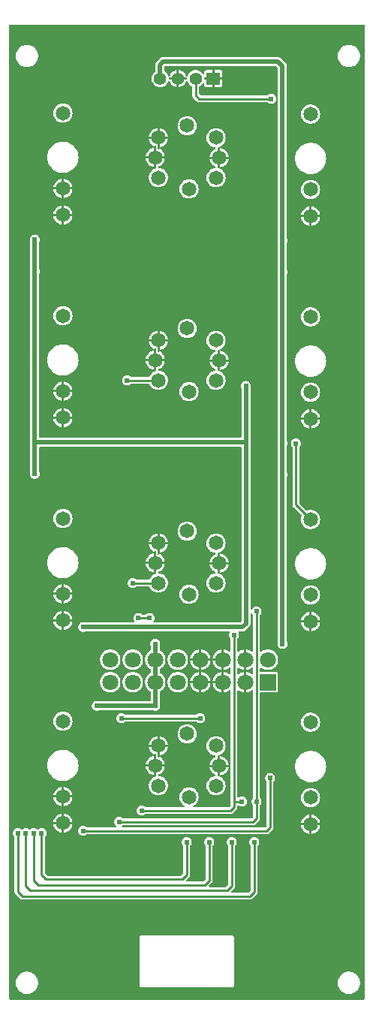
<source format=gtl>
G04 Layer: TopLayer*
G04 EasyEDA v6.5.29, 2023-07-19 21:55:29*
G04 cd10bac7ed824a03a08366421e07836e,5a6b42c53f6a479593ecc07194224c93,10*
G04 Gerber Generator version 0.2*
G04 Scale: 100 percent, Rotated: No, Reflected: No *
G04 Dimensions in millimeters *
G04 leading zeros omitted , absolute positions ,4 integer and 5 decimal *
%FSLAX45Y45*%
%MOMM*%

%AMMACRO1*21,1,$1,$2,0,0,$3*%
%ADD10C,0.2540*%
%ADD11C,0.5000*%
%ADD12MACRO1,1.8X1.8X0.0000*%
%ADD13C,1.8000*%
%ADD14C,1.6500*%
%ADD15C,1.4000*%
%ADD16R,1.5240X1.4000*%
%ADD17C,0.6096*%
%ADD18C,0.0168*%

%LPD*%
G36*
X36068Y914908D02*
G01*
X32156Y915669D01*
X28905Y917905D01*
X26670Y921156D01*
X25908Y925068D01*
X25908Y11901932D01*
X26670Y11905843D01*
X28905Y11909094D01*
X32156Y11911330D01*
X36068Y11912092D01*
X4027932Y11912092D01*
X4031843Y11911330D01*
X4035094Y11909094D01*
X4037329Y11905843D01*
X4038092Y11901932D01*
X4038092Y925068D01*
X4037329Y921156D01*
X4035094Y917905D01*
X4031843Y915669D01*
X4027932Y914908D01*
G37*

%LPC*%
G36*
X228600Y11431117D02*
G01*
X243789Y11432032D01*
X258724Y11434775D01*
X273253Y11439296D01*
X287121Y11445544D01*
X300126Y11453418D01*
X312064Y11462766D01*
X322834Y11473535D01*
X332181Y11485473D01*
X340055Y11498478D01*
X346303Y11512346D01*
X350824Y11526875D01*
X353568Y11541810D01*
X354482Y11557000D01*
X353568Y11572189D01*
X350824Y11587124D01*
X346303Y11601653D01*
X340055Y11615521D01*
X332181Y11628526D01*
X322834Y11640464D01*
X312064Y11651234D01*
X300126Y11660581D01*
X287121Y11668455D01*
X273253Y11674703D01*
X258724Y11679224D01*
X243789Y11681968D01*
X228600Y11682882D01*
X213410Y11681968D01*
X198475Y11679224D01*
X183946Y11674703D01*
X170078Y11668455D01*
X157073Y11660581D01*
X145135Y11651234D01*
X134366Y11640464D01*
X125018Y11628526D01*
X117144Y11615521D01*
X110896Y11601653D01*
X106375Y11587124D01*
X103632Y11572189D01*
X102717Y11557000D01*
X103632Y11541810D01*
X106375Y11526875D01*
X110896Y11512346D01*
X117144Y11498478D01*
X125018Y11485473D01*
X134366Y11473535D01*
X145135Y11462766D01*
X157073Y11453418D01*
X170078Y11445544D01*
X183946Y11439296D01*
X198475Y11434775D01*
X213410Y11432032D01*
G37*
G36*
X228600Y979017D02*
G01*
X243789Y979932D01*
X258724Y982675D01*
X273253Y987196D01*
X287121Y993444D01*
X300126Y1001318D01*
X312064Y1010666D01*
X322834Y1021435D01*
X332181Y1033373D01*
X340055Y1046378D01*
X346303Y1060246D01*
X350824Y1074775D01*
X353568Y1089710D01*
X354482Y1104900D01*
X353568Y1120089D01*
X350824Y1135024D01*
X346303Y1149553D01*
X340055Y1163421D01*
X332181Y1176426D01*
X322834Y1188364D01*
X312064Y1199134D01*
X300126Y1208481D01*
X287121Y1216355D01*
X273253Y1222603D01*
X258724Y1227124D01*
X243789Y1229868D01*
X228600Y1230782D01*
X213410Y1229868D01*
X198475Y1227124D01*
X183946Y1222603D01*
X170078Y1216355D01*
X157073Y1208481D01*
X145135Y1199134D01*
X134366Y1188364D01*
X125018Y1176426D01*
X117144Y1163421D01*
X110896Y1149553D01*
X106375Y1135024D01*
X103632Y1120089D01*
X102717Y1104900D01*
X103632Y1089710D01*
X106375Y1074775D01*
X110896Y1060246D01*
X117144Y1046378D01*
X125018Y1033373D01*
X134366Y1021435D01*
X145135Y1010666D01*
X157073Y1001318D01*
X170078Y993444D01*
X183946Y987196D01*
X198475Y982675D01*
X213410Y979932D01*
G37*
G36*
X1524558Y1053592D02*
G01*
X2539441Y1053592D01*
X2545740Y1054303D01*
X2551226Y1056233D01*
X2556103Y1059281D01*
X2560218Y1063396D01*
X2563266Y1068273D01*
X2565196Y1073759D01*
X2565908Y1080058D01*
X2565908Y1612341D01*
X2565196Y1618640D01*
X2563266Y1624126D01*
X2560218Y1629003D01*
X2556103Y1633118D01*
X2551226Y1636166D01*
X2545740Y1638096D01*
X2539441Y1638807D01*
X1524558Y1638807D01*
X1518259Y1638096D01*
X1512773Y1636166D01*
X1507896Y1633118D01*
X1503781Y1629003D01*
X1500733Y1624126D01*
X1498803Y1618640D01*
X1498092Y1612341D01*
X1498092Y1080058D01*
X1498803Y1073759D01*
X1500733Y1068273D01*
X1503781Y1063396D01*
X1507896Y1059281D01*
X1512773Y1056233D01*
X1518259Y1054303D01*
G37*
G36*
X178308Y2044192D02*
G01*
X2742692Y2044192D01*
X2750718Y2045004D01*
X2757932Y2047189D01*
X2764637Y2050745D01*
X2770835Y2055875D01*
X2820924Y2105964D01*
X2826054Y2112162D01*
X2829610Y2118868D01*
X2831795Y2126081D01*
X2832608Y2134108D01*
X2832608Y2647391D01*
X2833370Y2651302D01*
X2835605Y2654604D01*
X2837180Y2656179D01*
X2842818Y2664206D01*
X2846933Y2673146D01*
X2849473Y2682595D01*
X2850337Y2692400D01*
X2849473Y2702204D01*
X2846933Y2711653D01*
X2842818Y2720594D01*
X2837180Y2728620D01*
X2830220Y2735580D01*
X2822194Y2741218D01*
X2813253Y2745333D01*
X2803804Y2747873D01*
X2794000Y2748737D01*
X2784195Y2747873D01*
X2774746Y2745333D01*
X2765806Y2741218D01*
X2757779Y2735580D01*
X2750820Y2728620D01*
X2745181Y2720594D01*
X2741066Y2711653D01*
X2738526Y2702204D01*
X2737662Y2692400D01*
X2738526Y2682595D01*
X2741066Y2673146D01*
X2745181Y2664206D01*
X2750820Y2656179D01*
X2752394Y2654604D01*
X2754630Y2651302D01*
X2755392Y2647391D01*
X2755392Y2153818D01*
X2754630Y2149906D01*
X2752394Y2146604D01*
X2730195Y2124405D01*
X2726893Y2122170D01*
X2722981Y2121408D01*
X2543454Y2121408D01*
X2539542Y2122170D01*
X2536240Y2124405D01*
X2534056Y2127656D01*
X2533294Y2131568D01*
X2534056Y2135479D01*
X2536240Y2138730D01*
X2566924Y2169464D01*
X2572054Y2175662D01*
X2575610Y2182368D01*
X2577795Y2189581D01*
X2578608Y2197608D01*
X2578608Y2647391D01*
X2579370Y2651302D01*
X2581605Y2654604D01*
X2583180Y2656179D01*
X2588818Y2664206D01*
X2592933Y2673146D01*
X2595473Y2682595D01*
X2596337Y2692400D01*
X2595473Y2702204D01*
X2592933Y2711653D01*
X2588818Y2720594D01*
X2583180Y2728620D01*
X2576220Y2735580D01*
X2568194Y2741218D01*
X2559253Y2745333D01*
X2549804Y2747873D01*
X2540000Y2748737D01*
X2530195Y2747873D01*
X2520746Y2745333D01*
X2511806Y2741218D01*
X2503779Y2735580D01*
X2496820Y2728620D01*
X2491181Y2720594D01*
X2487066Y2711653D01*
X2484526Y2702204D01*
X2483662Y2692400D01*
X2484526Y2682595D01*
X2487066Y2673146D01*
X2491181Y2664206D01*
X2496820Y2656179D01*
X2498394Y2654604D01*
X2500630Y2651302D01*
X2501392Y2647391D01*
X2501392Y2217318D01*
X2500630Y2213406D01*
X2498394Y2210104D01*
X2476195Y2187905D01*
X2472893Y2185670D01*
X2468981Y2184908D01*
X2289454Y2184908D01*
X2285542Y2185670D01*
X2282240Y2187905D01*
X2280056Y2191156D01*
X2279294Y2195068D01*
X2280056Y2198979D01*
X2282240Y2202230D01*
X2312924Y2232964D01*
X2318054Y2239162D01*
X2321610Y2245868D01*
X2323795Y2253081D01*
X2324608Y2261108D01*
X2324608Y2647391D01*
X2325370Y2651302D01*
X2327605Y2654604D01*
X2329180Y2656179D01*
X2334818Y2664206D01*
X2338933Y2673146D01*
X2341473Y2682595D01*
X2342337Y2692400D01*
X2341473Y2702204D01*
X2338933Y2711653D01*
X2334818Y2720594D01*
X2329180Y2728620D01*
X2322220Y2735580D01*
X2314194Y2741218D01*
X2305253Y2745333D01*
X2295804Y2747873D01*
X2286000Y2748737D01*
X2276195Y2747873D01*
X2266746Y2745333D01*
X2257806Y2741218D01*
X2249779Y2735580D01*
X2242820Y2728620D01*
X2237181Y2720594D01*
X2233066Y2711653D01*
X2230526Y2702204D01*
X2229662Y2692400D01*
X2230526Y2682595D01*
X2233066Y2673146D01*
X2237181Y2664206D01*
X2242820Y2656179D01*
X2244394Y2654604D01*
X2246630Y2651302D01*
X2247392Y2647391D01*
X2247392Y2280818D01*
X2246630Y2276906D01*
X2244394Y2273604D01*
X2222195Y2251405D01*
X2218893Y2249170D01*
X2214981Y2248408D01*
X2035454Y2248408D01*
X2031542Y2249170D01*
X2028240Y2251405D01*
X2026056Y2254656D01*
X2025294Y2258568D01*
X2026056Y2262479D01*
X2028240Y2265730D01*
X2058924Y2296464D01*
X2064054Y2302662D01*
X2067610Y2309368D01*
X2069795Y2316581D01*
X2070607Y2324608D01*
X2070607Y2647391D01*
X2071370Y2651302D01*
X2073605Y2654604D01*
X2075180Y2656179D01*
X2080818Y2664206D01*
X2084933Y2673146D01*
X2087473Y2682595D01*
X2088337Y2692400D01*
X2087473Y2702204D01*
X2084933Y2711653D01*
X2080818Y2720594D01*
X2075180Y2728620D01*
X2068220Y2735580D01*
X2060193Y2741218D01*
X2051253Y2745333D01*
X2041804Y2747873D01*
X2032000Y2748737D01*
X2022195Y2747873D01*
X2012746Y2745333D01*
X2003806Y2741218D01*
X1995779Y2735580D01*
X1988820Y2728620D01*
X1983181Y2720594D01*
X1979066Y2711653D01*
X1976526Y2702204D01*
X1975662Y2692400D01*
X1976526Y2682595D01*
X1979066Y2673146D01*
X1983181Y2664206D01*
X1988820Y2656179D01*
X1990394Y2654604D01*
X1992630Y2651302D01*
X1993392Y2647391D01*
X1993392Y2344318D01*
X1992630Y2340406D01*
X1990394Y2337104D01*
X1968195Y2314905D01*
X1964893Y2312670D01*
X1960981Y2311908D01*
X464718Y2311908D01*
X460806Y2312670D01*
X457504Y2314905D01*
X435305Y2337104D01*
X433070Y2340406D01*
X432308Y2344318D01*
X432308Y2748991D01*
X433070Y2752902D01*
X435305Y2756204D01*
X436880Y2757779D01*
X442518Y2765806D01*
X446633Y2774746D01*
X449173Y2784195D01*
X450037Y2794000D01*
X449173Y2803804D01*
X446633Y2813253D01*
X442518Y2822194D01*
X436880Y2830220D01*
X429920Y2837180D01*
X421893Y2842818D01*
X412953Y2846933D01*
X403504Y2849473D01*
X393700Y2850337D01*
X383895Y2849473D01*
X374446Y2846933D01*
X365506Y2842818D01*
X353161Y2833928D01*
X349250Y2833166D01*
X345338Y2833928D01*
X332994Y2842818D01*
X324053Y2846933D01*
X314604Y2849473D01*
X304800Y2850337D01*
X294995Y2849473D01*
X285546Y2846933D01*
X276606Y2842818D01*
X264261Y2833928D01*
X260350Y2833166D01*
X256438Y2833928D01*
X244094Y2842818D01*
X235153Y2846933D01*
X225704Y2849473D01*
X215900Y2850337D01*
X206095Y2849473D01*
X196646Y2846933D01*
X187706Y2842818D01*
X175361Y2833928D01*
X171450Y2833166D01*
X167538Y2833928D01*
X155194Y2842818D01*
X146253Y2846933D01*
X136804Y2849473D01*
X127000Y2850337D01*
X117195Y2849473D01*
X107746Y2846933D01*
X98806Y2842818D01*
X90779Y2837180D01*
X83820Y2830220D01*
X78181Y2822194D01*
X74066Y2813253D01*
X71526Y2803804D01*
X70662Y2794000D01*
X71526Y2784195D01*
X74066Y2774746D01*
X78181Y2765806D01*
X83820Y2757779D01*
X85394Y2756204D01*
X87630Y2752902D01*
X88392Y2748991D01*
X88392Y2134108D01*
X89204Y2126081D01*
X91389Y2118868D01*
X94945Y2112162D01*
X100076Y2105964D01*
X150164Y2055875D01*
X156362Y2050745D01*
X163068Y2047189D01*
X170281Y2045004D01*
G37*
G36*
X3860800Y11431117D02*
G01*
X3875989Y11432032D01*
X3890924Y11434775D01*
X3905453Y11439296D01*
X3919321Y11445544D01*
X3932326Y11453418D01*
X3944264Y11462766D01*
X3955034Y11473535D01*
X3964381Y11485473D01*
X3972255Y11498478D01*
X3978503Y11512346D01*
X3983024Y11526875D01*
X3985768Y11541810D01*
X3986682Y11557000D01*
X3985768Y11572189D01*
X3983024Y11587124D01*
X3978503Y11601653D01*
X3972255Y11615521D01*
X3964381Y11628526D01*
X3955034Y11640464D01*
X3944264Y11651234D01*
X3932326Y11660581D01*
X3919321Y11668455D01*
X3905453Y11674703D01*
X3890924Y11679224D01*
X3875989Y11681968D01*
X3860800Y11682882D01*
X3845610Y11681968D01*
X3830675Y11679224D01*
X3816146Y11674703D01*
X3802278Y11668455D01*
X3789273Y11660581D01*
X3777335Y11651234D01*
X3766565Y11640464D01*
X3757218Y11628526D01*
X3749344Y11615521D01*
X3743096Y11601653D01*
X3738575Y11587124D01*
X3735832Y11572189D01*
X3734917Y11557000D01*
X3735832Y11541810D01*
X3738575Y11526875D01*
X3743096Y11512346D01*
X3749344Y11498478D01*
X3757218Y11485473D01*
X3766565Y11473535D01*
X3777335Y11462766D01*
X3789273Y11453418D01*
X3802278Y11445544D01*
X3816146Y11439296D01*
X3830675Y11434775D01*
X3845610Y11432032D01*
G37*
G36*
X2344674Y11315700D02*
G01*
X2434082Y11315700D01*
X2434082Y11372392D01*
X2433370Y11378742D01*
X2431491Y11384178D01*
X2428392Y11389106D01*
X2424328Y11393170D01*
X2419400Y11396268D01*
X2413965Y11398148D01*
X2407615Y11398859D01*
X2344674Y11398859D01*
G37*
G36*
X2344674Y11207089D02*
G01*
X2407615Y11207089D01*
X2413965Y11207800D01*
X2419400Y11209680D01*
X2424328Y11212779D01*
X2428392Y11216843D01*
X2431491Y11221770D01*
X2433370Y11227206D01*
X2434082Y11233556D01*
X2434082Y11290300D01*
X2344674Y11290300D01*
G37*
G36*
X2984500Y11018062D02*
G01*
X2994304Y11018926D01*
X3003753Y11021466D01*
X3012694Y11025581D01*
X3020720Y11031220D01*
X3027680Y11038179D01*
X3033318Y11046206D01*
X3037433Y11055146D01*
X3039973Y11064595D01*
X3040329Y11068253D01*
X3041650Y11072418D01*
X3043428Y11074400D01*
X3041650Y11076381D01*
X3040329Y11080546D01*
X3039973Y11084204D01*
X3037433Y11093653D01*
X3033318Y11102594D01*
X3027680Y11110620D01*
X3020720Y11117580D01*
X3012694Y11123218D01*
X3003753Y11127333D01*
X2994304Y11129873D01*
X2984500Y11130737D01*
X2974695Y11129873D01*
X2965246Y11127333D01*
X2956306Y11123218D01*
X2948279Y11117580D01*
X2946704Y11116005D01*
X2943402Y11113770D01*
X2939491Y11113008D01*
X2191918Y11113008D01*
X2188006Y11113770D01*
X2184704Y11116005D01*
X2173681Y11127028D01*
X2171446Y11130330D01*
X2170684Y11134242D01*
X2170684Y11208816D01*
X2171293Y11212220D01*
X2172970Y11215268D01*
X2175560Y11217503D01*
X2187295Y11224666D01*
X2197455Y11232896D01*
X2206396Y11242446D01*
X2211425Y11249609D01*
X2214524Y11252504D01*
X2218588Y11253876D01*
X2222804Y11253470D01*
X2226513Y11251336D01*
X2229002Y11247932D01*
X2229866Y11243767D01*
X2229866Y11233556D01*
X2230577Y11227206D01*
X2232507Y11221770D01*
X2235606Y11216843D01*
X2239670Y11212779D01*
X2244598Y11209680D01*
X2250033Y11207800D01*
X2256383Y11207089D01*
X2319274Y11207089D01*
X2319274Y11290300D01*
X2237892Y11290300D01*
X2233980Y11291062D01*
X2230729Y11293246D01*
X2228494Y11296548D01*
X2227732Y11300460D01*
X2227732Y11305540D01*
X2228494Y11309400D01*
X2230729Y11312702D01*
X2233980Y11314887D01*
X2237892Y11315700D01*
X2319274Y11315700D01*
X2319274Y11398859D01*
X2256383Y11398859D01*
X2250033Y11398148D01*
X2244598Y11396268D01*
X2239670Y11393170D01*
X2235606Y11389106D01*
X2232507Y11384178D01*
X2230577Y11378742D01*
X2229866Y11372392D01*
X2229866Y11362182D01*
X2229002Y11358016D01*
X2226513Y11354612D01*
X2222804Y11352530D01*
X2218588Y11352072D01*
X2214524Y11353444D01*
X2211425Y11356340D01*
X2206396Y11363502D01*
X2197455Y11373053D01*
X2187295Y11381333D01*
X2176119Y11388090D01*
X2164080Y11393322D01*
X2151481Y11396878D01*
X2138527Y11398656D01*
X2125472Y11398656D01*
X2112467Y11396878D01*
X2099868Y11393322D01*
X2087880Y11388090D01*
X2076704Y11381333D01*
X2066543Y11373053D01*
X2057603Y11363502D01*
X2050084Y11352784D01*
X2044039Y11341201D01*
X2041550Y11334191D01*
X2039416Y11330686D01*
X2036064Y11328298D01*
X2032000Y11327434D01*
X2027936Y11328298D01*
X2024583Y11330686D01*
X2022398Y11334191D01*
X2019960Y11341201D01*
X2013915Y11352784D01*
X2006396Y11363502D01*
X1997456Y11373053D01*
X1987296Y11381333D01*
X1976120Y11388090D01*
X1964080Y11393322D01*
X1951482Y11396878D01*
X1944674Y11397792D01*
X1944674Y11315700D01*
X2026107Y11315700D01*
X2029968Y11314887D01*
X2033270Y11312702D01*
X2035505Y11309400D01*
X2036267Y11305540D01*
X2036267Y11300460D01*
X2035505Y11296548D01*
X2033270Y11293246D01*
X2029968Y11291062D01*
X2026107Y11290300D01*
X1944674Y11290300D01*
X1944674Y11208156D01*
X1951482Y11209121D01*
X1964080Y11212626D01*
X1976120Y11217859D01*
X1987296Y11224666D01*
X1997456Y11232896D01*
X2006396Y11242446D01*
X2013915Y11253165D01*
X2019960Y11264798D01*
X2022398Y11271758D01*
X2024583Y11275263D01*
X2027936Y11277650D01*
X2032000Y11278514D01*
X2036064Y11277650D01*
X2039416Y11275263D01*
X2041550Y11271758D01*
X2044039Y11264798D01*
X2050084Y11253165D01*
X2057603Y11242446D01*
X2066543Y11232896D01*
X2076704Y11224666D01*
X2088591Y11217452D01*
X2091182Y11215166D01*
X2092858Y11212169D01*
X2093468Y11208766D01*
X2093468Y11114532D01*
X2094280Y11106505D01*
X2096465Y11099292D01*
X2100021Y11092586D01*
X2105152Y11086388D01*
X2144064Y11047476D01*
X2150262Y11042345D01*
X2156968Y11038789D01*
X2164181Y11036604D01*
X2172208Y11035792D01*
X2939491Y11035792D01*
X2943402Y11035030D01*
X2946704Y11032794D01*
X2948279Y11031220D01*
X2956306Y11025581D01*
X2965246Y11021466D01*
X2974695Y11018926D01*
G37*
G36*
X863600Y2763062D02*
G01*
X873404Y2763926D01*
X882853Y2766466D01*
X891794Y2770581D01*
X899820Y2776220D01*
X901395Y2777794D01*
X904697Y2780030D01*
X908608Y2780792D01*
X2933192Y2780792D01*
X2941218Y2781604D01*
X2948432Y2783789D01*
X2955137Y2787345D01*
X2961335Y2792476D01*
X2998724Y2829864D01*
X3003854Y2836062D01*
X3007410Y2842768D01*
X3009595Y2849981D01*
X3010408Y2858008D01*
X3010408Y3371291D01*
X3011170Y3375202D01*
X3013405Y3378504D01*
X3014980Y3380079D01*
X3020618Y3388106D01*
X3024733Y3397046D01*
X3027273Y3406495D01*
X3028137Y3416300D01*
X3027273Y3426104D01*
X3024733Y3435553D01*
X3020618Y3444494D01*
X3014980Y3452520D01*
X3008020Y3459479D01*
X2999994Y3465118D01*
X2991053Y3469233D01*
X2981604Y3471773D01*
X2971800Y3472637D01*
X2961995Y3471773D01*
X2952546Y3469233D01*
X2943606Y3465118D01*
X2935579Y3459479D01*
X2928620Y3452520D01*
X2922981Y3444494D01*
X2918866Y3435553D01*
X2916326Y3426104D01*
X2915462Y3416300D01*
X2916326Y3406495D01*
X2918866Y3397046D01*
X2922981Y3388106D01*
X2928620Y3380079D01*
X2930194Y3378504D01*
X2932430Y3375202D01*
X2933192Y3371291D01*
X2933192Y2877718D01*
X2932430Y2873806D01*
X2930194Y2870504D01*
X2920695Y2861005D01*
X2917393Y2858770D01*
X2913481Y2858008D01*
X1310132Y2858008D01*
X1305966Y2858922D01*
X1302562Y2861411D01*
X1300429Y2865120D01*
X1300022Y2869336D01*
X1301394Y2873400D01*
X1304290Y2876499D01*
X1307795Y2879394D01*
X1311097Y2881630D01*
X1315008Y2882392D01*
X2780792Y2882392D01*
X2788818Y2883204D01*
X2796032Y2885389D01*
X2802737Y2888945D01*
X2808935Y2894076D01*
X2846324Y2931464D01*
X2851454Y2937662D01*
X2855010Y2944368D01*
X2857195Y2951581D01*
X2858008Y2959608D01*
X2858008Y3104591D01*
X2858770Y3108502D01*
X2861005Y3111804D01*
X2862580Y3113379D01*
X2868218Y3121406D01*
X2872333Y3130346D01*
X2874873Y3139795D01*
X2875737Y3149600D01*
X2874873Y3159404D01*
X2872333Y3168853D01*
X2868218Y3177794D01*
X2862580Y3185820D01*
X2861005Y3187395D01*
X2858770Y3190697D01*
X2858008Y3194608D01*
X2858008Y4369714D01*
X2858770Y4373626D01*
X2861005Y4376928D01*
X2864256Y4379112D01*
X2868168Y4379874D01*
X3035808Y4379874D01*
X3042158Y4380585D01*
X3047593Y4382516D01*
X3052521Y4385564D01*
X3056585Y4389678D01*
X3059684Y4394555D01*
X3061614Y4400042D01*
X3062325Y4406341D01*
X3062325Y4585208D01*
X3061614Y4591558D01*
X3059684Y4596993D01*
X3056585Y4601921D01*
X3052521Y4605985D01*
X3047593Y4609084D01*
X3042158Y4610963D01*
X3035808Y4611674D01*
X2868168Y4611674D01*
X2864256Y4612487D01*
X2861005Y4614672D01*
X2858770Y4617974D01*
X2858008Y4621834D01*
X2858008Y4651095D01*
X2858973Y4655413D01*
X2861716Y4658918D01*
X2865628Y4660950D01*
X2870047Y4661103D01*
X2874162Y4659325D01*
X2884322Y4651959D01*
X2897073Y4644948D01*
X2910586Y4639564D01*
X2924657Y4635957D01*
X2939135Y4634128D01*
X2953664Y4634128D01*
X2968091Y4635957D01*
X2982214Y4639564D01*
X2995726Y4644948D01*
X3008477Y4651959D01*
X3020263Y4660493D01*
X3030880Y4670450D01*
X3040126Y4681677D01*
X3047949Y4693970D01*
X3054146Y4707128D01*
X3058617Y4720945D01*
X3061360Y4735271D01*
X3062274Y4749800D01*
X3061360Y4764328D01*
X3058617Y4778603D01*
X3054146Y4792472D01*
X3047949Y4805629D01*
X3040126Y4817922D01*
X3030880Y4829098D01*
X3020263Y4839106D01*
X3008477Y4847640D01*
X2995726Y4854651D01*
X2982214Y4859985D01*
X2968091Y4863642D01*
X2953664Y4865471D01*
X2939135Y4865471D01*
X2924657Y4863642D01*
X2910586Y4859985D01*
X2897073Y4854651D01*
X2884322Y4847640D01*
X2874162Y4840274D01*
X2870047Y4838496D01*
X2865628Y4838649D01*
X2861716Y4840630D01*
X2858973Y4844135D01*
X2858008Y4848453D01*
X2858008Y5248148D01*
X2858770Y5252059D01*
X2861005Y5255361D01*
X2862580Y5256936D01*
X2868218Y5264962D01*
X2872333Y5273903D01*
X2874873Y5283352D01*
X2875737Y5293156D01*
X2874873Y5302961D01*
X2872333Y5312410D01*
X2868218Y5321350D01*
X2862580Y5329377D01*
X2855620Y5336336D01*
X2847594Y5341975D01*
X2838653Y5346090D01*
X2829204Y5348630D01*
X2819400Y5349494D01*
X2809595Y5348630D01*
X2800146Y5346090D01*
X2791206Y5341975D01*
X2783179Y5336336D01*
X2776220Y5329377D01*
X2770581Y5321350D01*
X2768752Y5317388D01*
X2766466Y5314238D01*
X2763164Y5312206D01*
X2759303Y5311546D01*
X2755493Y5312410D01*
X2752293Y5314594D01*
X2750159Y5317896D01*
X2749397Y5321706D01*
X2749397Y7809788D01*
X2750362Y7814056D01*
X2751531Y7816646D01*
X2754071Y7826095D01*
X2754934Y7835900D01*
X2754071Y7845704D01*
X2751531Y7855153D01*
X2747416Y7864094D01*
X2741777Y7872120D01*
X2734818Y7879080D01*
X2726791Y7884718D01*
X2717850Y7888833D01*
X2708402Y7891373D01*
X2698597Y7892237D01*
X2688793Y7891373D01*
X2679344Y7888833D01*
X2670403Y7884718D01*
X2662377Y7879080D01*
X2655417Y7872120D01*
X2649778Y7864094D01*
X2645664Y7855153D01*
X2643124Y7845704D01*
X2642260Y7835900D01*
X2643124Y7826095D01*
X2645664Y7816646D01*
X2646629Y7814513D01*
X2647594Y7810195D01*
X2647594Y7261961D01*
X2646832Y7258100D01*
X2644597Y7254798D01*
X2641295Y7252563D01*
X2637434Y7251801D01*
X378561Y7251801D01*
X374700Y7252563D01*
X371398Y7254798D01*
X369163Y7258100D01*
X368401Y7261961D01*
X368401Y9105392D01*
X369366Y9109710D01*
X370433Y9112046D01*
X372973Y9121495D01*
X373837Y9131300D01*
X372973Y9141104D01*
X370433Y9150553D01*
X369366Y9152890D01*
X368401Y9157208D01*
X368401Y9460992D01*
X369366Y9465310D01*
X370433Y9467646D01*
X372973Y9477095D01*
X373837Y9486900D01*
X372973Y9496704D01*
X370433Y9506153D01*
X366318Y9515094D01*
X360680Y9523120D01*
X353720Y9530080D01*
X345694Y9535718D01*
X336753Y9539833D01*
X327304Y9542373D01*
X317500Y9543237D01*
X307695Y9542373D01*
X298246Y9539833D01*
X289306Y9535718D01*
X281279Y9530080D01*
X274320Y9523120D01*
X268681Y9515094D01*
X264566Y9506153D01*
X262026Y9496704D01*
X261162Y9486900D01*
X262026Y9477095D01*
X264566Y9467646D01*
X265633Y9465310D01*
X266598Y9460992D01*
X266598Y9157208D01*
X265633Y9152890D01*
X264566Y9150553D01*
X262026Y9141104D01*
X261162Y9131300D01*
X262026Y9121495D01*
X264566Y9112046D01*
X265633Y9109710D01*
X266598Y9105392D01*
X266598Y7226808D01*
X265633Y7222490D01*
X264566Y7220153D01*
X262026Y7210704D01*
X261162Y7200900D01*
X262026Y7191095D01*
X264566Y7181646D01*
X265633Y7179309D01*
X266598Y7174992D01*
X266598Y6871208D01*
X265633Y6866890D01*
X264566Y6864553D01*
X262026Y6855104D01*
X261162Y6845300D01*
X262026Y6835495D01*
X264566Y6826046D01*
X268681Y6817106D01*
X274320Y6809079D01*
X281279Y6802120D01*
X289306Y6796481D01*
X298246Y6792366D01*
X307695Y6789826D01*
X317500Y6788962D01*
X327304Y6789826D01*
X336753Y6792366D01*
X345694Y6796481D01*
X353720Y6802120D01*
X360680Y6809079D01*
X366318Y6817106D01*
X370433Y6826046D01*
X372973Y6835495D01*
X373837Y6845300D01*
X372973Y6855104D01*
X370433Y6864553D01*
X369366Y6866890D01*
X368401Y6871208D01*
X368401Y7139838D01*
X369163Y7143699D01*
X371398Y7147001D01*
X374700Y7149236D01*
X378561Y7149998D01*
X2637434Y7149998D01*
X2641295Y7149236D01*
X2644597Y7147001D01*
X2646832Y7143699D01*
X2647594Y7139838D01*
X2647594Y5181498D01*
X2646832Y5177586D01*
X2644597Y5174284D01*
X2642311Y5171998D01*
X2639009Y5169763D01*
X2635097Y5169001D01*
X1665427Y5169001D01*
X1661160Y5169966D01*
X1657654Y5172659D01*
X1655622Y5176520D01*
X1655419Y5180939D01*
X1657146Y5185003D01*
X1661718Y5191506D01*
X1665833Y5200446D01*
X1668373Y5209895D01*
X1669237Y5219700D01*
X1668373Y5229504D01*
X1665833Y5238953D01*
X1661718Y5247894D01*
X1656080Y5255920D01*
X1649120Y5262880D01*
X1641093Y5268518D01*
X1632153Y5272633D01*
X1622704Y5275173D01*
X1612900Y5276037D01*
X1603095Y5275173D01*
X1593646Y5272633D01*
X1584706Y5268518D01*
X1576679Y5262880D01*
X1575104Y5261305D01*
X1571802Y5259070D01*
X1567891Y5258308D01*
X1530908Y5258308D01*
X1526997Y5259070D01*
X1523695Y5261305D01*
X1522120Y5262880D01*
X1514094Y5268518D01*
X1505153Y5272633D01*
X1495704Y5275173D01*
X1485900Y5276037D01*
X1476095Y5275173D01*
X1466646Y5272633D01*
X1457706Y5268518D01*
X1449679Y5262880D01*
X1442720Y5255920D01*
X1437081Y5247894D01*
X1432966Y5238953D01*
X1430426Y5229504D01*
X1429562Y5219700D01*
X1430426Y5209895D01*
X1432966Y5200446D01*
X1437081Y5191506D01*
X1441653Y5185003D01*
X1443380Y5180939D01*
X1443177Y5176520D01*
X1441145Y5172659D01*
X1437640Y5169966D01*
X1433372Y5169001D01*
X889508Y5169001D01*
X885190Y5169966D01*
X882853Y5171033D01*
X873404Y5173573D01*
X863600Y5174437D01*
X853795Y5173573D01*
X844346Y5171033D01*
X835406Y5166918D01*
X827379Y5161280D01*
X820419Y5154320D01*
X814781Y5146294D01*
X810666Y5137353D01*
X808126Y5127904D01*
X807262Y5118100D01*
X808126Y5108295D01*
X810666Y5098846D01*
X814781Y5089906D01*
X820419Y5081879D01*
X827379Y5074920D01*
X835406Y5069281D01*
X844346Y5065166D01*
X853795Y5062626D01*
X863600Y5061762D01*
X873404Y5062626D01*
X882853Y5065166D01*
X885190Y5066233D01*
X889508Y5067198D01*
X2505252Y5067198D01*
X2509215Y5066385D01*
X2512517Y5064099D01*
X2514701Y5060696D01*
X2515362Y5056682D01*
X2514447Y5052720D01*
X2512466Y5048453D01*
X2509926Y5039004D01*
X2509062Y5029200D01*
X2509926Y5019395D01*
X2512466Y5009946D01*
X2516581Y5001006D01*
X2522220Y4992979D01*
X2523794Y4991404D01*
X2526030Y4988102D01*
X2526792Y4984191D01*
X2526792Y4848453D01*
X2525826Y4844135D01*
X2523083Y4840630D01*
X2519172Y4838649D01*
X2514752Y4838496D01*
X2510637Y4840224D01*
X2500477Y4847640D01*
X2487726Y4854651D01*
X2474214Y4859985D01*
X2460091Y4863642D01*
X2451100Y4864760D01*
X2451100Y4762500D01*
X2516632Y4762500D01*
X2520543Y4761738D01*
X2523794Y4759502D01*
X2526030Y4756200D01*
X2526792Y4752340D01*
X2526792Y4747260D01*
X2526030Y4743348D01*
X2523794Y4740046D01*
X2520543Y4737862D01*
X2516632Y4737100D01*
X2451100Y4737100D01*
X2451100Y4634839D01*
X2460091Y4635957D01*
X2474214Y4639564D01*
X2487726Y4644948D01*
X2500477Y4651959D01*
X2510637Y4659325D01*
X2514752Y4661103D01*
X2519172Y4660950D01*
X2523083Y4658918D01*
X2525826Y4655413D01*
X2526792Y4651095D01*
X2526792Y4594453D01*
X2525826Y4590135D01*
X2523083Y4586630D01*
X2519172Y4584649D01*
X2514752Y4584496D01*
X2510637Y4586224D01*
X2500477Y4593640D01*
X2487726Y4600651D01*
X2474214Y4605985D01*
X2460091Y4609642D01*
X2451100Y4610760D01*
X2451100Y4508500D01*
X2516632Y4508500D01*
X2520543Y4507738D01*
X2523794Y4505502D01*
X2526030Y4502200D01*
X2526792Y4498340D01*
X2526792Y4493260D01*
X2526030Y4489348D01*
X2523794Y4486046D01*
X2520543Y4483862D01*
X2516632Y4483100D01*
X2451100Y4483100D01*
X2451100Y4380839D01*
X2460091Y4381957D01*
X2474214Y4385564D01*
X2487726Y4390948D01*
X2500477Y4397959D01*
X2510637Y4405325D01*
X2514752Y4407103D01*
X2519172Y4406950D01*
X2523083Y4404918D01*
X2525826Y4401413D01*
X2526792Y4397095D01*
X2526792Y3106318D01*
X2526030Y3102406D01*
X2523794Y3099104D01*
X2514295Y3089605D01*
X2510993Y3087370D01*
X2507081Y3086608D01*
X2114753Y3086608D01*
X2110384Y3087624D01*
X2106828Y3090418D01*
X2104898Y3094482D01*
X2104847Y3098952D01*
X2106777Y3103016D01*
X2110282Y3105861D01*
X2111603Y3106521D01*
X2123389Y3114395D01*
X2134057Y3123742D01*
X2143404Y3134410D01*
X2151278Y3146196D01*
X2157526Y3158896D01*
X2162098Y3172358D01*
X2164842Y3186226D01*
X2165756Y3200400D01*
X2164842Y3214522D01*
X2162098Y3228441D01*
X2157526Y3241852D01*
X2151278Y3254603D01*
X2143404Y3266389D01*
X2134057Y3277057D01*
X2123389Y3286404D01*
X2111603Y3294278D01*
X2098852Y3300526D01*
X2085441Y3305098D01*
X2071522Y3307842D01*
X2057400Y3308756D01*
X2043226Y3307842D01*
X2029358Y3305098D01*
X2015896Y3300526D01*
X2003196Y3294278D01*
X1991410Y3286404D01*
X1980742Y3277057D01*
X1971395Y3266389D01*
X1963521Y3254603D01*
X1957273Y3241852D01*
X1952701Y3228441D01*
X1949957Y3214522D01*
X1948992Y3200400D01*
X1949957Y3186226D01*
X1952701Y3172358D01*
X1957273Y3158896D01*
X1963521Y3146196D01*
X1971395Y3134410D01*
X1980742Y3123742D01*
X1991410Y3114395D01*
X2003196Y3106521D01*
X2004517Y3105861D01*
X2008022Y3103016D01*
X2009952Y3098952D01*
X2009902Y3094482D01*
X2007920Y3090418D01*
X2004415Y3087624D01*
X2000046Y3086608D01*
X1569008Y3086608D01*
X1565097Y3087370D01*
X1561795Y3089605D01*
X1560220Y3091180D01*
X1552194Y3096818D01*
X1543253Y3100933D01*
X1533804Y3103473D01*
X1524000Y3104337D01*
X1514195Y3103473D01*
X1504746Y3100933D01*
X1495806Y3096818D01*
X1487779Y3091180D01*
X1480820Y3084220D01*
X1475181Y3076194D01*
X1471066Y3067253D01*
X1468526Y3057804D01*
X1467662Y3048000D01*
X1468526Y3038195D01*
X1471066Y3028746D01*
X1475181Y3019806D01*
X1480820Y3011779D01*
X1487779Y3004820D01*
X1495806Y2999181D01*
X1504746Y2995066D01*
X1514195Y2992526D01*
X1524000Y2991662D01*
X1533804Y2992526D01*
X1543253Y2995066D01*
X1552194Y2999181D01*
X1560220Y3004820D01*
X1561795Y3006394D01*
X1565097Y3008630D01*
X1569008Y3009392D01*
X2526792Y3009392D01*
X2534818Y3010204D01*
X2542032Y3012389D01*
X2548737Y3015945D01*
X2554935Y3021076D01*
X2592324Y3058464D01*
X2597454Y3064662D01*
X2601010Y3071368D01*
X2603195Y3078581D01*
X2604008Y3086608D01*
X2604008Y3096768D01*
X2604973Y3101086D01*
X2607614Y3104540D01*
X2611526Y3106572D01*
X2615946Y3106775D01*
X2620010Y3105099D01*
X2626106Y3100781D01*
X2635046Y3096666D01*
X2644495Y3094126D01*
X2654300Y3093262D01*
X2664104Y3094126D01*
X2673553Y3096666D01*
X2682494Y3100781D01*
X2690520Y3106420D01*
X2697480Y3113379D01*
X2703118Y3121406D01*
X2707233Y3130346D01*
X2709773Y3139795D01*
X2710637Y3149600D01*
X2709773Y3159404D01*
X2707233Y3168853D01*
X2703118Y3177794D01*
X2697480Y3185820D01*
X2690520Y3192780D01*
X2682494Y3198418D01*
X2673553Y3202533D01*
X2664104Y3205073D01*
X2654300Y3205937D01*
X2644495Y3205073D01*
X2635046Y3202533D01*
X2626106Y3198418D01*
X2620010Y3194100D01*
X2615946Y3192424D01*
X2611526Y3192627D01*
X2607614Y3194659D01*
X2604973Y3198114D01*
X2604008Y3202432D01*
X2604008Y4397095D01*
X2604973Y4401413D01*
X2607716Y4404918D01*
X2611628Y4406950D01*
X2616047Y4407103D01*
X2620162Y4405325D01*
X2630322Y4397959D01*
X2643073Y4390948D01*
X2656586Y4385564D01*
X2670657Y4381957D01*
X2679700Y4380839D01*
X2679700Y4483100D01*
X2614168Y4483100D01*
X2610256Y4483862D01*
X2607005Y4486046D01*
X2604770Y4489348D01*
X2604008Y4493260D01*
X2604008Y4498340D01*
X2604770Y4502200D01*
X2607005Y4505502D01*
X2610256Y4507738D01*
X2614168Y4508500D01*
X2679700Y4508500D01*
X2679700Y4610760D01*
X2670657Y4609642D01*
X2656586Y4605985D01*
X2643073Y4600651D01*
X2630322Y4593640D01*
X2620162Y4586274D01*
X2616047Y4584496D01*
X2611628Y4584649D01*
X2607716Y4586630D01*
X2604973Y4590135D01*
X2604008Y4594453D01*
X2604008Y4651095D01*
X2604973Y4655413D01*
X2607716Y4658918D01*
X2611628Y4660950D01*
X2616047Y4661103D01*
X2620162Y4659325D01*
X2630322Y4651959D01*
X2643073Y4644948D01*
X2656586Y4639564D01*
X2670657Y4635957D01*
X2679700Y4634839D01*
X2679700Y4737100D01*
X2614168Y4737100D01*
X2610256Y4737862D01*
X2607005Y4740046D01*
X2604770Y4743348D01*
X2604008Y4747260D01*
X2604008Y4752340D01*
X2604770Y4756200D01*
X2607005Y4759502D01*
X2610256Y4761738D01*
X2614168Y4762500D01*
X2679700Y4762500D01*
X2679700Y4864760D01*
X2670657Y4863642D01*
X2656586Y4859985D01*
X2643073Y4854651D01*
X2630322Y4847640D01*
X2620162Y4840274D01*
X2616047Y4838496D01*
X2611628Y4838649D01*
X2607716Y4840630D01*
X2604973Y4844135D01*
X2604008Y4848453D01*
X2604008Y4984191D01*
X2604770Y4988102D01*
X2607005Y4991404D01*
X2608580Y4992979D01*
X2614218Y5001006D01*
X2618333Y5009946D01*
X2620873Y5019395D01*
X2621737Y5029200D01*
X2620873Y5039004D01*
X2618333Y5048453D01*
X2616352Y5052720D01*
X2615438Y5056682D01*
X2616098Y5060696D01*
X2618282Y5064099D01*
X2621584Y5066385D01*
X2625547Y5067198D01*
X2660192Y5067198D01*
X2664815Y5067401D01*
X2669235Y5067960D01*
X2673553Y5068925D01*
X2677820Y5070246D01*
X2681935Y5071973D01*
X2685846Y5074005D01*
X2689606Y5076393D01*
X2693111Y5079085D01*
X2696565Y5082235D01*
X2734360Y5120030D01*
X2737510Y5123484D01*
X2740202Y5126990D01*
X2742590Y5130749D01*
X2744622Y5134711D01*
X2746349Y5138775D01*
X2747670Y5143042D01*
X2748635Y5147360D01*
X2749194Y5151780D01*
X2749397Y5156403D01*
X2749397Y5264607D01*
X2750159Y5268417D01*
X2752293Y5271719D01*
X2755493Y5273903D01*
X2759303Y5274767D01*
X2763164Y5274106D01*
X2766466Y5272074D01*
X2768752Y5268925D01*
X2770581Y5264962D01*
X2776220Y5256936D01*
X2777794Y5255361D01*
X2780030Y5252059D01*
X2780792Y5248148D01*
X2780792Y4848453D01*
X2779826Y4844135D01*
X2777083Y4840630D01*
X2773172Y4838649D01*
X2768752Y4838496D01*
X2764637Y4840224D01*
X2754477Y4847640D01*
X2741726Y4854651D01*
X2728214Y4859985D01*
X2714091Y4863642D01*
X2705100Y4864760D01*
X2705100Y4762500D01*
X2770632Y4762500D01*
X2774543Y4761738D01*
X2777794Y4759502D01*
X2780030Y4756200D01*
X2780792Y4752340D01*
X2780792Y4747260D01*
X2780030Y4743348D01*
X2777794Y4740046D01*
X2774543Y4737862D01*
X2770632Y4737100D01*
X2705100Y4737100D01*
X2705100Y4634839D01*
X2714091Y4635957D01*
X2728214Y4639564D01*
X2741726Y4644948D01*
X2754477Y4651959D01*
X2764637Y4659325D01*
X2768752Y4661103D01*
X2773172Y4660950D01*
X2777083Y4658918D01*
X2779826Y4655413D01*
X2780792Y4651095D01*
X2780792Y4594453D01*
X2779826Y4590135D01*
X2777083Y4586630D01*
X2773172Y4584649D01*
X2768752Y4584496D01*
X2764637Y4586224D01*
X2754477Y4593640D01*
X2741726Y4600651D01*
X2728214Y4605985D01*
X2714091Y4609642D01*
X2705100Y4610760D01*
X2705100Y4508500D01*
X2770632Y4508500D01*
X2774543Y4507738D01*
X2777794Y4505502D01*
X2780030Y4502200D01*
X2780792Y4498340D01*
X2780792Y4493260D01*
X2780030Y4489348D01*
X2777794Y4486046D01*
X2774543Y4483862D01*
X2770632Y4483100D01*
X2705100Y4483100D01*
X2705100Y4380839D01*
X2714091Y4381957D01*
X2728214Y4385564D01*
X2741726Y4390948D01*
X2754477Y4397959D01*
X2764637Y4405325D01*
X2768752Y4407103D01*
X2773172Y4406950D01*
X2777083Y4404918D01*
X2779826Y4401413D01*
X2780792Y4397095D01*
X2780792Y3194608D01*
X2780030Y3190697D01*
X2777794Y3187395D01*
X2776220Y3185820D01*
X2770581Y3177794D01*
X2766466Y3168853D01*
X2763926Y3159404D01*
X2763062Y3149600D01*
X2763926Y3139795D01*
X2766466Y3130346D01*
X2770581Y3121406D01*
X2776220Y3113379D01*
X2777794Y3111804D01*
X2780030Y3108502D01*
X2780792Y3104591D01*
X2780792Y2979318D01*
X2780030Y2975406D01*
X2777794Y2972104D01*
X2768295Y2962605D01*
X2764993Y2960370D01*
X2761081Y2959608D01*
X1315008Y2959608D01*
X1311097Y2960370D01*
X1307795Y2962605D01*
X1306220Y2964180D01*
X1298194Y2969818D01*
X1289253Y2973933D01*
X1279804Y2976473D01*
X1270000Y2977337D01*
X1260195Y2976473D01*
X1250746Y2973933D01*
X1241806Y2969818D01*
X1233779Y2964180D01*
X1226820Y2957220D01*
X1221181Y2949194D01*
X1217066Y2940253D01*
X1214526Y2930804D01*
X1213662Y2921000D01*
X1214526Y2911195D01*
X1217066Y2901746D01*
X1221181Y2892806D01*
X1226820Y2884779D01*
X1233779Y2877820D01*
X1235710Y2876499D01*
X1238605Y2873400D01*
X1239977Y2869336D01*
X1239570Y2865120D01*
X1237437Y2861411D01*
X1234033Y2858922D01*
X1229868Y2858008D01*
X908608Y2858008D01*
X904697Y2858770D01*
X901395Y2861005D01*
X899820Y2862580D01*
X891794Y2868218D01*
X882853Y2872333D01*
X873404Y2874873D01*
X863600Y2875737D01*
X853795Y2874873D01*
X844346Y2872333D01*
X835406Y2868218D01*
X827379Y2862580D01*
X820419Y2855620D01*
X814781Y2847594D01*
X810666Y2838653D01*
X808126Y2829204D01*
X807262Y2819400D01*
X808126Y2809595D01*
X810666Y2800146D01*
X814781Y2791206D01*
X820419Y2783179D01*
X827379Y2776220D01*
X835406Y2770581D01*
X844346Y2766466D01*
X853795Y2763926D01*
G37*
G36*
X3441700Y2785719D02*
G01*
X3443122Y2785821D01*
X3457041Y2788564D01*
X3470452Y2793136D01*
X3483203Y2799435D01*
X3494989Y2807309D01*
X3505657Y2816656D01*
X3515004Y2827324D01*
X3522878Y2839110D01*
X3529126Y2851810D01*
X3533698Y2865221D01*
X3536442Y2879140D01*
X3536543Y2880563D01*
X3441700Y2880563D01*
G37*
G36*
X3416300Y2785719D02*
G01*
X3416300Y2880563D01*
X3321456Y2880563D01*
X3321558Y2879140D01*
X3324301Y2865221D01*
X3328873Y2851810D01*
X3335121Y2839110D01*
X3342995Y2827324D01*
X3352342Y2816656D01*
X3363010Y2807309D01*
X3374796Y2799435D01*
X3387496Y2793136D01*
X3400958Y2788564D01*
X3414826Y2785821D01*
G37*
G36*
X622300Y2798419D02*
G01*
X622300Y2893263D01*
X527456Y2893263D01*
X527558Y2891840D01*
X530301Y2877921D01*
X534873Y2864510D01*
X541121Y2851810D01*
X548995Y2840024D01*
X558342Y2829356D01*
X569010Y2820009D01*
X580796Y2812135D01*
X593547Y2805836D01*
X606958Y2801264D01*
X620877Y2798521D01*
G37*
G36*
X647700Y2798419D02*
G01*
X649122Y2798521D01*
X663041Y2801264D01*
X676452Y2805836D01*
X689203Y2812135D01*
X700989Y2820009D01*
X711657Y2829356D01*
X721004Y2840024D01*
X728878Y2851810D01*
X735126Y2864510D01*
X739698Y2877921D01*
X742442Y2891840D01*
X742543Y2893263D01*
X647700Y2893263D01*
G37*
G36*
X635000Y10805617D02*
G01*
X649122Y10806531D01*
X663041Y10809274D01*
X676452Y10813846D01*
X689203Y10820095D01*
X700989Y10827969D01*
X711657Y10837316D01*
X721004Y10847984D01*
X728878Y10859770D01*
X735126Y10872520D01*
X739698Y10885932D01*
X742442Y10899851D01*
X743407Y10913973D01*
X742442Y10928146D01*
X739698Y10942015D01*
X735126Y10955477D01*
X728878Y10968177D01*
X721004Y10979962D01*
X711657Y10990630D01*
X700989Y10999978D01*
X689203Y11007852D01*
X676452Y11014100D01*
X663041Y11018672D01*
X649122Y11021415D01*
X635000Y11022380D01*
X620877Y11021415D01*
X606958Y11018672D01*
X593547Y11014100D01*
X580796Y11007852D01*
X569010Y10999978D01*
X558342Y10990630D01*
X548995Y10979962D01*
X541121Y10968177D01*
X534873Y10955477D01*
X530301Y10942015D01*
X527558Y10928146D01*
X526592Y10913973D01*
X527558Y10899851D01*
X530301Y10885932D01*
X534873Y10872520D01*
X541121Y10859770D01*
X548995Y10847984D01*
X558342Y10837316D01*
X569010Y10827969D01*
X580796Y10820095D01*
X593547Y10813846D01*
X606958Y10809274D01*
X620877Y10806531D01*
G37*
G36*
X3429000Y10792917D02*
G01*
X3443122Y10793831D01*
X3457041Y10796574D01*
X3470452Y10801146D01*
X3483203Y10807395D01*
X3494989Y10815269D01*
X3505657Y10824616D01*
X3515004Y10835284D01*
X3522878Y10847070D01*
X3529126Y10859820D01*
X3533698Y10873232D01*
X3536442Y10887151D01*
X3537356Y10901273D01*
X3536442Y10915446D01*
X3533698Y10929315D01*
X3529126Y10942777D01*
X3522878Y10955477D01*
X3515004Y10967262D01*
X3505657Y10977930D01*
X3494989Y10987278D01*
X3483203Y10995152D01*
X3470452Y11001400D01*
X3457041Y11005972D01*
X3443122Y11008715D01*
X3429000Y11009680D01*
X3414826Y11008715D01*
X3400958Y11005972D01*
X3387496Y11001400D01*
X3374796Y10995152D01*
X3363010Y10987278D01*
X3352342Y10977930D01*
X3342995Y10967262D01*
X3335121Y10955477D01*
X3328873Y10942777D01*
X3324301Y10929315D01*
X3321558Y10915446D01*
X3320592Y10901273D01*
X3321558Y10887151D01*
X3324301Y10873232D01*
X3328873Y10859820D01*
X3335121Y10847070D01*
X3342995Y10835284D01*
X3352342Y10824616D01*
X3363010Y10815269D01*
X3374796Y10807395D01*
X3387496Y10801146D01*
X3400958Y10796574D01*
X3414826Y10793831D01*
G37*
G36*
X2037181Y10661954D02*
G01*
X2051354Y10662869D01*
X2065274Y10665663D01*
X2078685Y10670184D01*
X2091385Y10676483D01*
X2103170Y10684357D01*
X2113838Y10693704D01*
X2123186Y10704372D01*
X2131060Y10716158D01*
X2137359Y10728858D01*
X2141880Y10742269D01*
X2144674Y10756188D01*
X2145588Y10770362D01*
X2144674Y10784484D01*
X2141880Y10798403D01*
X2137359Y10811814D01*
X2131060Y10824514D01*
X2123186Y10836300D01*
X2113838Y10846968D01*
X2103170Y10856315D01*
X2091385Y10864189D01*
X2078685Y10870488D01*
X2065274Y10875010D01*
X2051354Y10877804D01*
X2037181Y10878718D01*
X2023059Y10877804D01*
X2009139Y10875010D01*
X1995728Y10870488D01*
X1983028Y10864189D01*
X1971243Y10856315D01*
X1960575Y10846968D01*
X1951228Y10836300D01*
X1943354Y10824514D01*
X1937054Y10811814D01*
X1932533Y10798403D01*
X1929739Y10784484D01*
X1928825Y10770362D01*
X1929739Y10756188D01*
X1932533Y10742269D01*
X1937054Y10728858D01*
X1943354Y10716158D01*
X1951228Y10704372D01*
X1960575Y10693704D01*
X1971243Y10684357D01*
X1983028Y10676483D01*
X1995728Y10670184D01*
X2009139Y10665663D01*
X2023059Y10662869D01*
G37*
G36*
X1724914Y10648188D02*
G01*
X1819757Y10648188D01*
X1819656Y10649610D01*
X1816912Y10663529D01*
X1812340Y10676940D01*
X1806092Y10689640D01*
X1798218Y10701426D01*
X1788871Y10712094D01*
X1778203Y10721441D01*
X1766417Y10729315D01*
X1753666Y10735614D01*
X1740255Y10740136D01*
X1726336Y10742930D01*
X1724914Y10743031D01*
G37*
G36*
X1604670Y10648188D02*
G01*
X1699514Y10648188D01*
X1699514Y10743031D01*
X1698040Y10742930D01*
X1684172Y10740136D01*
X1670710Y10735614D01*
X1658010Y10729315D01*
X1646224Y10721441D01*
X1635556Y10712094D01*
X1626209Y10701426D01*
X1618335Y10689640D01*
X1612087Y10676940D01*
X1607515Y10663529D01*
X1604772Y10649610D01*
G37*
G36*
X3441700Y2905963D02*
G01*
X3536543Y2905963D01*
X3536442Y2907436D01*
X3533698Y2921355D01*
X3529126Y2934766D01*
X3522878Y2947466D01*
X3515004Y2959252D01*
X3505657Y2969920D01*
X3494989Y2979267D01*
X3483203Y2987141D01*
X3470452Y2993440D01*
X3457041Y2997962D01*
X3443122Y3000756D01*
X3441700Y3000857D01*
G37*
G36*
X3321456Y2905963D02*
G01*
X3416300Y2905963D01*
X3416300Y3000857D01*
X3414826Y3000756D01*
X3400958Y2997962D01*
X3387496Y2993440D01*
X3374796Y2987141D01*
X3363010Y2979267D01*
X3352342Y2969920D01*
X3342995Y2959252D01*
X3335121Y2947466D01*
X3328873Y2934766D01*
X3324301Y2921355D01*
X3321558Y2907436D01*
G37*
G36*
X527456Y2918663D02*
G01*
X622300Y2918663D01*
X622300Y3013557D01*
X620877Y3013456D01*
X606958Y3010662D01*
X593547Y3006140D01*
X580796Y2999841D01*
X569010Y2991967D01*
X558342Y2982620D01*
X548995Y2971952D01*
X541121Y2960166D01*
X534873Y2947466D01*
X530301Y2934055D01*
X527558Y2920136D01*
G37*
G36*
X647700Y2918663D02*
G01*
X742543Y2918663D01*
X742442Y2920136D01*
X739698Y2934055D01*
X735126Y2947466D01*
X728878Y2960166D01*
X721004Y2971952D01*
X711657Y2982620D01*
X700989Y2991967D01*
X689203Y2999841D01*
X676452Y3006140D01*
X663041Y3010662D01*
X649122Y3013456D01*
X647700Y3013557D01*
G37*
G36*
X1724914Y10526115D02*
G01*
X1725726Y10527030D01*
X1729587Y10528655D01*
X1740255Y10530789D01*
X1753666Y10535310D01*
X1766417Y10541609D01*
X1778203Y10549483D01*
X1788871Y10558830D01*
X1798218Y10569498D01*
X1806092Y10581284D01*
X1812340Y10593984D01*
X1816912Y10607395D01*
X1819656Y10621314D01*
X1819757Y10622788D01*
X1724914Y10622788D01*
G37*
G36*
X1689100Y10426700D02*
G01*
X1783943Y10426700D01*
X1783842Y10428122D01*
X1781098Y10442041D01*
X1776526Y10455452D01*
X1770278Y10468152D01*
X1762404Y10479938D01*
X1753057Y10490606D01*
X1742389Y10499953D01*
X1730603Y10507827D01*
X1727098Y10509554D01*
X1723643Y10512450D01*
X1721916Y10509859D01*
X1718614Y10507675D01*
X1714754Y10506913D01*
X1709674Y10506913D01*
X1705762Y10507675D01*
X1702460Y10509859D01*
X1700275Y10513161D01*
X1699514Y10517073D01*
X1699514Y10622788D01*
X1604670Y10622788D01*
X1604772Y10621314D01*
X1607515Y10607395D01*
X1612087Y10593984D01*
X1618335Y10581284D01*
X1626209Y10569498D01*
X1635556Y10558830D01*
X1646224Y10549483D01*
X1658010Y10541609D01*
X1661515Y10539882D01*
X1664970Y10536986D01*
X1666646Y10539577D01*
X1669948Y10541762D01*
X1673860Y10542524D01*
X1678939Y10542524D01*
X1682800Y10541762D01*
X1686102Y10539577D01*
X1688338Y10536275D01*
X1689100Y10532364D01*
G37*
G36*
X3429000Y3084931D02*
G01*
X3443122Y3085846D01*
X3457041Y3088589D01*
X3470452Y3093161D01*
X3483203Y3099460D01*
X3494989Y3107334D01*
X3505657Y3116681D01*
X3515004Y3127349D01*
X3522878Y3139135D01*
X3529126Y3151835D01*
X3533698Y3165246D01*
X3536442Y3179165D01*
X3537356Y3193288D01*
X3536442Y3207461D01*
X3533698Y3221380D01*
X3529126Y3234791D01*
X3522878Y3247491D01*
X3515004Y3259277D01*
X3505657Y3269945D01*
X3494989Y3279292D01*
X3483203Y3287166D01*
X3470452Y3293465D01*
X3457041Y3297986D01*
X3443122Y3300780D01*
X3429000Y3301695D01*
X3414826Y3300780D01*
X3400958Y3297986D01*
X3387496Y3293465D01*
X3374796Y3287166D01*
X3363010Y3279292D01*
X3352342Y3269945D01*
X3342995Y3259277D01*
X3335121Y3247491D01*
X3328873Y3234791D01*
X3324301Y3221380D01*
X3321558Y3207461D01*
X3320592Y3193288D01*
X3321558Y3179165D01*
X3324301Y3165246D01*
X3328873Y3151835D01*
X3335121Y3139135D01*
X3342995Y3127349D01*
X3352342Y3116681D01*
X3363010Y3107334D01*
X3374796Y3099460D01*
X3387496Y3093161D01*
X3400958Y3088589D01*
X3414826Y3085846D01*
G37*
G36*
X1568856Y10426700D02*
G01*
X1663700Y10426700D01*
X1663700Y10523321D01*
X1662836Y10522458D01*
X1659026Y10520781D01*
X1648358Y10518648D01*
X1634896Y10514126D01*
X1622196Y10507827D01*
X1610410Y10499953D01*
X1599742Y10490606D01*
X1590395Y10479938D01*
X1582521Y10468152D01*
X1576273Y10455452D01*
X1571701Y10442041D01*
X1568958Y10428122D01*
G37*
G36*
X2289708Y10423144D02*
G01*
X2384552Y10423144D01*
X2384552Y10521543D01*
X2385415Y10525658D01*
X2387854Y10529062D01*
X2391460Y10531195D01*
X2396540Y10532922D01*
X2400300Y10533430D01*
X2403094Y10532719D01*
X2403906Y10534396D01*
X2407361Y10537139D01*
X2416403Y10541609D01*
X2428189Y10549483D01*
X2438857Y10558830D01*
X2448204Y10569498D01*
X2456078Y10581284D01*
X2462326Y10593984D01*
X2466898Y10607395D01*
X2469642Y10621314D01*
X2470556Y10635488D01*
X2469642Y10649610D01*
X2466898Y10663529D01*
X2462326Y10676940D01*
X2456078Y10689640D01*
X2448204Y10701426D01*
X2438857Y10712094D01*
X2428189Y10721441D01*
X2416403Y10729315D01*
X2403652Y10735614D01*
X2390241Y10740136D01*
X2376322Y10742930D01*
X2362200Y10743844D01*
X2348026Y10742930D01*
X2334158Y10740136D01*
X2320696Y10735614D01*
X2307996Y10729315D01*
X2296210Y10721441D01*
X2285542Y10712094D01*
X2276195Y10701426D01*
X2268321Y10689640D01*
X2262073Y10676940D01*
X2257501Y10663529D01*
X2254758Y10649610D01*
X2253792Y10635488D01*
X2254758Y10621314D01*
X2257501Y10607395D01*
X2262073Y10593984D01*
X2268321Y10581284D01*
X2276195Y10569498D01*
X2285542Y10558830D01*
X2296210Y10549483D01*
X2307996Y10541609D01*
X2320696Y10535310D01*
X2334158Y10530789D01*
X2348280Y10527995D01*
X2352497Y10526776D01*
X2355799Y10523880D01*
X2357577Y10519816D01*
X2357475Y10515447D01*
X2355545Y10511485D01*
X2352090Y10508742D01*
X2343048Y10504271D01*
X2331262Y10496397D01*
X2320594Y10487050D01*
X2311247Y10476382D01*
X2303373Y10464596D01*
X2297125Y10451896D01*
X2292553Y10438485D01*
X2289810Y10424566D01*
G37*
G36*
X2409952Y10423144D02*
G01*
X2504795Y10423144D01*
X2504694Y10424566D01*
X2501950Y10438485D01*
X2497378Y10451896D01*
X2491130Y10464596D01*
X2483256Y10476382D01*
X2473909Y10487050D01*
X2463241Y10496397D01*
X2451455Y10504271D01*
X2438704Y10510570D01*
X2425293Y10515092D01*
X2409952Y10518241D01*
G37*
G36*
X647700Y3098444D02*
G01*
X649122Y3098546D01*
X663041Y3101289D01*
X676452Y3105861D01*
X689203Y3112160D01*
X700989Y3120034D01*
X711657Y3129381D01*
X721004Y3140049D01*
X728878Y3151835D01*
X735126Y3164535D01*
X739698Y3177946D01*
X742442Y3191865D01*
X742543Y3193288D01*
X647700Y3193288D01*
G37*
G36*
X622300Y3098444D02*
G01*
X622300Y3193288D01*
X527456Y3193288D01*
X527558Y3191865D01*
X530301Y3177946D01*
X534873Y3164535D01*
X541121Y3151835D01*
X548995Y3140049D01*
X558342Y3129381D01*
X569010Y3120034D01*
X580796Y3112160D01*
X593547Y3105861D01*
X606958Y3101289D01*
X620877Y3098546D01*
G37*
G36*
X1663700Y10306405D02*
G01*
X1663700Y10401300D01*
X1568856Y10401300D01*
X1568958Y10399826D01*
X1571701Y10385907D01*
X1576273Y10372496D01*
X1582521Y10359796D01*
X1590395Y10348010D01*
X1599742Y10337342D01*
X1610410Y10327995D01*
X1622196Y10320121D01*
X1634896Y10313822D01*
X1648358Y10309301D01*
X1662226Y10306507D01*
G37*
G36*
X527456Y3218688D02*
G01*
X622300Y3218688D01*
X622300Y3313582D01*
X620877Y3313480D01*
X606958Y3310686D01*
X593547Y3306165D01*
X580796Y3299866D01*
X569010Y3291992D01*
X558342Y3282645D01*
X548995Y3271977D01*
X541121Y3260191D01*
X534873Y3247491D01*
X530301Y3234080D01*
X527558Y3220161D01*
G37*
G36*
X647700Y3218688D02*
G01*
X742543Y3218688D01*
X742442Y3220161D01*
X739698Y3234080D01*
X735126Y3247491D01*
X728878Y3260191D01*
X721004Y3271977D01*
X711657Y3282645D01*
X700989Y3291992D01*
X689203Y3299866D01*
X676452Y3306165D01*
X663041Y3310686D01*
X649122Y3313480D01*
X647700Y3313582D01*
G37*
G36*
X2362200Y3218992D02*
G01*
X2376322Y3219958D01*
X2390241Y3222701D01*
X2403652Y3227273D01*
X2416403Y3233521D01*
X2428189Y3241395D01*
X2438857Y3250742D01*
X2448204Y3261410D01*
X2456078Y3273196D01*
X2462326Y3285896D01*
X2466898Y3299358D01*
X2469642Y3313226D01*
X2470556Y3327400D01*
X2469642Y3341522D01*
X2466898Y3355441D01*
X2462326Y3368852D01*
X2456078Y3381603D01*
X2448204Y3393389D01*
X2438857Y3404057D01*
X2428189Y3413404D01*
X2416403Y3421278D01*
X2407361Y3425698D01*
X2403906Y3428441D01*
X2403094Y3430117D01*
X2400300Y3429406D01*
X2396540Y3429965D01*
X2391460Y3431692D01*
X2387854Y3433826D01*
X2385415Y3437229D01*
X2384552Y3441293D01*
X2384552Y3539744D01*
X2289708Y3539744D01*
X2289810Y3538270D01*
X2292553Y3524402D01*
X2297125Y3510940D01*
X2303373Y3498240D01*
X2311247Y3486454D01*
X2320594Y3475786D01*
X2331262Y3466439D01*
X2343048Y3458565D01*
X2352090Y3454095D01*
X2355545Y3451351D01*
X2357475Y3447440D01*
X2357577Y3443020D01*
X2355799Y3439007D01*
X2352497Y3436112D01*
X2348026Y3434842D01*
X2334158Y3432098D01*
X2320696Y3427526D01*
X2307996Y3421278D01*
X2296210Y3413404D01*
X2285542Y3404057D01*
X2276195Y3393389D01*
X2268321Y3381603D01*
X2262073Y3368852D01*
X2257501Y3355441D01*
X2254758Y3341522D01*
X2253792Y3327400D01*
X2254758Y3313226D01*
X2257501Y3299358D01*
X2262073Y3285896D01*
X2268321Y3273196D01*
X2276195Y3261410D01*
X2285542Y3250742D01*
X2296210Y3241395D01*
X2307996Y3233521D01*
X2320696Y3227273D01*
X2334158Y3222701D01*
X2348026Y3219958D01*
G37*
G36*
X1712214Y3218992D02*
G01*
X1726336Y3219958D01*
X1740255Y3222701D01*
X1753666Y3227273D01*
X1766417Y3233521D01*
X1778203Y3241395D01*
X1788871Y3250742D01*
X1798218Y3261410D01*
X1806092Y3273196D01*
X1812340Y3285896D01*
X1816912Y3299358D01*
X1819656Y3313226D01*
X1820570Y3327400D01*
X1819656Y3341522D01*
X1816912Y3355441D01*
X1812340Y3368852D01*
X1806092Y3381603D01*
X1798218Y3393389D01*
X1788871Y3404057D01*
X1778203Y3413404D01*
X1766417Y3421278D01*
X1753666Y3427526D01*
X1740255Y3432098D01*
X1726336Y3434842D01*
X1718360Y3435400D01*
X1714500Y3436416D01*
X1711350Y3438804D01*
X1709369Y3442258D01*
X1708861Y3446170D01*
X1709877Y3450031D01*
X1712315Y3453129D01*
X1715719Y3455111D01*
X1717852Y3455873D01*
X1730603Y3462121D01*
X1742389Y3469995D01*
X1753057Y3479342D01*
X1762404Y3490010D01*
X1770278Y3501796D01*
X1776526Y3514496D01*
X1781098Y3527958D01*
X1783842Y3541826D01*
X1783943Y3543300D01*
X1689100Y3543300D01*
X1689100Y3441039D01*
X1688236Y3436924D01*
X1685798Y3433572D01*
X1682191Y3431438D01*
X1677111Y3429711D01*
X1674825Y3429355D01*
X1670710Y3427526D01*
X1658010Y3421278D01*
X1646224Y3413404D01*
X1635556Y3404057D01*
X1626209Y3393389D01*
X1618335Y3381603D01*
X1612087Y3368852D01*
X1607515Y3355441D01*
X1604772Y3341522D01*
X1603806Y3327400D01*
X1604772Y3313226D01*
X1607515Y3299358D01*
X1612087Y3285896D01*
X1618335Y3273196D01*
X1626209Y3261410D01*
X1635556Y3250742D01*
X1646224Y3241395D01*
X1658010Y3233521D01*
X1670710Y3227273D01*
X1684172Y3222701D01*
X1698040Y3219958D01*
G37*
G36*
X3433521Y3367481D02*
G01*
X3451606Y3368852D01*
X3469386Y3372104D01*
X3486810Y3377184D01*
X3503574Y3383991D01*
X3519525Y3392525D01*
X3534562Y3402634D01*
X3548481Y3414217D01*
X3561130Y3427171D01*
X3572357Y3441395D01*
X3582060Y3456686D01*
X3590188Y3472840D01*
X3596538Y3489807D01*
X3601161Y3507333D01*
X3603955Y3525215D01*
X3604869Y3543300D01*
X3603955Y3561384D01*
X3601161Y3579266D01*
X3596538Y3596792D01*
X3590188Y3613759D01*
X3582060Y3629914D01*
X3572357Y3645204D01*
X3561130Y3659428D01*
X3548481Y3672382D01*
X3534562Y3683965D01*
X3519525Y3694074D01*
X3503574Y3702608D01*
X3486810Y3709415D01*
X3469386Y3714496D01*
X3451606Y3717747D01*
X3433521Y3719118D01*
X3415436Y3718661D01*
X3397453Y3716324D01*
X3379825Y3712210D01*
X3362756Y3706215D01*
X3346348Y3698544D01*
X3330803Y3689248D01*
X3316325Y3678377D01*
X3303015Y3666083D01*
X3291078Y3652469D01*
X3280562Y3637686D01*
X3271672Y3621938D01*
X3264408Y3605326D01*
X3258921Y3588105D01*
X3255213Y3570376D01*
X3253333Y3552342D01*
X3253333Y3534257D01*
X3255213Y3516223D01*
X3258921Y3498494D01*
X3264408Y3481273D01*
X3271672Y3464661D01*
X3280562Y3448913D01*
X3291078Y3434130D01*
X3303015Y3420516D01*
X3316325Y3408222D01*
X3330803Y3397351D01*
X3346348Y3388055D01*
X3362756Y3380384D01*
X3379825Y3374390D01*
X3397453Y3370275D01*
X3415436Y3367938D01*
G37*
G36*
X639521Y3380181D02*
G01*
X657606Y3381552D01*
X675386Y3384804D01*
X692810Y3389884D01*
X709574Y3396691D01*
X725525Y3405225D01*
X740562Y3415334D01*
X754481Y3426917D01*
X767130Y3439871D01*
X778357Y3454095D01*
X788060Y3469386D01*
X796188Y3485540D01*
X802538Y3502507D01*
X807161Y3520033D01*
X809955Y3537915D01*
X810869Y3556000D01*
X809955Y3574084D01*
X807161Y3591966D01*
X802538Y3609492D01*
X796188Y3626459D01*
X788060Y3642614D01*
X778357Y3657904D01*
X767130Y3672128D01*
X754481Y3685082D01*
X740562Y3696665D01*
X725525Y3706774D01*
X709574Y3715308D01*
X692810Y3722115D01*
X675386Y3727196D01*
X657606Y3730447D01*
X639521Y3731818D01*
X621436Y3731361D01*
X603453Y3729024D01*
X585825Y3724910D01*
X568756Y3718915D01*
X552348Y3711244D01*
X536803Y3701948D01*
X522325Y3691077D01*
X509016Y3678783D01*
X497078Y3665169D01*
X486562Y3650386D01*
X477672Y3634638D01*
X470408Y3618026D01*
X464921Y3600805D01*
X461213Y3583076D01*
X459333Y3565042D01*
X459333Y3546957D01*
X461213Y3528923D01*
X464921Y3511194D01*
X470408Y3493973D01*
X477672Y3477361D01*
X486562Y3461613D01*
X497078Y3446830D01*
X509016Y3433216D01*
X522325Y3420922D01*
X536803Y3410051D01*
X552348Y3400755D01*
X568756Y3393084D01*
X585825Y3387090D01*
X603453Y3382975D01*
X621436Y3380638D01*
G37*
G36*
X2409952Y10302595D02*
G01*
X2425293Y10305745D01*
X2438704Y10310266D01*
X2451455Y10316565D01*
X2463241Y10324439D01*
X2473909Y10333786D01*
X2483256Y10344454D01*
X2491130Y10356240D01*
X2497378Y10368940D01*
X2501950Y10382351D01*
X2504694Y10396270D01*
X2504795Y10397744D01*
X2409952Y10397744D01*
G37*
G36*
X2409952Y3444595D02*
G01*
X2425293Y3447745D01*
X2438704Y3452317D01*
X2451455Y3458565D01*
X2463241Y3466439D01*
X2473909Y3475786D01*
X2483256Y3486454D01*
X2491130Y3498240D01*
X2497378Y3510940D01*
X2501950Y3524402D01*
X2504694Y3538270D01*
X2504795Y3539744D01*
X2409952Y3539744D01*
G37*
G36*
X1663700Y3448456D02*
G01*
X1663700Y3543300D01*
X1568856Y3543300D01*
X1568958Y3541826D01*
X1571701Y3527958D01*
X1576273Y3514496D01*
X1582521Y3501796D01*
X1590395Y3490010D01*
X1599742Y3479342D01*
X1610410Y3469995D01*
X1622196Y3462121D01*
X1634896Y3455873D01*
X1648358Y3451301D01*
X1662226Y3448558D01*
G37*
G36*
X2409952Y3565144D02*
G01*
X2504795Y3565144D01*
X2504694Y3566566D01*
X2501950Y3580485D01*
X2497378Y3593896D01*
X2491130Y3606647D01*
X2483256Y3618433D01*
X2473909Y3629101D01*
X2463241Y3638448D01*
X2451455Y3646322D01*
X2438704Y3652570D01*
X2425293Y3657142D01*
X2411171Y3659886D01*
X2409952Y3660292D01*
G37*
G36*
X2289708Y3565144D02*
G01*
X2384552Y3565144D01*
X2384552Y3663594D01*
X2385415Y3667658D01*
X2387854Y3671062D01*
X2391460Y3673195D01*
X2396540Y3674922D01*
X2400300Y3675430D01*
X2403094Y3674770D01*
X2403906Y3676396D01*
X2407361Y3679139D01*
X2416403Y3683609D01*
X2428189Y3691483D01*
X2438857Y3700830D01*
X2448204Y3711498D01*
X2456078Y3723284D01*
X2462326Y3735984D01*
X2466898Y3749446D01*
X2469642Y3763314D01*
X2470556Y3777487D01*
X2469642Y3791610D01*
X2466898Y3805529D01*
X2462326Y3818940D01*
X2456078Y3831691D01*
X2448204Y3843477D01*
X2438857Y3854145D01*
X2428189Y3863492D01*
X2416403Y3871366D01*
X2403652Y3877614D01*
X2390241Y3882186D01*
X2376322Y3884929D01*
X2362200Y3885844D01*
X2348026Y3884929D01*
X2334158Y3882186D01*
X2320696Y3877614D01*
X2307996Y3871366D01*
X2296210Y3863492D01*
X2285542Y3854145D01*
X2276195Y3843477D01*
X2268321Y3831691D01*
X2262073Y3818940D01*
X2257501Y3805529D01*
X2254758Y3791610D01*
X2253792Y3777487D01*
X2254758Y3763314D01*
X2257501Y3749446D01*
X2262073Y3735984D01*
X2268321Y3723284D01*
X2276195Y3711498D01*
X2285542Y3700830D01*
X2296210Y3691483D01*
X2307996Y3683609D01*
X2320696Y3677361D01*
X2334158Y3672789D01*
X2348280Y3669995D01*
X2352497Y3668776D01*
X2355799Y3665880D01*
X2357577Y3661867D01*
X2357475Y3657447D01*
X2355545Y3653485D01*
X2352090Y3650742D01*
X2343048Y3646322D01*
X2331262Y3638448D01*
X2320594Y3629101D01*
X2311247Y3618433D01*
X2303373Y3606647D01*
X2297125Y3593896D01*
X2292553Y3580485D01*
X2289810Y3566566D01*
G37*
G36*
X1568856Y3568700D02*
G01*
X1663700Y3568700D01*
X1663700Y3665321D01*
X1662836Y3664458D01*
X1659026Y3662832D01*
X1648358Y3660698D01*
X1634896Y3656126D01*
X1622196Y3649878D01*
X1610410Y3642004D01*
X1599742Y3632657D01*
X1590395Y3621989D01*
X1582521Y3610203D01*
X1576273Y3597452D01*
X1571701Y3584041D01*
X1568958Y3570122D01*
G37*
G36*
X1689100Y3568700D02*
G01*
X1783943Y3568700D01*
X1783842Y3570122D01*
X1781098Y3584041D01*
X1776526Y3597452D01*
X1770278Y3610203D01*
X1762404Y3621989D01*
X1753057Y3632657D01*
X1742389Y3642004D01*
X1730603Y3649878D01*
X1727098Y3651605D01*
X1723643Y3654450D01*
X1721916Y3651910D01*
X1718614Y3649675D01*
X1714754Y3648913D01*
X1709674Y3648913D01*
X1705762Y3649675D01*
X1702460Y3651910D01*
X1700275Y3655212D01*
X1699514Y3659073D01*
X1699514Y3764787D01*
X1604670Y3764787D01*
X1604772Y3763314D01*
X1607515Y3749446D01*
X1612087Y3735984D01*
X1618335Y3723284D01*
X1626209Y3711498D01*
X1635556Y3700830D01*
X1646224Y3691483D01*
X1658010Y3683609D01*
X1661515Y3681882D01*
X1664970Y3679037D01*
X1666646Y3681577D01*
X1669948Y3683762D01*
X1673860Y3684574D01*
X1678939Y3684574D01*
X1682800Y3683762D01*
X1686102Y3681577D01*
X1688338Y3678275D01*
X1689100Y3674414D01*
G37*
G36*
X639521Y10238130D02*
G01*
X657606Y10239552D01*
X675386Y10242804D01*
X692810Y10247833D01*
X709574Y10254691D01*
X725525Y10263174D01*
X740562Y10273284D01*
X754481Y10284866D01*
X767130Y10297871D01*
X778357Y10312044D01*
X788060Y10327335D01*
X796188Y10343540D01*
X802538Y10360507D01*
X807161Y10377982D01*
X809955Y10395864D01*
X810869Y10413949D01*
X809955Y10432084D01*
X807161Y10449966D01*
X802538Y10467441D01*
X796188Y10484408D01*
X788060Y10500614D01*
X778357Y10515904D01*
X767130Y10530078D01*
X754481Y10543082D01*
X740562Y10554665D01*
X725525Y10564774D01*
X709574Y10573258D01*
X692810Y10580116D01*
X675386Y10585145D01*
X657606Y10588396D01*
X639521Y10589818D01*
X621436Y10589361D01*
X603453Y10587024D01*
X585825Y10582859D01*
X568756Y10576915D01*
X552348Y10569244D01*
X536803Y10559897D01*
X522325Y10549026D01*
X509016Y10536732D01*
X497078Y10523118D01*
X486562Y10508386D01*
X477672Y10492638D01*
X470408Y10476026D01*
X464921Y10458754D01*
X461213Y10441025D01*
X459333Y10423042D01*
X459333Y10404906D01*
X461213Y10386923D01*
X464921Y10369194D01*
X470408Y10351922D01*
X477672Y10335310D01*
X486562Y10319562D01*
X497078Y10304830D01*
X509016Y10291216D01*
X522325Y10278922D01*
X536803Y10268051D01*
X552348Y10258704D01*
X568756Y10251033D01*
X585825Y10245090D01*
X603453Y10240924D01*
X621436Y10238587D01*
G37*
G36*
X1724914Y3668115D02*
G01*
X1725726Y3669029D01*
X1729587Y3670655D01*
X1740255Y3672789D01*
X1753666Y3677361D01*
X1766417Y3683609D01*
X1778203Y3691483D01*
X1788871Y3700830D01*
X1798218Y3711498D01*
X1806092Y3723284D01*
X1812340Y3735984D01*
X1816912Y3749446D01*
X1819656Y3763314D01*
X1819757Y3764787D01*
X1724914Y3764787D01*
G37*
G36*
X3433521Y10225430D02*
G01*
X3451606Y10226852D01*
X3469386Y10230104D01*
X3486810Y10235133D01*
X3503574Y10241991D01*
X3519525Y10250474D01*
X3534562Y10260584D01*
X3548481Y10272166D01*
X3561130Y10285171D01*
X3572357Y10299344D01*
X3582060Y10314635D01*
X3590188Y10330840D01*
X3596538Y10347807D01*
X3601161Y10365282D01*
X3603955Y10383164D01*
X3604869Y10401249D01*
X3603955Y10419384D01*
X3601161Y10437266D01*
X3596538Y10454741D01*
X3590188Y10471708D01*
X3582060Y10487914D01*
X3572357Y10503204D01*
X3561130Y10517378D01*
X3548481Y10530382D01*
X3534562Y10541965D01*
X3519525Y10552074D01*
X3503574Y10560558D01*
X3486810Y10567416D01*
X3469386Y10572445D01*
X3451606Y10575696D01*
X3433521Y10577118D01*
X3415436Y10576661D01*
X3397453Y10574324D01*
X3379825Y10570159D01*
X3362756Y10564215D01*
X3346348Y10556544D01*
X3330803Y10547197D01*
X3316325Y10536326D01*
X3303015Y10524032D01*
X3291078Y10510418D01*
X3280562Y10495686D01*
X3271672Y10479938D01*
X3264408Y10463326D01*
X3258921Y10446054D01*
X3255213Y10428325D01*
X3253333Y10410342D01*
X3253333Y10392206D01*
X3255213Y10374223D01*
X3258921Y10356494D01*
X3264408Y10339222D01*
X3271672Y10322610D01*
X3280562Y10306862D01*
X3291078Y10292130D01*
X3303015Y10278516D01*
X3316325Y10266222D01*
X3330803Y10255351D01*
X3346348Y10246004D01*
X3362756Y10238333D01*
X3379825Y10232390D01*
X3397453Y10228224D01*
X3415436Y10225887D01*
G37*
G36*
X1712214Y10076992D02*
G01*
X1726336Y10077907D01*
X1740255Y10080701D01*
X1753666Y10085222D01*
X1766417Y10091521D01*
X1778203Y10099395D01*
X1788871Y10108742D01*
X1798218Y10119410D01*
X1806092Y10131196D01*
X1812340Y10143896D01*
X1816912Y10157307D01*
X1819656Y10171226D01*
X1820570Y10185400D01*
X1819656Y10199522D01*
X1816912Y10213441D01*
X1812340Y10226852D01*
X1806092Y10239552D01*
X1798218Y10251338D01*
X1788871Y10262006D01*
X1778203Y10271353D01*
X1766417Y10279227D01*
X1753666Y10285526D01*
X1740255Y10290048D01*
X1726336Y10292842D01*
X1718360Y10293350D01*
X1714500Y10294366D01*
X1711350Y10296804D01*
X1709369Y10300258D01*
X1708861Y10304170D01*
X1709877Y10307980D01*
X1712315Y10311130D01*
X1715719Y10313111D01*
X1717852Y10313822D01*
X1730603Y10320121D01*
X1742389Y10327995D01*
X1753057Y10337342D01*
X1762404Y10348010D01*
X1770278Y10359796D01*
X1776526Y10372496D01*
X1781098Y10385907D01*
X1783842Y10399826D01*
X1783943Y10401300D01*
X1689100Y10401300D01*
X1689100Y10299039D01*
X1688236Y10294924D01*
X1685798Y10291521D01*
X1682191Y10289387D01*
X1677111Y10287660D01*
X1674825Y10287355D01*
X1670710Y10285526D01*
X1658010Y10279227D01*
X1646224Y10271353D01*
X1635556Y10262006D01*
X1626209Y10251338D01*
X1618335Y10239552D01*
X1612087Y10226852D01*
X1607515Y10213441D01*
X1604772Y10199522D01*
X1603806Y10185400D01*
X1604772Y10171226D01*
X1607515Y10157307D01*
X1612087Y10143896D01*
X1618335Y10131196D01*
X1626209Y10119410D01*
X1635556Y10108742D01*
X1646224Y10099395D01*
X1658010Y10091521D01*
X1670710Y10085222D01*
X1684172Y10080701D01*
X1698040Y10077907D01*
G37*
G36*
X1604670Y3790187D02*
G01*
X1699514Y3790187D01*
X1699514Y3885031D01*
X1698040Y3884929D01*
X1684172Y3882186D01*
X1670710Y3877614D01*
X1658010Y3871366D01*
X1646224Y3863492D01*
X1635556Y3854145D01*
X1626209Y3843477D01*
X1618335Y3831691D01*
X1612087Y3818940D01*
X1607515Y3805529D01*
X1604772Y3791610D01*
G37*
G36*
X1724914Y3790187D02*
G01*
X1819757Y3790187D01*
X1819656Y3791610D01*
X1816912Y3805529D01*
X1812340Y3818940D01*
X1806092Y3831691D01*
X1798218Y3843477D01*
X1788871Y3854145D01*
X1778203Y3863492D01*
X1766417Y3871366D01*
X1753666Y3877614D01*
X1740255Y3882186D01*
X1726336Y3884929D01*
X1724914Y3885031D01*
G37*
G36*
X2037181Y3803954D02*
G01*
X2051354Y3804920D01*
X2065274Y3807663D01*
X2078685Y3812235D01*
X2091385Y3818483D01*
X2103170Y3826357D01*
X2113838Y3835704D01*
X2123186Y3846372D01*
X2131060Y3858158D01*
X2137359Y3870858D01*
X2141880Y3884320D01*
X2144674Y3898188D01*
X2145588Y3912362D01*
X2144674Y3926484D01*
X2141880Y3940403D01*
X2137359Y3953814D01*
X2131060Y3966565D01*
X2123186Y3978351D01*
X2113838Y3989019D01*
X2103170Y3998366D01*
X2091385Y4006240D01*
X2078685Y4012488D01*
X2065274Y4017060D01*
X2051354Y4019804D01*
X2037181Y4020718D01*
X2023059Y4019804D01*
X2009139Y4017060D01*
X1995728Y4012488D01*
X1983028Y4006240D01*
X1971243Y3998366D01*
X1960575Y3989019D01*
X1951228Y3978351D01*
X1943354Y3966565D01*
X1937054Y3953814D01*
X1932533Y3940403D01*
X1929739Y3926484D01*
X1928825Y3912362D01*
X1929739Y3898188D01*
X1932533Y3884320D01*
X1937054Y3870858D01*
X1943354Y3858158D01*
X1951228Y3846372D01*
X1960575Y3835704D01*
X1971243Y3826357D01*
X1983028Y3818483D01*
X1995728Y3812235D01*
X2009139Y3807663D01*
X2023059Y3804920D01*
G37*
G36*
X3429000Y3934917D02*
G01*
X3443122Y3935831D01*
X3457041Y3938574D01*
X3470452Y3943146D01*
X3483203Y3949446D01*
X3494989Y3957320D01*
X3505657Y3966667D01*
X3515004Y3977335D01*
X3522878Y3989120D01*
X3529126Y4001820D01*
X3533698Y4015232D01*
X3536442Y4029151D01*
X3537356Y4043273D01*
X3536442Y4057446D01*
X3533698Y4071365D01*
X3529126Y4084777D01*
X3522878Y4097477D01*
X3515004Y4109262D01*
X3505657Y4119930D01*
X3494989Y4129278D01*
X3483203Y4137151D01*
X3470452Y4143451D01*
X3457041Y4147972D01*
X3443122Y4150766D01*
X3429000Y4151680D01*
X3414826Y4150766D01*
X3400958Y4147972D01*
X3387496Y4143451D01*
X3374796Y4137151D01*
X3363010Y4129278D01*
X3352342Y4119930D01*
X3342995Y4109262D01*
X3335121Y4097477D01*
X3328873Y4084777D01*
X3324301Y4071365D01*
X3321558Y4057446D01*
X3320592Y4043273D01*
X3321558Y4029151D01*
X3324301Y4015232D01*
X3328873Y4001820D01*
X3335121Y3989120D01*
X3342995Y3977335D01*
X3352342Y3966667D01*
X3363010Y3957320D01*
X3374796Y3949446D01*
X3387496Y3943146D01*
X3400958Y3938574D01*
X3414826Y3935831D01*
G37*
G36*
X635000Y3947617D02*
G01*
X649122Y3948531D01*
X663041Y3951274D01*
X676452Y3955846D01*
X689203Y3962146D01*
X700989Y3970020D01*
X711657Y3979367D01*
X721004Y3990035D01*
X728878Y4001820D01*
X735126Y4014520D01*
X739698Y4027932D01*
X742442Y4041851D01*
X743407Y4055973D01*
X742442Y4070146D01*
X739698Y4084065D01*
X735126Y4097477D01*
X728878Y4110177D01*
X721004Y4121962D01*
X711657Y4132630D01*
X700989Y4141978D01*
X689203Y4149851D01*
X676452Y4156151D01*
X663041Y4160672D01*
X649122Y4163466D01*
X635000Y4164380D01*
X620877Y4163466D01*
X606958Y4160672D01*
X593547Y4156151D01*
X580796Y4149851D01*
X569010Y4141978D01*
X558342Y4132630D01*
X548995Y4121962D01*
X541121Y4110177D01*
X534873Y4097477D01*
X530301Y4084065D01*
X527558Y4070146D01*
X526592Y4055973D01*
X527558Y4041851D01*
X530301Y4027932D01*
X534873Y4014520D01*
X541121Y4001820D01*
X548995Y3990035D01*
X558342Y3979367D01*
X569010Y3970020D01*
X580796Y3962146D01*
X593547Y3955846D01*
X606958Y3951274D01*
X620877Y3948531D01*
G37*
G36*
X1295400Y4033062D02*
G01*
X1305204Y4033926D01*
X1314653Y4036466D01*
X1323594Y4040581D01*
X1331620Y4046220D01*
X1333195Y4047794D01*
X1336497Y4050029D01*
X1340408Y4050792D01*
X2138527Y4050792D01*
X2142439Y4050029D01*
X2145741Y4047794D01*
X2147316Y4046220D01*
X2155342Y4040581D01*
X2164283Y4036466D01*
X2173732Y4033926D01*
X2183536Y4033062D01*
X2193340Y4033926D01*
X2202789Y4036466D01*
X2211730Y4040581D01*
X2219756Y4046220D01*
X2226716Y4053179D01*
X2232355Y4061206D01*
X2236470Y4070146D01*
X2239010Y4079595D01*
X2239873Y4089400D01*
X2239010Y4099204D01*
X2236470Y4108653D01*
X2232355Y4117594D01*
X2226716Y4125620D01*
X2219756Y4132579D01*
X2211730Y4138218D01*
X2202789Y4142333D01*
X2193340Y4144873D01*
X2183536Y4145737D01*
X2173732Y4144873D01*
X2164283Y4142333D01*
X2155342Y4138218D01*
X2147316Y4132579D01*
X2145741Y4131005D01*
X2142439Y4128770D01*
X2138527Y4128008D01*
X1340408Y4128008D01*
X1336497Y4128770D01*
X1333195Y4131005D01*
X1331620Y4132579D01*
X1323594Y4138218D01*
X1314653Y4142333D01*
X1305204Y4144873D01*
X1295400Y4145737D01*
X1285595Y4144873D01*
X1276146Y4142333D01*
X1267206Y4138218D01*
X1259179Y4132579D01*
X1252220Y4125620D01*
X1246581Y4117594D01*
X1242466Y4108653D01*
X1239926Y4099204D01*
X1239062Y4089400D01*
X1239926Y4079595D01*
X1242466Y4070146D01*
X1246581Y4061206D01*
X1252220Y4053179D01*
X1259179Y4046220D01*
X1267206Y4040581D01*
X1276146Y4036466D01*
X1285595Y4033926D01*
G37*
G36*
X2362200Y10076992D02*
G01*
X2376322Y10077907D01*
X2390241Y10080701D01*
X2403652Y10085222D01*
X2416403Y10091521D01*
X2428189Y10099395D01*
X2438857Y10108742D01*
X2448204Y10119410D01*
X2456078Y10131196D01*
X2462326Y10143896D01*
X2466898Y10157307D01*
X2469642Y10171226D01*
X2470556Y10185400D01*
X2469642Y10199522D01*
X2466898Y10213441D01*
X2462326Y10226852D01*
X2456078Y10239552D01*
X2448204Y10251338D01*
X2438857Y10262006D01*
X2428189Y10271353D01*
X2416403Y10279227D01*
X2407361Y10283698D01*
X2403906Y10286441D01*
X2403094Y10288117D01*
X2400300Y10287406D01*
X2396540Y10287965D01*
X2391460Y10289641D01*
X2387854Y10291775D01*
X2385415Y10295178D01*
X2384552Y10299293D01*
X2384552Y10397744D01*
X2289708Y10397744D01*
X2289810Y10396270D01*
X2292553Y10382351D01*
X2297125Y10368940D01*
X2303373Y10356240D01*
X2311247Y10344454D01*
X2320594Y10333786D01*
X2331262Y10324439D01*
X2343048Y10316565D01*
X2352090Y10312095D01*
X2355545Y10309352D01*
X2357475Y10305389D01*
X2357577Y10301020D01*
X2355799Y10297007D01*
X2352497Y10294061D01*
X2348026Y10292842D01*
X2334158Y10290048D01*
X2320696Y10285526D01*
X2307996Y10279227D01*
X2296210Y10271353D01*
X2285542Y10262006D01*
X2276195Y10251338D01*
X2268321Y10239552D01*
X2262073Y10226852D01*
X2257501Y10213441D01*
X2254758Y10199522D01*
X2253792Y10185400D01*
X2254758Y10171226D01*
X2257501Y10157307D01*
X2262073Y10143896D01*
X2268321Y10131196D01*
X2276195Y10119410D01*
X2285542Y10108742D01*
X2296210Y10099395D01*
X2307996Y10091521D01*
X2320696Y10085222D01*
X2334158Y10080701D01*
X2348026Y10077907D01*
G37*
G36*
X647700Y10076688D02*
G01*
X742543Y10076688D01*
X742442Y10078161D01*
X739698Y10092029D01*
X735126Y10105491D01*
X728878Y10118191D01*
X721004Y10129977D01*
X711657Y10140645D01*
X700989Y10149992D01*
X689203Y10157866D01*
X676452Y10164114D01*
X663041Y10168686D01*
X649122Y10171430D01*
X647700Y10171531D01*
G37*
G36*
X1016000Y4172762D02*
G01*
X1025804Y4173626D01*
X1035253Y4176166D01*
X1037590Y4177233D01*
X1041908Y4178198D01*
X1650492Y4178198D01*
X1654810Y4177233D01*
X1657146Y4176166D01*
X1666595Y4173626D01*
X1676400Y4172762D01*
X1686204Y4173626D01*
X1695653Y4176166D01*
X1704593Y4180281D01*
X1712620Y4185920D01*
X1719580Y4192879D01*
X1725218Y4200906D01*
X1729333Y4209846D01*
X1731873Y4219295D01*
X1732737Y4229100D01*
X1731873Y4238904D01*
X1729333Y4248353D01*
X1728266Y4250690D01*
X1727301Y4255008D01*
X1727301Y4385767D01*
X1727962Y4389323D01*
X1729790Y4392422D01*
X1732584Y4394708D01*
X1738477Y4397959D01*
X1750263Y4406493D01*
X1760880Y4416450D01*
X1770125Y4427677D01*
X1777949Y4439970D01*
X1784146Y4453128D01*
X1788617Y4466945D01*
X1791360Y4481271D01*
X1792274Y4495800D01*
X1791360Y4510328D01*
X1788617Y4524603D01*
X1784146Y4538472D01*
X1777949Y4551629D01*
X1770125Y4563922D01*
X1760880Y4575098D01*
X1750263Y4585106D01*
X1738477Y4593640D01*
X1732584Y4596892D01*
X1729790Y4599178D01*
X1727962Y4602276D01*
X1727301Y4605782D01*
X1727301Y4639767D01*
X1727962Y4643323D01*
X1729790Y4646422D01*
X1732584Y4648708D01*
X1738477Y4651959D01*
X1750263Y4660493D01*
X1760880Y4670450D01*
X1770125Y4681677D01*
X1777949Y4693970D01*
X1784146Y4707128D01*
X1788617Y4720945D01*
X1791360Y4735271D01*
X1792274Y4749800D01*
X1791360Y4764328D01*
X1788617Y4778603D01*
X1784146Y4792472D01*
X1777949Y4805629D01*
X1770125Y4817922D01*
X1760880Y4829098D01*
X1750263Y4839106D01*
X1738477Y4847640D01*
X1732584Y4850892D01*
X1729790Y4853178D01*
X1727962Y4856276D01*
X1727301Y4859782D01*
X1727301Y4901692D01*
X1728266Y4906010D01*
X1729333Y4908346D01*
X1731873Y4917795D01*
X1732737Y4927600D01*
X1731873Y4937404D01*
X1729333Y4946853D01*
X1725218Y4955794D01*
X1719580Y4963820D01*
X1712620Y4970780D01*
X1704593Y4976418D01*
X1695653Y4980533D01*
X1686204Y4983073D01*
X1676400Y4983937D01*
X1666595Y4983073D01*
X1657146Y4980533D01*
X1648206Y4976418D01*
X1640179Y4970780D01*
X1633220Y4963820D01*
X1627581Y4955794D01*
X1623466Y4946853D01*
X1620926Y4937404D01*
X1620062Y4927600D01*
X1620926Y4917795D01*
X1623466Y4908346D01*
X1624533Y4906010D01*
X1625498Y4901692D01*
X1625498Y4859782D01*
X1624838Y4856276D01*
X1623009Y4853178D01*
X1620215Y4850892D01*
X1614322Y4847640D01*
X1602536Y4839106D01*
X1591919Y4829098D01*
X1582623Y4817922D01*
X1574850Y4805629D01*
X1568653Y4792472D01*
X1564132Y4778603D01*
X1561439Y4764328D01*
X1560525Y4749800D01*
X1561439Y4735271D01*
X1564132Y4720945D01*
X1568653Y4707128D01*
X1574850Y4693970D01*
X1582623Y4681677D01*
X1591919Y4670450D01*
X1602536Y4660493D01*
X1614322Y4651959D01*
X1620215Y4648708D01*
X1623009Y4646422D01*
X1624838Y4643323D01*
X1625498Y4639767D01*
X1625498Y4605782D01*
X1624838Y4602276D01*
X1623009Y4599178D01*
X1620215Y4596892D01*
X1614322Y4593640D01*
X1602536Y4585106D01*
X1591919Y4575098D01*
X1582623Y4563922D01*
X1574850Y4551629D01*
X1568653Y4538472D01*
X1564132Y4524603D01*
X1561439Y4510328D01*
X1560525Y4495800D01*
X1561439Y4481271D01*
X1564132Y4466945D01*
X1568653Y4453128D01*
X1574850Y4439970D01*
X1582623Y4427677D01*
X1591919Y4416450D01*
X1602536Y4406493D01*
X1614322Y4397959D01*
X1620215Y4394708D01*
X1623009Y4392422D01*
X1624838Y4389323D01*
X1625498Y4385767D01*
X1625498Y4290161D01*
X1624736Y4286300D01*
X1622501Y4282998D01*
X1619199Y4280763D01*
X1615338Y4280001D01*
X1041908Y4280001D01*
X1037590Y4280966D01*
X1035253Y4282033D01*
X1025804Y4284573D01*
X1016000Y4285437D01*
X1006195Y4284573D01*
X996746Y4282033D01*
X987806Y4277918D01*
X979779Y4272280D01*
X972819Y4265320D01*
X967181Y4257294D01*
X963066Y4248353D01*
X960526Y4238904D01*
X959662Y4229100D01*
X960526Y4219295D01*
X963066Y4209846D01*
X967181Y4200906D01*
X972819Y4192879D01*
X979779Y4185920D01*
X987806Y4180281D01*
X996746Y4176166D01*
X1006195Y4173626D01*
G37*
G36*
X527456Y10076688D02*
G01*
X622300Y10076688D01*
X622300Y10171531D01*
X620877Y10171430D01*
X606958Y10168686D01*
X593547Y10164114D01*
X580796Y10157866D01*
X569010Y10149992D01*
X558342Y10140645D01*
X548995Y10129977D01*
X541121Y10118191D01*
X534873Y10105491D01*
X530301Y10092029D01*
X527558Y10078161D01*
G37*
G36*
X622300Y9956444D02*
G01*
X622300Y10051288D01*
X527456Y10051288D01*
X527558Y10049865D01*
X530301Y10035946D01*
X534873Y10022535D01*
X541121Y10009784D01*
X548995Y9997998D01*
X558342Y9987330D01*
X569010Y9977983D01*
X580796Y9970109D01*
X593547Y9963861D01*
X606958Y9959289D01*
X620877Y9956546D01*
G37*
G36*
X1415135Y4380128D02*
G01*
X1429664Y4380128D01*
X1444091Y4381957D01*
X1458214Y4385564D01*
X1471726Y4390948D01*
X1484477Y4397959D01*
X1496263Y4406493D01*
X1506880Y4416450D01*
X1516126Y4427677D01*
X1523949Y4439970D01*
X1530146Y4453128D01*
X1534617Y4466945D01*
X1537360Y4481271D01*
X1538274Y4495800D01*
X1537360Y4510328D01*
X1534617Y4524603D01*
X1530146Y4538472D01*
X1523949Y4551629D01*
X1516126Y4563922D01*
X1506880Y4575098D01*
X1496263Y4585106D01*
X1484477Y4593640D01*
X1471726Y4600651D01*
X1458214Y4605985D01*
X1444091Y4609642D01*
X1429664Y4611471D01*
X1415135Y4611471D01*
X1400657Y4609642D01*
X1386586Y4605985D01*
X1373073Y4600651D01*
X1360322Y4593640D01*
X1348536Y4585106D01*
X1337919Y4575098D01*
X1328623Y4563922D01*
X1320850Y4551629D01*
X1314653Y4538472D01*
X1310132Y4524603D01*
X1307439Y4510328D01*
X1306525Y4495800D01*
X1307439Y4481271D01*
X1310132Y4466945D01*
X1314653Y4453128D01*
X1320850Y4439970D01*
X1328623Y4427677D01*
X1337919Y4416450D01*
X1348536Y4406493D01*
X1360322Y4397959D01*
X1373073Y4390948D01*
X1386586Y4385564D01*
X1400657Y4381957D01*
G37*
G36*
X1923135Y4380128D02*
G01*
X1937664Y4380128D01*
X1952091Y4381957D01*
X1966214Y4385564D01*
X1979726Y4390948D01*
X1992477Y4397959D01*
X2004263Y4406493D01*
X2014880Y4416450D01*
X2024125Y4427677D01*
X2031949Y4439970D01*
X2038146Y4453128D01*
X2042617Y4466945D01*
X2045360Y4481271D01*
X2046274Y4495800D01*
X2045360Y4510328D01*
X2042617Y4524603D01*
X2038146Y4538472D01*
X2031949Y4551629D01*
X2024125Y4563922D01*
X2014880Y4575098D01*
X2004263Y4585106D01*
X1992477Y4593640D01*
X1979726Y4600651D01*
X1966214Y4605985D01*
X1952091Y4609642D01*
X1937664Y4611471D01*
X1923135Y4611471D01*
X1908657Y4609642D01*
X1894586Y4605985D01*
X1881073Y4600651D01*
X1868322Y4593640D01*
X1856536Y4585106D01*
X1845919Y4575098D01*
X1836623Y4563922D01*
X1828850Y4551629D01*
X1822653Y4538472D01*
X1818132Y4524603D01*
X1815439Y4510328D01*
X1814525Y4495800D01*
X1815439Y4481271D01*
X1818132Y4466945D01*
X1822653Y4453128D01*
X1828850Y4439970D01*
X1836623Y4427677D01*
X1845919Y4416450D01*
X1856536Y4406493D01*
X1868322Y4397959D01*
X1881073Y4390948D01*
X1894586Y4385564D01*
X1908657Y4381957D01*
G37*
G36*
X1161135Y4380128D02*
G01*
X1175664Y4380128D01*
X1190091Y4381957D01*
X1204214Y4385564D01*
X1217726Y4390948D01*
X1230477Y4397959D01*
X1242263Y4406493D01*
X1252880Y4416450D01*
X1262126Y4427677D01*
X1269949Y4439970D01*
X1276146Y4453128D01*
X1280617Y4466945D01*
X1283360Y4481271D01*
X1284274Y4495800D01*
X1283360Y4510328D01*
X1280617Y4524603D01*
X1276146Y4538472D01*
X1269949Y4551629D01*
X1262126Y4563922D01*
X1252880Y4575098D01*
X1242263Y4585106D01*
X1230477Y4593640D01*
X1217726Y4600651D01*
X1204214Y4605985D01*
X1190091Y4609642D01*
X1175664Y4611471D01*
X1161135Y4611471D01*
X1146657Y4609642D01*
X1132586Y4605985D01*
X1119073Y4600651D01*
X1106322Y4593640D01*
X1094536Y4585106D01*
X1083919Y4575098D01*
X1074623Y4563922D01*
X1066850Y4551629D01*
X1060653Y4538472D01*
X1056132Y4524603D01*
X1053439Y4510328D01*
X1052525Y4495800D01*
X1053439Y4481271D01*
X1056132Y4466945D01*
X1060653Y4453128D01*
X1066850Y4439970D01*
X1074623Y4427677D01*
X1083919Y4416450D01*
X1094536Y4406493D01*
X1106322Y4397959D01*
X1119073Y4390948D01*
X1132586Y4385564D01*
X1146657Y4381957D01*
G37*
G36*
X2171700Y4380839D02*
G01*
X2171700Y4483100D01*
X2069287Y4483100D01*
X2069439Y4481271D01*
X2072132Y4466945D01*
X2076653Y4453128D01*
X2082850Y4439970D01*
X2090623Y4427677D01*
X2099919Y4416450D01*
X2110536Y4406493D01*
X2122322Y4397959D01*
X2135073Y4390948D01*
X2148586Y4385564D01*
X2162657Y4381957D01*
G37*
G36*
X2197100Y4380839D02*
G01*
X2206091Y4381957D01*
X2220214Y4385564D01*
X2233726Y4390948D01*
X2246477Y4397959D01*
X2258263Y4406493D01*
X2268880Y4416450D01*
X2278126Y4427677D01*
X2285949Y4439970D01*
X2292146Y4453128D01*
X2296617Y4466945D01*
X2299360Y4481271D01*
X2299462Y4483100D01*
X2197100Y4483100D01*
G37*
G36*
X2425700Y4380839D02*
G01*
X2425700Y4483100D01*
X2323287Y4483100D01*
X2323439Y4481271D01*
X2326132Y4466945D01*
X2330653Y4453128D01*
X2336850Y4439970D01*
X2344623Y4427677D01*
X2353919Y4416450D01*
X2364536Y4406493D01*
X2376322Y4397959D01*
X2389073Y4390948D01*
X2402586Y4385564D01*
X2416657Y4381957D01*
G37*
G36*
X647700Y9956444D02*
G01*
X649122Y9956546D01*
X663041Y9959289D01*
X676452Y9963861D01*
X689203Y9970109D01*
X700989Y9977983D01*
X711657Y9987330D01*
X721004Y9997998D01*
X728878Y10009784D01*
X735126Y10022535D01*
X739698Y10035946D01*
X742442Y10049865D01*
X742543Y10051288D01*
X647700Y10051288D01*
G37*
G36*
X2057400Y9949992D02*
G01*
X2071522Y9950907D01*
X2085441Y9953701D01*
X2098852Y9958222D01*
X2111603Y9964521D01*
X2123389Y9972395D01*
X2134057Y9981742D01*
X2143404Y9992410D01*
X2151278Y10004196D01*
X2157526Y10016896D01*
X2162098Y10030307D01*
X2164842Y10044226D01*
X2165756Y10058400D01*
X2164842Y10072522D01*
X2162098Y10086441D01*
X2157526Y10099852D01*
X2151278Y10112552D01*
X2143404Y10124338D01*
X2134057Y10135006D01*
X2123389Y10144353D01*
X2111603Y10152227D01*
X2098852Y10158526D01*
X2085441Y10163048D01*
X2071522Y10165842D01*
X2057400Y10166756D01*
X2043226Y10165842D01*
X2029358Y10163048D01*
X2015896Y10158526D01*
X2003196Y10152227D01*
X1991410Y10144353D01*
X1980742Y10135006D01*
X1971395Y10124338D01*
X1963521Y10112552D01*
X1957273Y10099852D01*
X1952701Y10086441D01*
X1949957Y10072522D01*
X1948992Y10058400D01*
X1949957Y10044226D01*
X1952701Y10030307D01*
X1957273Y10016896D01*
X1963521Y10004196D01*
X1971395Y9992410D01*
X1980742Y9981742D01*
X1991410Y9972395D01*
X2003196Y9964521D01*
X2015896Y9958222D01*
X2029358Y9953701D01*
X2043226Y9950907D01*
G37*
G36*
X3429000Y9942931D02*
G01*
X3443122Y9943846D01*
X3457041Y9946589D01*
X3470452Y9951161D01*
X3483203Y9957409D01*
X3494989Y9965283D01*
X3505657Y9974630D01*
X3515004Y9985298D01*
X3522878Y9997084D01*
X3529126Y10009835D01*
X3533698Y10023246D01*
X3536442Y10037165D01*
X3537356Y10051288D01*
X3536442Y10065461D01*
X3533698Y10079329D01*
X3529126Y10092791D01*
X3522878Y10105491D01*
X3515004Y10117277D01*
X3505657Y10127945D01*
X3494989Y10137292D01*
X3483203Y10145166D01*
X3470452Y10151414D01*
X3457041Y10155986D01*
X3443122Y10158730D01*
X3429000Y10159695D01*
X3414826Y10158730D01*
X3400958Y10155986D01*
X3387496Y10151414D01*
X3374796Y10145166D01*
X3363010Y10137292D01*
X3352342Y10127945D01*
X3342995Y10117277D01*
X3335121Y10105491D01*
X3328873Y10092791D01*
X3324301Y10079329D01*
X3321558Y10065461D01*
X3320592Y10051288D01*
X3321558Y10037165D01*
X3324301Y10023246D01*
X3328873Y10009835D01*
X3335121Y9997084D01*
X3342995Y9985298D01*
X3352342Y9974630D01*
X3363010Y9965283D01*
X3374796Y9957409D01*
X3387496Y9951161D01*
X3400958Y9946589D01*
X3414826Y9943846D01*
G37*
G36*
X2069287Y4508500D02*
G01*
X2171700Y4508500D01*
X2171700Y4610760D01*
X2162657Y4609642D01*
X2148586Y4605985D01*
X2135073Y4600651D01*
X2122322Y4593640D01*
X2110536Y4585106D01*
X2099919Y4575098D01*
X2090623Y4563922D01*
X2082850Y4551629D01*
X2076653Y4538472D01*
X2072132Y4524603D01*
X2069439Y4510328D01*
G37*
G36*
X2197100Y4508500D02*
G01*
X2299462Y4508500D01*
X2299360Y4510328D01*
X2296617Y4524603D01*
X2292146Y4538472D01*
X2285949Y4551629D01*
X2278126Y4563922D01*
X2268880Y4575098D01*
X2258263Y4585106D01*
X2246477Y4593640D01*
X2233726Y4600651D01*
X2220214Y4605985D01*
X2206091Y4609642D01*
X2197100Y4610760D01*
G37*
G36*
X2323287Y4508500D02*
G01*
X2425700Y4508500D01*
X2425700Y4610760D01*
X2416657Y4609642D01*
X2402586Y4605985D01*
X2389073Y4600651D01*
X2376322Y4593640D01*
X2364536Y4585106D01*
X2353919Y4575098D01*
X2344623Y4563922D01*
X2336850Y4551629D01*
X2330653Y4538472D01*
X2326132Y4524603D01*
X2323439Y4510328D01*
G37*
G36*
X527456Y9776663D02*
G01*
X622300Y9776663D01*
X622300Y9871506D01*
X620877Y9871405D01*
X606958Y9868662D01*
X593547Y9864090D01*
X580796Y9857841D01*
X569010Y9849967D01*
X558342Y9840620D01*
X548995Y9829952D01*
X541121Y9818166D01*
X534873Y9805466D01*
X530301Y9792004D01*
X527558Y9778136D01*
G37*
G36*
X647700Y9776663D02*
G01*
X742543Y9776663D01*
X742442Y9778136D01*
X739698Y9792004D01*
X735126Y9805466D01*
X728878Y9818166D01*
X721004Y9829952D01*
X711657Y9840620D01*
X700989Y9849967D01*
X689203Y9857841D01*
X676452Y9864090D01*
X663041Y9868662D01*
X649122Y9871405D01*
X647700Y9871506D01*
G37*
G36*
X3321456Y9763963D02*
G01*
X3416300Y9763963D01*
X3416300Y9858806D01*
X3414826Y9858705D01*
X3400958Y9855962D01*
X3387496Y9851390D01*
X3374796Y9845141D01*
X3363010Y9837267D01*
X3352342Y9827920D01*
X3342995Y9817252D01*
X3335121Y9805466D01*
X3328873Y9792766D01*
X3324301Y9779304D01*
X3321558Y9765436D01*
G37*
G36*
X1415135Y4634128D02*
G01*
X1429664Y4634128D01*
X1444091Y4635957D01*
X1458214Y4639564D01*
X1471726Y4644948D01*
X1484477Y4651959D01*
X1496263Y4660493D01*
X1506880Y4670450D01*
X1516126Y4681677D01*
X1523949Y4693970D01*
X1530146Y4707128D01*
X1534617Y4720945D01*
X1537360Y4735271D01*
X1538274Y4749800D01*
X1537360Y4764328D01*
X1534617Y4778603D01*
X1530146Y4792472D01*
X1523949Y4805629D01*
X1516126Y4817922D01*
X1506880Y4829098D01*
X1496263Y4839106D01*
X1484477Y4847640D01*
X1471726Y4854651D01*
X1458214Y4859985D01*
X1444091Y4863642D01*
X1429664Y4865471D01*
X1415135Y4865471D01*
X1400657Y4863642D01*
X1386586Y4859985D01*
X1373073Y4854651D01*
X1360322Y4847640D01*
X1348536Y4839106D01*
X1337919Y4829098D01*
X1328623Y4817922D01*
X1320850Y4805629D01*
X1314653Y4792472D01*
X1310132Y4778603D01*
X1307439Y4764328D01*
X1306525Y4749800D01*
X1307439Y4735271D01*
X1310132Y4720945D01*
X1314653Y4707128D01*
X1320850Y4693970D01*
X1328623Y4681677D01*
X1337919Y4670450D01*
X1348536Y4660493D01*
X1360322Y4651959D01*
X1373073Y4644948D01*
X1386586Y4639564D01*
X1400657Y4635957D01*
G37*
G36*
X1923135Y4634128D02*
G01*
X1937664Y4634128D01*
X1952091Y4635957D01*
X1966214Y4639564D01*
X1979726Y4644948D01*
X1992477Y4651959D01*
X2004263Y4660493D01*
X2014880Y4670450D01*
X2024125Y4681677D01*
X2031949Y4693970D01*
X2038146Y4707128D01*
X2042617Y4720945D01*
X2045360Y4735271D01*
X2046274Y4749800D01*
X2045360Y4764328D01*
X2042617Y4778603D01*
X2038146Y4792472D01*
X2031949Y4805629D01*
X2024125Y4817922D01*
X2014880Y4829098D01*
X2004263Y4839106D01*
X1992477Y4847640D01*
X1979726Y4854651D01*
X1966214Y4859985D01*
X1952091Y4863642D01*
X1937664Y4865471D01*
X1923135Y4865471D01*
X1908657Y4863642D01*
X1894586Y4859985D01*
X1881073Y4854651D01*
X1868322Y4847640D01*
X1856536Y4839106D01*
X1845919Y4829098D01*
X1836623Y4817922D01*
X1828850Y4805629D01*
X1822653Y4792472D01*
X1818132Y4778603D01*
X1815439Y4764328D01*
X1814525Y4749800D01*
X1815439Y4735271D01*
X1818132Y4720945D01*
X1822653Y4707128D01*
X1828850Y4693970D01*
X1836623Y4681677D01*
X1845919Y4670450D01*
X1856536Y4660493D01*
X1868322Y4651959D01*
X1881073Y4644948D01*
X1894586Y4639564D01*
X1908657Y4635957D01*
G37*
G36*
X1161135Y4634128D02*
G01*
X1175664Y4634128D01*
X1190091Y4635957D01*
X1204214Y4639564D01*
X1217726Y4644948D01*
X1230477Y4651959D01*
X1242263Y4660493D01*
X1252880Y4670450D01*
X1262126Y4681677D01*
X1269949Y4693970D01*
X1276146Y4707128D01*
X1280617Y4720945D01*
X1283360Y4735271D01*
X1284274Y4749800D01*
X1283360Y4764328D01*
X1280617Y4778603D01*
X1276146Y4792472D01*
X1269949Y4805629D01*
X1262126Y4817922D01*
X1252880Y4829098D01*
X1242263Y4839106D01*
X1230477Y4847640D01*
X1217726Y4854651D01*
X1204214Y4859985D01*
X1190091Y4863642D01*
X1175664Y4865471D01*
X1161135Y4865471D01*
X1146657Y4863642D01*
X1132586Y4859985D01*
X1119073Y4854651D01*
X1106322Y4847640D01*
X1094536Y4839106D01*
X1083919Y4829098D01*
X1074623Y4817922D01*
X1066850Y4805629D01*
X1060653Y4792472D01*
X1056132Y4778603D01*
X1053439Y4764328D01*
X1052525Y4749800D01*
X1053439Y4735271D01*
X1056132Y4720945D01*
X1060653Y4707128D01*
X1066850Y4693970D01*
X1074623Y4681677D01*
X1083919Y4670450D01*
X1094536Y4660493D01*
X1106322Y4651959D01*
X1119073Y4644948D01*
X1132586Y4639564D01*
X1146657Y4635957D01*
G37*
G36*
X3441700Y9763963D02*
G01*
X3536543Y9763963D01*
X3536442Y9765436D01*
X3533698Y9779304D01*
X3529126Y9792766D01*
X3522878Y9805466D01*
X3515004Y9817252D01*
X3505657Y9827920D01*
X3494989Y9837267D01*
X3483203Y9845141D01*
X3470452Y9851390D01*
X3457041Y9855962D01*
X3443122Y9858705D01*
X3441700Y9858806D01*
G37*
G36*
X2171700Y4634839D02*
G01*
X2171700Y4737100D01*
X2069287Y4737100D01*
X2069439Y4735271D01*
X2072132Y4720945D01*
X2076653Y4707128D01*
X2082850Y4693970D01*
X2090623Y4681677D01*
X2099919Y4670450D01*
X2110536Y4660493D01*
X2122322Y4651959D01*
X2135073Y4644948D01*
X2148586Y4639564D01*
X2162657Y4635957D01*
G37*
G36*
X2197100Y4634839D02*
G01*
X2206091Y4635957D01*
X2220214Y4639564D01*
X2233726Y4644948D01*
X2246477Y4651959D01*
X2258263Y4660493D01*
X2268880Y4670450D01*
X2278126Y4681677D01*
X2285949Y4693970D01*
X2292146Y4707128D01*
X2296617Y4720945D01*
X2299360Y4735271D01*
X2299462Y4737100D01*
X2197100Y4737100D01*
G37*
G36*
X2425700Y4634839D02*
G01*
X2425700Y4737100D01*
X2323287Y4737100D01*
X2323439Y4735271D01*
X2326132Y4720945D01*
X2330653Y4707128D01*
X2336850Y4693970D01*
X2344623Y4681677D01*
X2353919Y4670450D01*
X2364536Y4660493D01*
X2376322Y4651959D01*
X2389073Y4644948D01*
X2402586Y4639564D01*
X2416657Y4635957D01*
G37*
G36*
X647700Y9656419D02*
G01*
X649122Y9656521D01*
X663041Y9659264D01*
X676452Y9663836D01*
X689203Y9670084D01*
X700989Y9677958D01*
X711657Y9687306D01*
X721004Y9697974D01*
X728878Y9709759D01*
X735126Y9722510D01*
X739698Y9735921D01*
X742442Y9749840D01*
X742543Y9751263D01*
X647700Y9751263D01*
G37*
G36*
X622300Y9656419D02*
G01*
X622300Y9751263D01*
X527456Y9751263D01*
X527558Y9749840D01*
X530301Y9735921D01*
X534873Y9722510D01*
X541121Y9709759D01*
X548995Y9697974D01*
X558342Y9687306D01*
X569010Y9677958D01*
X580796Y9670084D01*
X593547Y9663836D01*
X606958Y9659264D01*
X620877Y9656521D01*
G37*
G36*
X3441700Y9643719D02*
G01*
X3443122Y9643821D01*
X3457041Y9646564D01*
X3470452Y9651136D01*
X3483203Y9657384D01*
X3494989Y9665258D01*
X3505657Y9674606D01*
X3515004Y9685274D01*
X3522878Y9697059D01*
X3529126Y9709810D01*
X3533698Y9723221D01*
X3536442Y9737140D01*
X3536543Y9738563D01*
X3441700Y9738563D01*
G37*
G36*
X2197100Y4762500D02*
G01*
X2299462Y4762500D01*
X2299360Y4764328D01*
X2296617Y4778603D01*
X2292146Y4792472D01*
X2285949Y4805629D01*
X2278126Y4817922D01*
X2268880Y4829098D01*
X2258263Y4839106D01*
X2246477Y4847640D01*
X2233726Y4854651D01*
X2220214Y4859985D01*
X2206091Y4863642D01*
X2197100Y4864760D01*
G37*
G36*
X2323287Y4762500D02*
G01*
X2425700Y4762500D01*
X2425700Y4864760D01*
X2416657Y4863642D01*
X2402586Y4859985D01*
X2389073Y4854651D01*
X2376322Y4847640D01*
X2364536Y4839106D01*
X2353919Y4829098D01*
X2344623Y4817922D01*
X2336850Y4805629D01*
X2330653Y4792472D01*
X2326132Y4778603D01*
X2323439Y4764328D01*
G37*
G36*
X2069287Y4762500D02*
G01*
X2171700Y4762500D01*
X2171700Y4864760D01*
X2162657Y4863642D01*
X2148586Y4859985D01*
X2135073Y4854651D01*
X2122322Y4847640D01*
X2110536Y4839106D01*
X2099919Y4829098D01*
X2090623Y4817922D01*
X2082850Y4805629D01*
X2076653Y4792472D01*
X2072132Y4778603D01*
X2069439Y4764328D01*
G37*
G36*
X3416300Y9643719D02*
G01*
X3416300Y9738563D01*
X3321456Y9738563D01*
X3321558Y9737140D01*
X3324301Y9723221D01*
X3328873Y9709810D01*
X3335121Y9697059D01*
X3342995Y9685274D01*
X3352342Y9674606D01*
X3363010Y9665258D01*
X3374796Y9657384D01*
X3387496Y9651136D01*
X3400958Y9646564D01*
X3414826Y9643821D01*
G37*
G36*
X635000Y8519617D02*
G01*
X649122Y8520531D01*
X663041Y8523274D01*
X676452Y8527846D01*
X689203Y8534095D01*
X700989Y8542020D01*
X711657Y8551367D01*
X721004Y8561984D01*
X728878Y8573770D01*
X735126Y8586520D01*
X739698Y8599932D01*
X742442Y8613851D01*
X743407Y8627973D01*
X742442Y8642146D01*
X739698Y8656015D01*
X735126Y8669477D01*
X728878Y8682177D01*
X721004Y8693962D01*
X711657Y8704630D01*
X700989Y8713978D01*
X689203Y8721852D01*
X676452Y8728100D01*
X663041Y8732672D01*
X649122Y8735466D01*
X635000Y8736380D01*
X620877Y8735466D01*
X606958Y8732672D01*
X593547Y8728100D01*
X580796Y8721852D01*
X569010Y8713978D01*
X558342Y8704630D01*
X548995Y8693962D01*
X541121Y8682177D01*
X534873Y8669477D01*
X530301Y8656015D01*
X527558Y8642146D01*
X526592Y8627973D01*
X527558Y8613851D01*
X530301Y8599932D01*
X534873Y8586520D01*
X541121Y8573770D01*
X548995Y8561984D01*
X558342Y8551367D01*
X569010Y8542020D01*
X580796Y8534095D01*
X593547Y8527846D01*
X606958Y8523274D01*
X620877Y8520531D01*
G37*
G36*
X3429000Y8506917D02*
G01*
X3443122Y8507831D01*
X3457041Y8510574D01*
X3470452Y8515146D01*
X3483203Y8521395D01*
X3494989Y8529320D01*
X3505657Y8538667D01*
X3515004Y8549284D01*
X3522878Y8561070D01*
X3529126Y8573820D01*
X3533698Y8587232D01*
X3536442Y8601151D01*
X3537356Y8615273D01*
X3536442Y8629446D01*
X3533698Y8643315D01*
X3529126Y8656777D01*
X3522878Y8669477D01*
X3515004Y8681262D01*
X3505657Y8691930D01*
X3494989Y8701278D01*
X3483203Y8709152D01*
X3470452Y8715400D01*
X3457041Y8719972D01*
X3443122Y8722766D01*
X3429000Y8723680D01*
X3414826Y8722766D01*
X3400958Y8719972D01*
X3387496Y8715400D01*
X3374796Y8709152D01*
X3363010Y8701278D01*
X3352342Y8691930D01*
X3342995Y8681262D01*
X3335121Y8669477D01*
X3328873Y8656777D01*
X3324301Y8643315D01*
X3321558Y8629446D01*
X3320592Y8615273D01*
X3321558Y8601151D01*
X3324301Y8587232D01*
X3328873Y8573820D01*
X3335121Y8561070D01*
X3342995Y8549284D01*
X3352342Y8538667D01*
X3363010Y8529320D01*
X3374796Y8521395D01*
X3387496Y8515146D01*
X3400958Y8510574D01*
X3414826Y8507831D01*
G37*
G36*
X2037181Y8375954D02*
G01*
X2051354Y8376869D01*
X2065274Y8379663D01*
X2078685Y8384235D01*
X2091385Y8390483D01*
X2103170Y8398357D01*
X2113838Y8407704D01*
X2123186Y8418372D01*
X2131060Y8430158D01*
X2137359Y8442858D01*
X2141880Y8456269D01*
X2144674Y8470188D01*
X2145588Y8484362D01*
X2144674Y8498484D01*
X2141880Y8512403D01*
X2137359Y8525814D01*
X2131060Y8538514D01*
X2123186Y8550351D01*
X2113838Y8560968D01*
X2103170Y8570315D01*
X2091385Y8578189D01*
X2078685Y8584488D01*
X2065274Y8589060D01*
X2051354Y8591804D01*
X2037181Y8592718D01*
X2023059Y8591804D01*
X2009139Y8589060D01*
X1995728Y8584488D01*
X1983028Y8578189D01*
X1971243Y8570315D01*
X1960575Y8560968D01*
X1951228Y8550351D01*
X1943354Y8538514D01*
X1937054Y8525814D01*
X1932533Y8512403D01*
X1929739Y8498484D01*
X1928825Y8484362D01*
X1929739Y8470188D01*
X1932533Y8456269D01*
X1937054Y8442858D01*
X1943354Y8430158D01*
X1951228Y8418372D01*
X1960575Y8407704D01*
X1971243Y8398357D01*
X1983028Y8390483D01*
X1995728Y8384235D01*
X2009139Y8379663D01*
X2023059Y8376869D01*
G37*
G36*
X3111500Y4871262D02*
G01*
X3121304Y4872126D01*
X3130753Y4874666D01*
X3139694Y4878781D01*
X3147720Y4884420D01*
X3154680Y4891379D01*
X3160318Y4899406D01*
X3164433Y4908346D01*
X3166973Y4917795D01*
X3167837Y4927600D01*
X3166973Y4937404D01*
X3164433Y4946853D01*
X3163366Y4949190D01*
X3162401Y4953508D01*
X3162401Y6806692D01*
X3163366Y6811009D01*
X3164433Y6813346D01*
X3166973Y6822795D01*
X3167837Y6832600D01*
X3166973Y6842404D01*
X3164433Y6851853D01*
X3163366Y6854190D01*
X3162401Y6858508D01*
X3162401Y7162292D01*
X3163366Y7166609D01*
X3164433Y7168946D01*
X3166973Y7178395D01*
X3167837Y7188200D01*
X3166973Y7198004D01*
X3164433Y7207453D01*
X3163366Y7209790D01*
X3162401Y7214108D01*
X3162401Y9092692D01*
X3163366Y9097010D01*
X3164433Y9099346D01*
X3166973Y9108795D01*
X3167837Y9118600D01*
X3166973Y9128404D01*
X3164433Y9137853D01*
X3163366Y9140190D01*
X3162401Y9144508D01*
X3162401Y9448292D01*
X3163366Y9452610D01*
X3164433Y9454946D01*
X3166973Y9464395D01*
X3167837Y9474200D01*
X3166973Y9484004D01*
X3164433Y9493453D01*
X3163366Y9495790D01*
X3162401Y9500108D01*
X3162401Y11442496D01*
X3162198Y11447119D01*
X3161639Y11451539D01*
X3160674Y11455857D01*
X3159353Y11460124D01*
X3157626Y11464188D01*
X3155594Y11468150D01*
X3153206Y11471910D01*
X3150514Y11475415D01*
X3147364Y11478869D01*
X3096869Y11529364D01*
X3093415Y11532514D01*
X3089910Y11535206D01*
X3086150Y11537594D01*
X3082188Y11539626D01*
X3078124Y11541353D01*
X3073857Y11542674D01*
X3069539Y11543639D01*
X3065119Y11544198D01*
X3060496Y11544401D01*
X1765503Y11544401D01*
X1760880Y11544198D01*
X1756460Y11543639D01*
X1752142Y11542674D01*
X1747875Y11541353D01*
X1743811Y11539626D01*
X1739849Y11537594D01*
X1736089Y11535206D01*
X1732584Y11532514D01*
X1729130Y11529364D01*
X1691335Y11491569D01*
X1688185Y11488115D01*
X1685493Y11484610D01*
X1683105Y11480850D01*
X1681073Y11476888D01*
X1679346Y11472824D01*
X1678025Y11468557D01*
X1677060Y11464239D01*
X1676501Y11459819D01*
X1676298Y11455196D01*
X1676298Y11385804D01*
X1675282Y11381435D01*
X1672539Y11377930D01*
X1666544Y11373053D01*
X1657604Y11363502D01*
X1650085Y11352784D01*
X1644040Y11341201D01*
X1639671Y11328857D01*
X1636979Y11316055D01*
X1636115Y11303000D01*
X1636979Y11289944D01*
X1639671Y11277092D01*
X1644040Y11264798D01*
X1650085Y11253165D01*
X1657604Y11242446D01*
X1666544Y11232896D01*
X1676704Y11224666D01*
X1687880Y11217859D01*
X1699869Y11212626D01*
X1712468Y11209121D01*
X1725472Y11207292D01*
X1738528Y11207292D01*
X1751482Y11209121D01*
X1764080Y11212626D01*
X1776120Y11217859D01*
X1787296Y11224666D01*
X1797456Y11232896D01*
X1806397Y11242446D01*
X1813915Y11253165D01*
X1819960Y11264798D01*
X1822399Y11271758D01*
X1824583Y11275263D01*
X1827936Y11277650D01*
X1832000Y11278514D01*
X1836064Y11277650D01*
X1839417Y11275263D01*
X1841550Y11271758D01*
X1844039Y11264798D01*
X1850085Y11253165D01*
X1857603Y11242446D01*
X1866544Y11232896D01*
X1876704Y11224666D01*
X1887880Y11217859D01*
X1899869Y11212626D01*
X1912467Y11209121D01*
X1919274Y11208156D01*
X1919274Y11290300D01*
X1837893Y11290300D01*
X1833981Y11291062D01*
X1830730Y11293246D01*
X1828495Y11296548D01*
X1827733Y11300460D01*
X1827733Y11305540D01*
X1828495Y11309400D01*
X1830730Y11312702D01*
X1833981Y11314887D01*
X1837893Y11315700D01*
X1919274Y11315700D01*
X1919274Y11397792D01*
X1912467Y11396878D01*
X1899869Y11393322D01*
X1887880Y11388090D01*
X1876704Y11381333D01*
X1866544Y11373053D01*
X1857603Y11363502D01*
X1850085Y11352784D01*
X1844039Y11341201D01*
X1841550Y11334191D01*
X1839417Y11330686D01*
X1836064Y11328298D01*
X1832000Y11327434D01*
X1827936Y11328298D01*
X1824583Y11330686D01*
X1822399Y11334191D01*
X1819960Y11341201D01*
X1813915Y11352784D01*
X1806397Y11363502D01*
X1797456Y11373053D01*
X1787296Y11381333D01*
X1782978Y11383924D01*
X1780387Y11386210D01*
X1778711Y11389207D01*
X1778101Y11392611D01*
X1778101Y11430101D01*
X1778863Y11434013D01*
X1781098Y11437264D01*
X1783435Y11439601D01*
X1786686Y11441836D01*
X1790598Y11442598D01*
X3035401Y11442598D01*
X3039313Y11441836D01*
X3042564Y11439601D01*
X3057601Y11424564D01*
X3059836Y11421313D01*
X3060598Y11417401D01*
X3060598Y11081461D01*
X3059633Y11077143D01*
X3057550Y11074400D01*
X3059633Y11071656D01*
X3060598Y11067338D01*
X3060598Y9500108D01*
X3059633Y9495790D01*
X3058566Y9493453D01*
X3056026Y9484004D01*
X3055162Y9474200D01*
X3056026Y9464395D01*
X3058566Y9454946D01*
X3059633Y9452610D01*
X3060598Y9448292D01*
X3060598Y9144508D01*
X3059633Y9140190D01*
X3058566Y9137853D01*
X3056026Y9128404D01*
X3055162Y9118600D01*
X3056026Y9108795D01*
X3058566Y9099346D01*
X3059633Y9097010D01*
X3060598Y9092692D01*
X3060598Y7214108D01*
X3059633Y7209790D01*
X3058566Y7207453D01*
X3056026Y7198004D01*
X3055162Y7188200D01*
X3056026Y7178395D01*
X3058566Y7168946D01*
X3059633Y7166609D01*
X3060598Y7162292D01*
X3060598Y6858508D01*
X3059633Y6854190D01*
X3058566Y6851853D01*
X3056026Y6842404D01*
X3055162Y6832600D01*
X3056026Y6822795D01*
X3058566Y6813346D01*
X3059633Y6811009D01*
X3060598Y6806692D01*
X3060598Y4953508D01*
X3059633Y4949190D01*
X3058566Y4946853D01*
X3056026Y4937404D01*
X3055162Y4927600D01*
X3056026Y4917795D01*
X3058566Y4908346D01*
X3062681Y4899406D01*
X3068320Y4891379D01*
X3075279Y4884420D01*
X3083306Y4878781D01*
X3092246Y4874666D01*
X3101695Y4872126D01*
G37*
G36*
X1604670Y8362188D02*
G01*
X1699514Y8362188D01*
X1699514Y8457031D01*
X1698040Y8456930D01*
X1684172Y8454186D01*
X1670710Y8449614D01*
X1658010Y8443315D01*
X1646224Y8435441D01*
X1635556Y8426094D01*
X1626209Y8415477D01*
X1618335Y8403640D01*
X1612087Y8390940D01*
X1607515Y8377529D01*
X1604772Y8363610D01*
G37*
G36*
X3416300Y5071719D02*
G01*
X3416300Y5166563D01*
X3321456Y5166563D01*
X3321558Y5165140D01*
X3324301Y5151221D01*
X3328873Y5137810D01*
X3335121Y5125059D01*
X3342995Y5113274D01*
X3352342Y5102656D01*
X3363010Y5093309D01*
X3374796Y5085435D01*
X3387496Y5079136D01*
X3400958Y5074564D01*
X3414826Y5071821D01*
G37*
G36*
X3441700Y5071719D02*
G01*
X3443122Y5071821D01*
X3457041Y5074564D01*
X3470452Y5079136D01*
X3483203Y5085435D01*
X3494989Y5093309D01*
X3505657Y5102656D01*
X3515004Y5113274D01*
X3522878Y5125059D01*
X3529126Y5137810D01*
X3533698Y5151221D01*
X3536442Y5165140D01*
X3536543Y5166563D01*
X3441700Y5166563D01*
G37*
G36*
X622300Y5084419D02*
G01*
X622300Y5179263D01*
X527456Y5179263D01*
X527558Y5177840D01*
X530301Y5163921D01*
X534873Y5150510D01*
X541121Y5137759D01*
X548995Y5125974D01*
X558342Y5115356D01*
X569010Y5106009D01*
X580796Y5098135D01*
X593547Y5091836D01*
X606958Y5087264D01*
X620877Y5084521D01*
G37*
G36*
X647700Y5084419D02*
G01*
X649122Y5084521D01*
X663041Y5087264D01*
X676452Y5091836D01*
X689203Y5098135D01*
X700989Y5106009D01*
X711657Y5115356D01*
X721004Y5125974D01*
X728878Y5137759D01*
X735126Y5150510D01*
X739698Y5163921D01*
X742442Y5177840D01*
X742543Y5179263D01*
X647700Y5179263D01*
G37*
G36*
X1724914Y8362188D02*
G01*
X1819757Y8362188D01*
X1819656Y8363610D01*
X1816912Y8377529D01*
X1812340Y8390940D01*
X1806092Y8403640D01*
X1798218Y8415477D01*
X1788871Y8426094D01*
X1778203Y8435441D01*
X1766417Y8443315D01*
X1753666Y8449614D01*
X1740255Y8454186D01*
X1726336Y8456930D01*
X1724914Y8457031D01*
G37*
G36*
X1724914Y8240115D02*
G01*
X1725726Y8241030D01*
X1729587Y8242655D01*
X1740255Y8244789D01*
X1753666Y8249361D01*
X1766417Y8255609D01*
X1778203Y8263483D01*
X1788871Y8272830D01*
X1798218Y8283498D01*
X1806092Y8295284D01*
X1812340Y8307984D01*
X1816912Y8321395D01*
X1819656Y8335314D01*
X1819757Y8336788D01*
X1724914Y8336788D01*
G37*
G36*
X3321456Y5191963D02*
G01*
X3416300Y5191963D01*
X3416300Y5286806D01*
X3414826Y5286756D01*
X3400958Y5283962D01*
X3387496Y5279390D01*
X3374796Y5273141D01*
X3363010Y5265267D01*
X3352342Y5255920D01*
X3342995Y5245252D01*
X3335121Y5233466D01*
X3328873Y5220766D01*
X3324301Y5207304D01*
X3321558Y5193436D01*
G37*
G36*
X3441700Y5191963D02*
G01*
X3536543Y5191963D01*
X3536442Y5193436D01*
X3533698Y5207304D01*
X3529126Y5220766D01*
X3522878Y5233466D01*
X3515004Y5245252D01*
X3505657Y5255920D01*
X3494989Y5265267D01*
X3483203Y5273141D01*
X3470452Y5279390D01*
X3457041Y5283962D01*
X3443122Y5286756D01*
X3441700Y5286806D01*
G37*
G36*
X527456Y5204663D02*
G01*
X622300Y5204663D01*
X622300Y5299506D01*
X620877Y5299456D01*
X606958Y5296662D01*
X593547Y5292090D01*
X580796Y5285841D01*
X569010Y5277967D01*
X558342Y5268620D01*
X548995Y5257952D01*
X541121Y5246166D01*
X534873Y5233466D01*
X530301Y5220004D01*
X527558Y5206136D01*
G37*
G36*
X647700Y5204663D02*
G01*
X742543Y5204663D01*
X742442Y5206136D01*
X739698Y5220004D01*
X735126Y5233466D01*
X728878Y5246166D01*
X721004Y5257952D01*
X711657Y5268620D01*
X700989Y5277967D01*
X689203Y5285841D01*
X676452Y5292090D01*
X663041Y5296662D01*
X649122Y5299456D01*
X647700Y5299506D01*
G37*
G36*
X1689100Y8140700D02*
G01*
X1783943Y8140700D01*
X1783842Y8142122D01*
X1781098Y8156041D01*
X1776526Y8169452D01*
X1770278Y8182152D01*
X1762404Y8193989D01*
X1753057Y8204606D01*
X1742389Y8213953D01*
X1730603Y8221827D01*
X1727098Y8223605D01*
X1723643Y8226450D01*
X1721916Y8223910D01*
X1718614Y8221675D01*
X1714754Y8220913D01*
X1709674Y8220913D01*
X1705762Y8221675D01*
X1702460Y8223910D01*
X1700275Y8227161D01*
X1699514Y8231073D01*
X1699514Y8336788D01*
X1604670Y8336788D01*
X1604772Y8335314D01*
X1607515Y8321395D01*
X1612087Y8307984D01*
X1618335Y8295284D01*
X1626209Y8283498D01*
X1635556Y8272830D01*
X1646224Y8263483D01*
X1658010Y8255609D01*
X1661515Y8253882D01*
X1664970Y8251037D01*
X1666646Y8253577D01*
X1669948Y8255762D01*
X1673860Y8256524D01*
X1678939Y8256524D01*
X1682800Y8255762D01*
X1686102Y8253577D01*
X1688338Y8250275D01*
X1689100Y8246364D01*
G37*
G36*
X1568856Y8140700D02*
G01*
X1663700Y8140700D01*
X1663700Y8237321D01*
X1662836Y8236458D01*
X1659026Y8234781D01*
X1648358Y8232698D01*
X1634896Y8228126D01*
X1622196Y8221827D01*
X1610410Y8213953D01*
X1599742Y8204606D01*
X1590395Y8193989D01*
X1582521Y8182152D01*
X1576273Y8169452D01*
X1571701Y8156041D01*
X1568958Y8142122D01*
G37*
G36*
X3429000Y5370931D02*
G01*
X3443122Y5371846D01*
X3457041Y5374589D01*
X3470452Y5379161D01*
X3483203Y5385460D01*
X3494989Y5393334D01*
X3505657Y5402681D01*
X3515004Y5413298D01*
X3522878Y5425084D01*
X3529126Y5437835D01*
X3533698Y5451246D01*
X3536442Y5465165D01*
X3537356Y5479288D01*
X3536442Y5493461D01*
X3533698Y5507329D01*
X3529126Y5520791D01*
X3522878Y5533491D01*
X3515004Y5545277D01*
X3505657Y5555945D01*
X3494989Y5565292D01*
X3483203Y5573166D01*
X3470452Y5579414D01*
X3457041Y5583986D01*
X3443122Y5586780D01*
X3429000Y5587695D01*
X3414826Y5586780D01*
X3400958Y5583986D01*
X3387496Y5579414D01*
X3374796Y5573166D01*
X3363010Y5565292D01*
X3352342Y5555945D01*
X3342995Y5545277D01*
X3335121Y5533491D01*
X3328873Y5520791D01*
X3324301Y5507329D01*
X3321558Y5493461D01*
X3320592Y5479288D01*
X3321558Y5465165D01*
X3324301Y5451246D01*
X3328873Y5437835D01*
X3335121Y5425084D01*
X3342995Y5413298D01*
X3352342Y5402681D01*
X3363010Y5393334D01*
X3374796Y5385460D01*
X3387496Y5379161D01*
X3400958Y5374589D01*
X3414826Y5371846D01*
G37*
G36*
X2057400Y5377992D02*
G01*
X2071522Y5378907D01*
X2085441Y5381701D01*
X2098852Y5386273D01*
X2111603Y5392521D01*
X2123389Y5400395D01*
X2134057Y5409742D01*
X2143404Y5420410D01*
X2151278Y5432196D01*
X2157526Y5444896D01*
X2162098Y5458358D01*
X2164842Y5472226D01*
X2165756Y5486400D01*
X2164842Y5500522D01*
X2162098Y5514441D01*
X2157526Y5527852D01*
X2151278Y5540603D01*
X2143404Y5552389D01*
X2134057Y5563006D01*
X2123389Y5572353D01*
X2111603Y5580278D01*
X2098852Y5586526D01*
X2085441Y5591098D01*
X2071522Y5593842D01*
X2057400Y5594756D01*
X2043226Y5593842D01*
X2029358Y5591098D01*
X2015896Y5586526D01*
X2003196Y5580278D01*
X1991410Y5572353D01*
X1980742Y5563006D01*
X1971395Y5552389D01*
X1963521Y5540603D01*
X1957273Y5527852D01*
X1952701Y5514441D01*
X1949957Y5500522D01*
X1948992Y5486400D01*
X1949957Y5472226D01*
X1952701Y5458358D01*
X1957273Y5444896D01*
X1963521Y5432196D01*
X1971395Y5420410D01*
X1980742Y5409742D01*
X1991410Y5400395D01*
X2003196Y5392521D01*
X2015896Y5386273D01*
X2029358Y5381701D01*
X2043226Y5378907D01*
G37*
G36*
X647700Y5384444D02*
G01*
X649122Y5384546D01*
X663041Y5387289D01*
X676452Y5391861D01*
X689203Y5398160D01*
X700989Y5406034D01*
X711657Y5415381D01*
X721004Y5425998D01*
X728878Y5437784D01*
X735126Y5450535D01*
X739698Y5463946D01*
X742442Y5477865D01*
X742543Y5479288D01*
X647700Y5479288D01*
G37*
G36*
X622300Y5384444D02*
G01*
X622300Y5479288D01*
X527456Y5479288D01*
X527558Y5477865D01*
X530301Y5463946D01*
X534873Y5450535D01*
X541121Y5437784D01*
X548995Y5425998D01*
X558342Y5415381D01*
X569010Y5406034D01*
X580796Y5398160D01*
X593547Y5391861D01*
X606958Y5387289D01*
X620877Y5384546D01*
G37*
G36*
X3860800Y979017D02*
G01*
X3875989Y979932D01*
X3890924Y982675D01*
X3905453Y987196D01*
X3919321Y993444D01*
X3932326Y1001318D01*
X3944264Y1010666D01*
X3955034Y1021435D01*
X3964381Y1033373D01*
X3972255Y1046378D01*
X3978503Y1060246D01*
X3983024Y1074775D01*
X3985768Y1089710D01*
X3986682Y1104900D01*
X3985768Y1120089D01*
X3983024Y1135024D01*
X3978503Y1149553D01*
X3972255Y1163421D01*
X3964381Y1176426D01*
X3955034Y1188364D01*
X3944264Y1199134D01*
X3932326Y1208481D01*
X3919321Y1216355D01*
X3905453Y1222603D01*
X3890924Y1227124D01*
X3875989Y1229868D01*
X3860800Y1230782D01*
X3845610Y1229868D01*
X3830675Y1227124D01*
X3816146Y1222603D01*
X3802278Y1216355D01*
X3789273Y1208481D01*
X3777335Y1199134D01*
X3766565Y1188364D01*
X3757218Y1176426D01*
X3749344Y1163421D01*
X3743096Y1149553D01*
X3738575Y1135024D01*
X3735832Y1120089D01*
X3734917Y1104900D01*
X3735832Y1089710D01*
X3738575Y1074775D01*
X3743096Y1060246D01*
X3749344Y1046378D01*
X3757218Y1033373D01*
X3766565Y1021435D01*
X3777335Y1010666D01*
X3789273Y1001318D01*
X3802278Y993444D01*
X3816146Y987196D01*
X3830675Y982675D01*
X3845610Y979932D01*
G37*
G36*
X647700Y5504688D02*
G01*
X742543Y5504688D01*
X742442Y5506161D01*
X739698Y5520029D01*
X735126Y5533491D01*
X728878Y5546191D01*
X721004Y5557977D01*
X711657Y5568645D01*
X700989Y5577992D01*
X689203Y5585866D01*
X676452Y5592114D01*
X663041Y5596686D01*
X649122Y5599480D01*
X647700Y5599531D01*
G37*
G36*
X2362200Y5504992D02*
G01*
X2376322Y5505907D01*
X2390241Y5508701D01*
X2403652Y5513273D01*
X2416403Y5519521D01*
X2428189Y5527395D01*
X2438857Y5536742D01*
X2448204Y5547410D01*
X2456078Y5559196D01*
X2462326Y5571896D01*
X2466898Y5585358D01*
X2469642Y5599226D01*
X2470556Y5613400D01*
X2469642Y5627522D01*
X2466898Y5641441D01*
X2462326Y5654852D01*
X2456078Y5667603D01*
X2448204Y5679389D01*
X2438857Y5690006D01*
X2428189Y5699353D01*
X2416403Y5707278D01*
X2407361Y5711698D01*
X2403906Y5714441D01*
X2403094Y5716117D01*
X2400300Y5715406D01*
X2396540Y5715965D01*
X2391460Y5717692D01*
X2387854Y5719826D01*
X2385415Y5723229D01*
X2384552Y5727293D01*
X2384552Y5825744D01*
X2289708Y5825744D01*
X2289810Y5824270D01*
X2292553Y5810402D01*
X2297125Y5796940D01*
X2303373Y5784240D01*
X2311247Y5772454D01*
X2320594Y5761786D01*
X2331262Y5752439D01*
X2343048Y5744565D01*
X2352090Y5740095D01*
X2355545Y5737352D01*
X2357475Y5733440D01*
X2357577Y5729020D01*
X2355799Y5725007D01*
X2352497Y5722112D01*
X2348026Y5720842D01*
X2334158Y5718098D01*
X2320696Y5713526D01*
X2307996Y5707278D01*
X2296210Y5699353D01*
X2285542Y5690006D01*
X2276195Y5679389D01*
X2268321Y5667603D01*
X2262073Y5654852D01*
X2257501Y5641441D01*
X2254758Y5627522D01*
X2253792Y5613400D01*
X2254758Y5599226D01*
X2257501Y5585358D01*
X2262073Y5571896D01*
X2268321Y5559196D01*
X2276195Y5547410D01*
X2285542Y5536742D01*
X2296210Y5527395D01*
X2307996Y5519521D01*
X2320696Y5513273D01*
X2334158Y5508701D01*
X2348026Y5505907D01*
G37*
G36*
X1712214Y5504992D02*
G01*
X1726336Y5505907D01*
X1740255Y5508701D01*
X1753666Y5513273D01*
X1766417Y5519521D01*
X1778203Y5527395D01*
X1788871Y5536742D01*
X1798218Y5547410D01*
X1806092Y5559196D01*
X1812340Y5571896D01*
X1816912Y5585358D01*
X1819656Y5599226D01*
X1820570Y5613400D01*
X1819656Y5627522D01*
X1816912Y5641441D01*
X1812340Y5654852D01*
X1806092Y5667603D01*
X1798218Y5679389D01*
X1788871Y5690006D01*
X1778203Y5699353D01*
X1766417Y5707278D01*
X1753666Y5713526D01*
X1740255Y5718098D01*
X1726336Y5720842D01*
X1718360Y5721350D01*
X1714500Y5722416D01*
X1711350Y5724804D01*
X1709369Y5728258D01*
X1708861Y5732170D01*
X1709877Y5735980D01*
X1712315Y5739130D01*
X1715719Y5741111D01*
X1717852Y5741873D01*
X1730603Y5748121D01*
X1742389Y5755995D01*
X1753057Y5765342D01*
X1762404Y5776010D01*
X1770278Y5787796D01*
X1776526Y5800496D01*
X1781098Y5813958D01*
X1783842Y5827826D01*
X1783943Y5829300D01*
X1689100Y5829300D01*
X1689100Y5727039D01*
X1688236Y5722924D01*
X1685798Y5719572D01*
X1682191Y5717438D01*
X1677111Y5715711D01*
X1674825Y5715355D01*
X1670710Y5713526D01*
X1658010Y5707278D01*
X1646224Y5699353D01*
X1635556Y5690006D01*
X1626209Y5679389D01*
X1618335Y5667603D01*
X1613458Y5657697D01*
X1611223Y5654700D01*
X1608023Y5652719D01*
X1604365Y5652008D01*
X1467408Y5652008D01*
X1463497Y5652770D01*
X1460195Y5655005D01*
X1458620Y5656580D01*
X1450594Y5662218D01*
X1441653Y5666333D01*
X1432204Y5668873D01*
X1422400Y5669737D01*
X1412595Y5668873D01*
X1403146Y5666333D01*
X1394206Y5662218D01*
X1386179Y5656580D01*
X1379220Y5649620D01*
X1373581Y5641594D01*
X1369466Y5632653D01*
X1366926Y5623204D01*
X1366062Y5613400D01*
X1366926Y5603595D01*
X1369466Y5594146D01*
X1373581Y5585206D01*
X1379220Y5577179D01*
X1386179Y5570220D01*
X1394206Y5564581D01*
X1403146Y5560466D01*
X1412595Y5557926D01*
X1422400Y5557062D01*
X1432204Y5557926D01*
X1441653Y5560466D01*
X1450594Y5564581D01*
X1458620Y5570220D01*
X1460195Y5571794D01*
X1463497Y5574030D01*
X1467408Y5574792D01*
X1604314Y5574792D01*
X1608023Y5574080D01*
X1611223Y5572099D01*
X1613458Y5569102D01*
X1618335Y5559196D01*
X1626209Y5547410D01*
X1635556Y5536742D01*
X1646224Y5527395D01*
X1658010Y5519521D01*
X1670710Y5513273D01*
X1684172Y5508701D01*
X1698040Y5505907D01*
G37*
G36*
X2289708Y8137144D02*
G01*
X2384552Y8137144D01*
X2384552Y8235543D01*
X2385415Y8239658D01*
X2387854Y8243062D01*
X2391460Y8245195D01*
X2396540Y8246922D01*
X2400300Y8247430D01*
X2403094Y8246770D01*
X2403906Y8248396D01*
X2407361Y8251139D01*
X2416403Y8255609D01*
X2428189Y8263483D01*
X2438857Y8272830D01*
X2448204Y8283498D01*
X2456078Y8295284D01*
X2462326Y8307984D01*
X2466898Y8321395D01*
X2469642Y8335314D01*
X2470556Y8349488D01*
X2469642Y8363610D01*
X2466898Y8377529D01*
X2462326Y8390940D01*
X2456078Y8403640D01*
X2448204Y8415477D01*
X2438857Y8426094D01*
X2428189Y8435441D01*
X2416403Y8443315D01*
X2403652Y8449614D01*
X2390241Y8454186D01*
X2376322Y8456930D01*
X2362200Y8457844D01*
X2348026Y8456930D01*
X2334158Y8454186D01*
X2320696Y8449614D01*
X2307996Y8443315D01*
X2296210Y8435441D01*
X2285542Y8426094D01*
X2276195Y8415477D01*
X2268321Y8403640D01*
X2262073Y8390940D01*
X2257501Y8377529D01*
X2254758Y8363610D01*
X2253792Y8349488D01*
X2254758Y8335314D01*
X2257501Y8321395D01*
X2262073Y8307984D01*
X2268321Y8295284D01*
X2276195Y8283498D01*
X2285542Y8272830D01*
X2296210Y8263483D01*
X2307996Y8255609D01*
X2320696Y8249361D01*
X2334158Y8244789D01*
X2348280Y8241995D01*
X2352497Y8240775D01*
X2355799Y8237880D01*
X2357577Y8233867D01*
X2357475Y8229447D01*
X2355545Y8225485D01*
X2352090Y8222742D01*
X2343048Y8218271D01*
X2331262Y8210397D01*
X2320594Y8201050D01*
X2311247Y8190433D01*
X2303373Y8178596D01*
X2297125Y8165896D01*
X2292553Y8152485D01*
X2289810Y8138566D01*
G37*
G36*
X2409952Y8137144D02*
G01*
X2504795Y8137144D01*
X2504694Y8138566D01*
X2501950Y8152485D01*
X2497378Y8165896D01*
X2491130Y8178596D01*
X2483256Y8190433D01*
X2473909Y8201050D01*
X2463241Y8210397D01*
X2451455Y8218271D01*
X2438704Y8224570D01*
X2425293Y8229142D01*
X2409952Y8232241D01*
G37*
G36*
X3433521Y5653430D02*
G01*
X3451606Y5654852D01*
X3469386Y5658104D01*
X3486810Y5663133D01*
X3503574Y5669991D01*
X3519525Y5678474D01*
X3534562Y5688584D01*
X3548481Y5700166D01*
X3561130Y5713171D01*
X3572357Y5727344D01*
X3582060Y5742635D01*
X3590188Y5758840D01*
X3596538Y5775807D01*
X3601161Y5793282D01*
X3603955Y5811164D01*
X3604869Y5829249D01*
X3603955Y5847384D01*
X3601161Y5865266D01*
X3596538Y5882741D01*
X3590188Y5899708D01*
X3582060Y5915914D01*
X3572357Y5931204D01*
X3561130Y5945378D01*
X3548481Y5958382D01*
X3534562Y5969965D01*
X3519525Y5980074D01*
X3503574Y5988558D01*
X3486810Y5995416D01*
X3469386Y6000445D01*
X3451606Y6003696D01*
X3433521Y6005118D01*
X3415436Y6004661D01*
X3397453Y6002324D01*
X3379825Y5998159D01*
X3362756Y5992215D01*
X3346348Y5984544D01*
X3330803Y5975197D01*
X3316325Y5964326D01*
X3303015Y5952032D01*
X3291078Y5938418D01*
X3280562Y5923686D01*
X3271672Y5907938D01*
X3264408Y5891326D01*
X3258921Y5874054D01*
X3255213Y5856325D01*
X3253333Y5838342D01*
X3253333Y5820206D01*
X3255213Y5802223D01*
X3258921Y5784494D01*
X3264408Y5767222D01*
X3271672Y5750610D01*
X3280562Y5734862D01*
X3291078Y5720130D01*
X3303015Y5706516D01*
X3316325Y5694222D01*
X3330803Y5683351D01*
X3346348Y5674004D01*
X3362756Y5666333D01*
X3379825Y5660390D01*
X3397453Y5656224D01*
X3415436Y5653887D01*
G37*
G36*
X639521Y5666130D02*
G01*
X657606Y5667552D01*
X675386Y5670804D01*
X692810Y5675833D01*
X709574Y5682691D01*
X725525Y5691174D01*
X740562Y5701284D01*
X754481Y5712866D01*
X767130Y5725871D01*
X778357Y5740044D01*
X788060Y5755335D01*
X796188Y5771540D01*
X802538Y5788507D01*
X807161Y5805982D01*
X809955Y5823864D01*
X810869Y5841949D01*
X809955Y5860084D01*
X807161Y5877966D01*
X802538Y5895441D01*
X796188Y5912408D01*
X788060Y5928614D01*
X778357Y5943904D01*
X767130Y5958078D01*
X754481Y5971082D01*
X740562Y5982665D01*
X725525Y5992774D01*
X709574Y6001258D01*
X692810Y6008116D01*
X675386Y6013145D01*
X657606Y6016396D01*
X639521Y6017818D01*
X621436Y6017361D01*
X603453Y6015024D01*
X585825Y6010859D01*
X568756Y6004915D01*
X552348Y5997244D01*
X536803Y5987897D01*
X522325Y5977026D01*
X509016Y5964732D01*
X497078Y5951118D01*
X486562Y5936386D01*
X477672Y5920638D01*
X470408Y5904026D01*
X464921Y5886754D01*
X461213Y5869025D01*
X459333Y5851042D01*
X459333Y5832906D01*
X461213Y5814923D01*
X464921Y5797194D01*
X470408Y5779922D01*
X477672Y5763310D01*
X486562Y5747562D01*
X497078Y5732830D01*
X509016Y5719216D01*
X522325Y5706922D01*
X536803Y5696051D01*
X552348Y5686704D01*
X568756Y5679033D01*
X585825Y5673090D01*
X603453Y5668924D01*
X621436Y5666587D01*
G37*
G36*
X1663700Y8020456D02*
G01*
X1663700Y8115300D01*
X1568856Y8115300D01*
X1568958Y8113826D01*
X1571701Y8099907D01*
X1576273Y8086496D01*
X1582521Y8073796D01*
X1590395Y8062010D01*
X1599742Y8051342D01*
X1610410Y8041995D01*
X1622196Y8034121D01*
X1634896Y8027873D01*
X1648358Y8023301D01*
X1662226Y8020507D01*
G37*
G36*
X2409952Y5730595D02*
G01*
X2425293Y5733745D01*
X2438704Y5738317D01*
X2451455Y5744565D01*
X2463241Y5752439D01*
X2473909Y5761786D01*
X2483256Y5772454D01*
X2491130Y5784240D01*
X2497378Y5796940D01*
X2501950Y5810402D01*
X2504694Y5824270D01*
X2504795Y5825744D01*
X2409952Y5825744D01*
G37*
G36*
X1663700Y5734456D02*
G01*
X1663700Y5829300D01*
X1568856Y5829300D01*
X1568958Y5827826D01*
X1571701Y5813958D01*
X1576273Y5800496D01*
X1582521Y5787796D01*
X1590395Y5776010D01*
X1599742Y5765342D01*
X1610410Y5755995D01*
X1622196Y5748121D01*
X1634896Y5741873D01*
X1648358Y5737301D01*
X1662226Y5734507D01*
G37*
G36*
X2409952Y5851144D02*
G01*
X2504795Y5851144D01*
X2504694Y5852566D01*
X2501950Y5866485D01*
X2497378Y5879896D01*
X2491130Y5892647D01*
X2483256Y5904433D01*
X2473909Y5915050D01*
X2463241Y5924397D01*
X2451455Y5932322D01*
X2438704Y5938570D01*
X2425293Y5943142D01*
X2409952Y5946241D01*
G37*
G36*
X2289708Y5851144D02*
G01*
X2384552Y5851144D01*
X2384552Y5949594D01*
X2385415Y5953658D01*
X2387854Y5957062D01*
X2391460Y5959195D01*
X2396540Y5960922D01*
X2400300Y5961430D01*
X2403094Y5960770D01*
X2403906Y5962396D01*
X2407361Y5965139D01*
X2416403Y5969609D01*
X2428189Y5977483D01*
X2438857Y5986830D01*
X2448204Y5997498D01*
X2456078Y6009284D01*
X2462326Y6021984D01*
X2466898Y6035446D01*
X2469642Y6049314D01*
X2470556Y6063488D01*
X2469642Y6077610D01*
X2466898Y6091529D01*
X2462326Y6104940D01*
X2456078Y6117691D01*
X2448204Y6129477D01*
X2438857Y6140094D01*
X2428189Y6149441D01*
X2416403Y6157366D01*
X2403652Y6163614D01*
X2390241Y6168186D01*
X2376322Y6170930D01*
X2362200Y6171844D01*
X2348026Y6170930D01*
X2334158Y6168186D01*
X2320696Y6163614D01*
X2307996Y6157366D01*
X2296210Y6149441D01*
X2285542Y6140094D01*
X2276195Y6129477D01*
X2268321Y6117691D01*
X2262073Y6104940D01*
X2257501Y6091529D01*
X2254758Y6077610D01*
X2253792Y6063488D01*
X2254758Y6049314D01*
X2257501Y6035446D01*
X2262073Y6021984D01*
X2268321Y6009284D01*
X2276195Y5997498D01*
X2285542Y5986830D01*
X2296210Y5977483D01*
X2307996Y5969609D01*
X2320696Y5963361D01*
X2334158Y5958789D01*
X2348280Y5955995D01*
X2352497Y5954776D01*
X2355799Y5951880D01*
X2357577Y5947867D01*
X2357475Y5943447D01*
X2355545Y5939485D01*
X2352090Y5936742D01*
X2343048Y5932322D01*
X2331262Y5924397D01*
X2320594Y5915050D01*
X2311247Y5904433D01*
X2303373Y5892647D01*
X2297125Y5879896D01*
X2292553Y5866485D01*
X2289810Y5852566D01*
G37*
G36*
X1568856Y5854700D02*
G01*
X1663700Y5854700D01*
X1663700Y5951321D01*
X1662836Y5950458D01*
X1659026Y5948781D01*
X1648358Y5946698D01*
X1634896Y5942126D01*
X1622196Y5935878D01*
X1610410Y5927953D01*
X1599742Y5918606D01*
X1590395Y5907989D01*
X1582521Y5896203D01*
X1576273Y5883452D01*
X1571701Y5870041D01*
X1568958Y5856122D01*
G37*
G36*
X1689100Y5854700D02*
G01*
X1783943Y5854700D01*
X1783842Y5856122D01*
X1781098Y5870041D01*
X1776526Y5883452D01*
X1770278Y5896203D01*
X1762404Y5907989D01*
X1753057Y5918606D01*
X1742389Y5927953D01*
X1730603Y5935878D01*
X1727098Y5937605D01*
X1723643Y5940450D01*
X1721916Y5937910D01*
X1718614Y5935675D01*
X1714754Y5934913D01*
X1709674Y5934913D01*
X1705762Y5935675D01*
X1702460Y5937910D01*
X1700275Y5941212D01*
X1699514Y5945073D01*
X1699514Y6050788D01*
X1604670Y6050788D01*
X1604772Y6049314D01*
X1607515Y6035446D01*
X1612087Y6021984D01*
X1618335Y6009284D01*
X1626209Y5997498D01*
X1635556Y5986830D01*
X1646224Y5977483D01*
X1658010Y5969609D01*
X1661515Y5967882D01*
X1664970Y5965037D01*
X1666646Y5967577D01*
X1669948Y5969762D01*
X1673860Y5970574D01*
X1678939Y5970574D01*
X1682800Y5969762D01*
X1686102Y5967577D01*
X1688338Y5964275D01*
X1689100Y5960414D01*
G37*
G36*
X2409952Y8016595D02*
G01*
X2425293Y8019745D01*
X2438704Y8024317D01*
X2451455Y8030565D01*
X2463241Y8038439D01*
X2473909Y8047786D01*
X2483256Y8058454D01*
X2491130Y8070240D01*
X2497378Y8082940D01*
X2501950Y8096351D01*
X2504694Y8110270D01*
X2504795Y8111744D01*
X2409952Y8111744D01*
G37*
G36*
X1724914Y5954115D02*
G01*
X1725726Y5955030D01*
X1729587Y5956655D01*
X1740255Y5958789D01*
X1753666Y5963361D01*
X1766417Y5969609D01*
X1778203Y5977483D01*
X1788871Y5986830D01*
X1798218Y5997498D01*
X1806092Y6009284D01*
X1812340Y6021984D01*
X1816912Y6035446D01*
X1819656Y6049314D01*
X1819757Y6050788D01*
X1724914Y6050788D01*
G37*
G36*
X639521Y7952130D02*
G01*
X657606Y7953552D01*
X675386Y7956803D01*
X692810Y7961833D01*
X709574Y7968691D01*
X725525Y7977174D01*
X740562Y7987284D01*
X754481Y7998866D01*
X767130Y8011871D01*
X778357Y8026044D01*
X788060Y8041335D01*
X796188Y8057540D01*
X802538Y8074507D01*
X807161Y8091982D01*
X809955Y8109864D01*
X810869Y8127949D01*
X809955Y8146084D01*
X807161Y8163966D01*
X802538Y8181441D01*
X796188Y8198408D01*
X788060Y8214614D01*
X778357Y8229904D01*
X767130Y8244078D01*
X754481Y8257082D01*
X740562Y8268665D01*
X725525Y8278774D01*
X709574Y8287258D01*
X692810Y8294116D01*
X675386Y8299145D01*
X657606Y8302396D01*
X639521Y8303818D01*
X621436Y8303361D01*
X603453Y8301024D01*
X585825Y8296859D01*
X568756Y8290915D01*
X552348Y8283244D01*
X536803Y8273897D01*
X522325Y8263026D01*
X509016Y8250732D01*
X497078Y8237118D01*
X486562Y8222386D01*
X477672Y8206638D01*
X470408Y8190026D01*
X464921Y8172754D01*
X461213Y8155025D01*
X459333Y8137042D01*
X459333Y8118906D01*
X461213Y8100923D01*
X464921Y8083194D01*
X470408Y8065922D01*
X477672Y8049310D01*
X486562Y8033562D01*
X497078Y8018830D01*
X509016Y8005216D01*
X522325Y7992922D01*
X536803Y7982051D01*
X552348Y7972704D01*
X568756Y7965033D01*
X585825Y7959090D01*
X603453Y7954924D01*
X621436Y7952587D01*
G37*
G36*
X3433521Y7939430D02*
G01*
X3451606Y7940852D01*
X3469386Y7944103D01*
X3486810Y7949133D01*
X3503574Y7955991D01*
X3519525Y7964474D01*
X3534562Y7974584D01*
X3548481Y7986166D01*
X3561130Y7999171D01*
X3572357Y8013344D01*
X3582060Y8028635D01*
X3590188Y8044840D01*
X3596538Y8061807D01*
X3601161Y8079282D01*
X3603955Y8097164D01*
X3604869Y8115249D01*
X3603955Y8133384D01*
X3601161Y8151266D01*
X3596538Y8168741D01*
X3590188Y8185708D01*
X3582060Y8201914D01*
X3572357Y8217204D01*
X3561130Y8231378D01*
X3548481Y8244382D01*
X3534562Y8255965D01*
X3519525Y8266074D01*
X3503574Y8274558D01*
X3486810Y8281416D01*
X3469386Y8286445D01*
X3451606Y8289696D01*
X3433521Y8291118D01*
X3415436Y8290661D01*
X3397453Y8288324D01*
X3379825Y8284159D01*
X3362756Y8278215D01*
X3346348Y8270544D01*
X3330803Y8261197D01*
X3316325Y8250326D01*
X3303015Y8238032D01*
X3291078Y8224418D01*
X3280562Y8209686D01*
X3271672Y8193938D01*
X3264408Y8177326D01*
X3258921Y8160054D01*
X3255213Y8142325D01*
X3253333Y8124342D01*
X3253333Y8106206D01*
X3255213Y8088223D01*
X3258921Y8070494D01*
X3264408Y8053222D01*
X3271672Y8036610D01*
X3280562Y8020862D01*
X3291078Y8006130D01*
X3303015Y7992516D01*
X3316325Y7980222D01*
X3330803Y7969351D01*
X3346348Y7960004D01*
X3362756Y7952333D01*
X3379825Y7946390D01*
X3397453Y7942224D01*
X3415436Y7939887D01*
G37*
G36*
X1604670Y6076188D02*
G01*
X1699514Y6076188D01*
X1699514Y6171031D01*
X1698040Y6170930D01*
X1684172Y6168186D01*
X1670710Y6163614D01*
X1658010Y6157366D01*
X1646224Y6149441D01*
X1635556Y6140094D01*
X1626209Y6129477D01*
X1618335Y6117691D01*
X1612087Y6104940D01*
X1607515Y6091529D01*
X1604772Y6077610D01*
G37*
G36*
X1724914Y6076188D02*
G01*
X1819757Y6076188D01*
X1819656Y6077610D01*
X1816912Y6091529D01*
X1812340Y6104940D01*
X1806092Y6117691D01*
X1798218Y6129477D01*
X1788871Y6140094D01*
X1778203Y6149441D01*
X1766417Y6157366D01*
X1753666Y6163614D01*
X1740255Y6168186D01*
X1726336Y6170930D01*
X1724914Y6171031D01*
G37*
G36*
X2037181Y6089954D02*
G01*
X2051354Y6090869D01*
X2065274Y6093663D01*
X2078685Y6098235D01*
X2091385Y6104483D01*
X2103170Y6112357D01*
X2113838Y6121704D01*
X2123186Y6132372D01*
X2131060Y6144158D01*
X2137359Y6156858D01*
X2141880Y6170320D01*
X2144674Y6184188D01*
X2145588Y6198362D01*
X2144674Y6212484D01*
X2141880Y6226403D01*
X2137359Y6239814D01*
X2131060Y6252565D01*
X2123186Y6264351D01*
X2113838Y6274968D01*
X2103170Y6284315D01*
X2091385Y6292240D01*
X2078685Y6298488D01*
X2065274Y6303060D01*
X2051354Y6305804D01*
X2037181Y6306718D01*
X2023059Y6305804D01*
X2009139Y6303060D01*
X1995728Y6298488D01*
X1983028Y6292240D01*
X1971243Y6284315D01*
X1960575Y6274968D01*
X1951228Y6264351D01*
X1943354Y6252565D01*
X1937054Y6239814D01*
X1932533Y6226403D01*
X1929739Y6212484D01*
X1928825Y6198362D01*
X1929739Y6184188D01*
X1932533Y6170320D01*
X1937054Y6156858D01*
X1943354Y6144158D01*
X1951228Y6132372D01*
X1960575Y6121704D01*
X1971243Y6112357D01*
X1983028Y6104483D01*
X1995728Y6098235D01*
X2009139Y6093663D01*
X2023059Y6090869D01*
G37*
G36*
X3429000Y6220917D02*
G01*
X3443122Y6221831D01*
X3457041Y6224574D01*
X3470452Y6229146D01*
X3483203Y6235446D01*
X3494989Y6243320D01*
X3505657Y6252667D01*
X3515004Y6263284D01*
X3522878Y6275070D01*
X3529126Y6287820D01*
X3533698Y6301232D01*
X3536442Y6315151D01*
X3537356Y6329273D01*
X3536442Y6343446D01*
X3533698Y6357315D01*
X3529126Y6370777D01*
X3522878Y6383477D01*
X3515004Y6395262D01*
X3505657Y6405930D01*
X3494989Y6415278D01*
X3483203Y6423152D01*
X3470452Y6429400D01*
X3457041Y6433972D01*
X3443122Y6436766D01*
X3429000Y6437680D01*
X3414826Y6436766D01*
X3400958Y6433972D01*
X3390493Y6430416D01*
X3386785Y6429908D01*
X3383127Y6430772D01*
X3380028Y6432854D01*
X3304641Y6508292D01*
X3302406Y6511594D01*
X3301644Y6515455D01*
X3301644Y7143191D01*
X3302406Y7147102D01*
X3304641Y7150404D01*
X3306216Y7151979D01*
X3311855Y7160006D01*
X3315970Y7168946D01*
X3318510Y7178395D01*
X3319373Y7188200D01*
X3318510Y7198004D01*
X3315970Y7207453D01*
X3311855Y7216394D01*
X3306216Y7224420D01*
X3299256Y7231380D01*
X3291230Y7237018D01*
X3282289Y7241133D01*
X3272840Y7243673D01*
X3263036Y7244537D01*
X3253232Y7243673D01*
X3243783Y7241133D01*
X3234842Y7237018D01*
X3226816Y7231380D01*
X3219856Y7224420D01*
X3214217Y7216394D01*
X3210102Y7207453D01*
X3207562Y7198004D01*
X3206699Y7188200D01*
X3207562Y7178395D01*
X3210102Y7168946D01*
X3214217Y7160006D01*
X3219856Y7151979D01*
X3221431Y7150404D01*
X3223666Y7147102D01*
X3224428Y7143191D01*
X3224428Y6495745D01*
X3225241Y6487718D01*
X3227425Y6480505D01*
X3230981Y6473850D01*
X3236112Y6467602D01*
X3325418Y6378295D01*
X3327552Y6375196D01*
X3328365Y6371539D01*
X3327857Y6367830D01*
X3324301Y6357315D01*
X3321558Y6343446D01*
X3320592Y6329273D01*
X3321558Y6315151D01*
X3324301Y6301232D01*
X3328873Y6287820D01*
X3335121Y6275070D01*
X3342995Y6263284D01*
X3352342Y6252667D01*
X3363010Y6243320D01*
X3374796Y6235446D01*
X3387496Y6229146D01*
X3400958Y6224574D01*
X3414826Y6221831D01*
G37*
G36*
X635000Y6233617D02*
G01*
X649122Y6234531D01*
X663041Y6237274D01*
X676452Y6241846D01*
X689203Y6248146D01*
X700989Y6256020D01*
X711657Y6265367D01*
X721004Y6275984D01*
X728878Y6287770D01*
X735126Y6300520D01*
X739698Y6313932D01*
X742442Y6327851D01*
X743407Y6341973D01*
X742442Y6356146D01*
X739698Y6370015D01*
X735126Y6383477D01*
X728878Y6396177D01*
X721004Y6407962D01*
X711657Y6418630D01*
X700989Y6427978D01*
X689203Y6435852D01*
X676452Y6442100D01*
X663041Y6446672D01*
X649122Y6449466D01*
X635000Y6450380D01*
X620877Y6449466D01*
X606958Y6446672D01*
X593547Y6442100D01*
X580796Y6435852D01*
X569010Y6427978D01*
X558342Y6418630D01*
X548995Y6407962D01*
X541121Y6396177D01*
X534873Y6383477D01*
X530301Y6370015D01*
X527558Y6356146D01*
X526592Y6341973D01*
X527558Y6327851D01*
X530301Y6313932D01*
X534873Y6300520D01*
X541121Y6287770D01*
X548995Y6275984D01*
X558342Y6265367D01*
X569010Y6256020D01*
X580796Y6248146D01*
X593547Y6241846D01*
X606958Y6237274D01*
X620877Y6234531D01*
G37*
G36*
X1712214Y7790992D02*
G01*
X1726336Y7791907D01*
X1740255Y7794701D01*
X1753666Y7799273D01*
X1766417Y7805521D01*
X1778203Y7813395D01*
X1788871Y7822742D01*
X1798218Y7833410D01*
X1806092Y7845196D01*
X1812340Y7857896D01*
X1816912Y7871307D01*
X1819656Y7885226D01*
X1820570Y7899400D01*
X1819656Y7913522D01*
X1816912Y7927441D01*
X1812340Y7940852D01*
X1806092Y7953552D01*
X1798218Y7965389D01*
X1788871Y7976006D01*
X1778203Y7985353D01*
X1766417Y7993227D01*
X1753666Y7999526D01*
X1740255Y8004098D01*
X1726336Y8006842D01*
X1718360Y8007350D01*
X1714500Y8008416D01*
X1711350Y8010804D01*
X1709369Y8014258D01*
X1708861Y8018170D01*
X1709877Y8021980D01*
X1712315Y8025130D01*
X1715719Y8027111D01*
X1717852Y8027873D01*
X1730603Y8034121D01*
X1742389Y8041995D01*
X1753057Y8051342D01*
X1762404Y8062010D01*
X1770278Y8073796D01*
X1776526Y8086496D01*
X1781098Y8099907D01*
X1783842Y8113826D01*
X1783943Y8115300D01*
X1689100Y8115300D01*
X1689100Y8013039D01*
X1688236Y8008924D01*
X1685798Y8005521D01*
X1682191Y8003387D01*
X1677111Y8001711D01*
X1674825Y8001355D01*
X1670710Y7999526D01*
X1658010Y7993227D01*
X1646224Y7985353D01*
X1635556Y7976006D01*
X1626209Y7965389D01*
X1618335Y7953552D01*
X1613458Y7943697D01*
X1611223Y7940700D01*
X1608023Y7938719D01*
X1604365Y7938008D01*
X1403908Y7938008D01*
X1399997Y7938770D01*
X1396695Y7941005D01*
X1395120Y7942580D01*
X1387094Y7948218D01*
X1378153Y7952333D01*
X1368704Y7954873D01*
X1358900Y7955737D01*
X1349095Y7954873D01*
X1339646Y7952333D01*
X1330706Y7948218D01*
X1322679Y7942580D01*
X1315720Y7935620D01*
X1310081Y7927594D01*
X1305966Y7918653D01*
X1303426Y7909204D01*
X1302562Y7899400D01*
X1303426Y7889595D01*
X1305966Y7880146D01*
X1310081Y7871206D01*
X1315720Y7863179D01*
X1322679Y7856220D01*
X1330706Y7850581D01*
X1339646Y7846466D01*
X1349095Y7843926D01*
X1358900Y7843062D01*
X1368704Y7843926D01*
X1378153Y7846466D01*
X1387094Y7850581D01*
X1395120Y7856220D01*
X1396695Y7857794D01*
X1399997Y7860030D01*
X1403908Y7860792D01*
X1604314Y7860792D01*
X1608023Y7860080D01*
X1611172Y7858099D01*
X1613458Y7855102D01*
X1618335Y7845196D01*
X1626209Y7833410D01*
X1635556Y7822742D01*
X1646224Y7813395D01*
X1658010Y7805521D01*
X1670710Y7799273D01*
X1684172Y7794701D01*
X1698040Y7791907D01*
G37*
G36*
X2362200Y7790992D02*
G01*
X2376322Y7791907D01*
X2390241Y7794701D01*
X2403652Y7799273D01*
X2416403Y7805521D01*
X2428189Y7813395D01*
X2438857Y7822742D01*
X2448204Y7833410D01*
X2456078Y7845196D01*
X2462326Y7857896D01*
X2466898Y7871307D01*
X2469642Y7885226D01*
X2470556Y7899400D01*
X2469642Y7913522D01*
X2466898Y7927441D01*
X2462326Y7940852D01*
X2456078Y7953552D01*
X2448204Y7965389D01*
X2438857Y7976006D01*
X2428189Y7985353D01*
X2416403Y7993227D01*
X2407361Y7997698D01*
X2403906Y8000441D01*
X2403094Y8002117D01*
X2400300Y8001406D01*
X2396540Y8001965D01*
X2391460Y8003692D01*
X2387854Y8005825D01*
X2385415Y8009178D01*
X2384552Y8013293D01*
X2384552Y8111744D01*
X2289708Y8111744D01*
X2289810Y8110270D01*
X2292553Y8096351D01*
X2297125Y8082940D01*
X2303373Y8070240D01*
X2311247Y8058454D01*
X2320594Y8047786D01*
X2331262Y8038439D01*
X2343048Y8030565D01*
X2352090Y8026095D01*
X2355545Y8023352D01*
X2357475Y8019389D01*
X2357577Y8015020D01*
X2355799Y8011007D01*
X2352497Y8008112D01*
X2348026Y8006842D01*
X2334158Y8004098D01*
X2320696Y7999526D01*
X2307996Y7993227D01*
X2296210Y7985353D01*
X2285542Y7976006D01*
X2276195Y7965389D01*
X2268321Y7953552D01*
X2262073Y7940852D01*
X2257501Y7927441D01*
X2254758Y7913522D01*
X2253792Y7899400D01*
X2254758Y7885226D01*
X2257501Y7871307D01*
X2262073Y7857896D01*
X2268321Y7845196D01*
X2276195Y7833410D01*
X2285542Y7822742D01*
X2296210Y7813395D01*
X2307996Y7805521D01*
X2320696Y7799273D01*
X2334158Y7794701D01*
X2348026Y7791907D01*
G37*
G36*
X647700Y7790688D02*
G01*
X742543Y7790688D01*
X742442Y7792161D01*
X739698Y7806029D01*
X735126Y7819491D01*
X728878Y7832191D01*
X721004Y7843977D01*
X711657Y7854645D01*
X700989Y7863992D01*
X689203Y7871866D01*
X676452Y7878114D01*
X663041Y7882686D01*
X649122Y7885480D01*
X647700Y7885531D01*
G37*
G36*
X3416300Y7357719D02*
G01*
X3416300Y7452563D01*
X3321456Y7452563D01*
X3321558Y7451140D01*
X3324301Y7437221D01*
X3328873Y7423810D01*
X3335121Y7411059D01*
X3342995Y7399274D01*
X3352342Y7388656D01*
X3363010Y7379309D01*
X3374796Y7371384D01*
X3387496Y7365136D01*
X3400958Y7360564D01*
X3414826Y7357821D01*
G37*
G36*
X3441700Y7357719D02*
G01*
X3443122Y7357821D01*
X3457041Y7360564D01*
X3470452Y7365136D01*
X3483203Y7371384D01*
X3494989Y7379309D01*
X3505657Y7388656D01*
X3515004Y7399274D01*
X3522878Y7411059D01*
X3529126Y7423810D01*
X3533698Y7437221D01*
X3536442Y7451140D01*
X3536543Y7452563D01*
X3441700Y7452563D01*
G37*
G36*
X622300Y7370419D02*
G01*
X622300Y7465263D01*
X527456Y7465263D01*
X527558Y7463840D01*
X530301Y7449921D01*
X534873Y7436510D01*
X541121Y7423759D01*
X548995Y7411974D01*
X558342Y7401356D01*
X569010Y7392009D01*
X580796Y7384084D01*
X593547Y7377836D01*
X606958Y7373264D01*
X620877Y7370521D01*
G37*
G36*
X647700Y7370419D02*
G01*
X649122Y7370521D01*
X663041Y7373264D01*
X676452Y7377836D01*
X689203Y7384084D01*
X700989Y7392009D01*
X711657Y7401356D01*
X721004Y7411974D01*
X728878Y7423759D01*
X735126Y7436510D01*
X739698Y7449921D01*
X742442Y7463840D01*
X742543Y7465263D01*
X647700Y7465263D01*
G37*
G36*
X3441700Y7477963D02*
G01*
X3536543Y7477963D01*
X3536442Y7479436D01*
X3533698Y7493304D01*
X3529126Y7506766D01*
X3522878Y7519466D01*
X3515004Y7531252D01*
X3505657Y7541920D01*
X3494989Y7551267D01*
X3483203Y7559141D01*
X3470452Y7565390D01*
X3457041Y7569962D01*
X3443122Y7572756D01*
X3441700Y7572806D01*
G37*
G36*
X3321456Y7477963D02*
G01*
X3416300Y7477963D01*
X3416300Y7572806D01*
X3414826Y7572756D01*
X3400958Y7569962D01*
X3387496Y7565390D01*
X3374796Y7559141D01*
X3363010Y7551267D01*
X3352342Y7541920D01*
X3342995Y7531252D01*
X3335121Y7519466D01*
X3328873Y7506766D01*
X3324301Y7493304D01*
X3321558Y7479436D01*
G37*
G36*
X527456Y7490663D02*
G01*
X622300Y7490663D01*
X622300Y7585506D01*
X620877Y7585456D01*
X606958Y7582662D01*
X593547Y7578090D01*
X580796Y7571841D01*
X569010Y7563967D01*
X558342Y7554620D01*
X548995Y7543952D01*
X541121Y7532166D01*
X534873Y7519466D01*
X530301Y7506004D01*
X527558Y7492136D01*
G37*
G36*
X647700Y7490663D02*
G01*
X742543Y7490663D01*
X742442Y7492136D01*
X739698Y7506004D01*
X735126Y7519466D01*
X728878Y7532166D01*
X721004Y7543952D01*
X711657Y7554620D01*
X700989Y7563967D01*
X689203Y7571841D01*
X676452Y7578090D01*
X663041Y7582662D01*
X649122Y7585456D01*
X647700Y7585506D01*
G37*
G36*
X3429000Y7656931D02*
G01*
X3443122Y7657846D01*
X3457041Y7660589D01*
X3470452Y7665161D01*
X3483203Y7671409D01*
X3494989Y7679334D01*
X3505657Y7688681D01*
X3515004Y7699298D01*
X3522878Y7711084D01*
X3529126Y7723835D01*
X3533698Y7737246D01*
X3536442Y7751165D01*
X3537356Y7765288D01*
X3536442Y7779461D01*
X3533698Y7793329D01*
X3529126Y7806791D01*
X3522878Y7819491D01*
X3515004Y7831277D01*
X3505657Y7841945D01*
X3494989Y7851292D01*
X3483203Y7859166D01*
X3470452Y7865414D01*
X3457041Y7869986D01*
X3443122Y7872780D01*
X3429000Y7873695D01*
X3414826Y7872780D01*
X3400958Y7869986D01*
X3387496Y7865414D01*
X3374796Y7859166D01*
X3363010Y7851292D01*
X3352342Y7841945D01*
X3342995Y7831277D01*
X3335121Y7819491D01*
X3328873Y7806791D01*
X3324301Y7793329D01*
X3321558Y7779461D01*
X3320592Y7765288D01*
X3321558Y7751165D01*
X3324301Y7737246D01*
X3328873Y7723835D01*
X3335121Y7711084D01*
X3342995Y7699298D01*
X3352342Y7688681D01*
X3363010Y7679334D01*
X3374796Y7671409D01*
X3387496Y7665161D01*
X3400958Y7660589D01*
X3414826Y7657846D01*
G37*
G36*
X2057400Y7663992D02*
G01*
X2071522Y7664907D01*
X2085441Y7667701D01*
X2098852Y7672273D01*
X2111603Y7678521D01*
X2123389Y7686395D01*
X2134057Y7695742D01*
X2143404Y7706410D01*
X2151278Y7718196D01*
X2157526Y7730896D01*
X2162098Y7744307D01*
X2164842Y7758226D01*
X2165756Y7772400D01*
X2164842Y7786522D01*
X2162098Y7800441D01*
X2157526Y7813852D01*
X2151278Y7826552D01*
X2143404Y7838389D01*
X2134057Y7849006D01*
X2123389Y7858353D01*
X2111603Y7866227D01*
X2098852Y7872526D01*
X2085441Y7877098D01*
X2071522Y7879842D01*
X2057400Y7880756D01*
X2043226Y7879842D01*
X2029358Y7877098D01*
X2015896Y7872526D01*
X2003196Y7866227D01*
X1991410Y7858353D01*
X1980742Y7849006D01*
X1971395Y7838389D01*
X1963521Y7826552D01*
X1957273Y7813852D01*
X1952701Y7800441D01*
X1949957Y7786522D01*
X1948992Y7772400D01*
X1949957Y7758226D01*
X1952701Y7744307D01*
X1957273Y7730896D01*
X1963521Y7718196D01*
X1971395Y7706410D01*
X1980742Y7695742D01*
X1991410Y7686395D01*
X2003196Y7678521D01*
X2015896Y7672273D01*
X2029358Y7667701D01*
X2043226Y7664907D01*
G37*
G36*
X647700Y7670444D02*
G01*
X649122Y7670546D01*
X663041Y7673289D01*
X676452Y7677861D01*
X689203Y7684109D01*
X700989Y7692034D01*
X711657Y7701381D01*
X721004Y7711998D01*
X728878Y7723784D01*
X735126Y7736535D01*
X739698Y7749946D01*
X742442Y7763865D01*
X742543Y7765288D01*
X647700Y7765288D01*
G37*
G36*
X622300Y7670444D02*
G01*
X622300Y7765288D01*
X527456Y7765288D01*
X527558Y7763865D01*
X530301Y7749946D01*
X534873Y7736535D01*
X541121Y7723784D01*
X548995Y7711998D01*
X558342Y7701381D01*
X569010Y7692034D01*
X580796Y7684109D01*
X593547Y7677861D01*
X606958Y7673289D01*
X620877Y7670546D01*
G37*
G36*
X527456Y7790688D02*
G01*
X622300Y7790688D01*
X622300Y7885531D01*
X620877Y7885480D01*
X606958Y7882686D01*
X593547Y7878114D01*
X580796Y7871866D01*
X569010Y7863992D01*
X558342Y7854645D01*
X548995Y7843977D01*
X541121Y7832191D01*
X534873Y7819491D01*
X530301Y7806029D01*
X527558Y7792161D01*
G37*
G36*
X527456Y5504688D02*
G01*
X622300Y5504688D01*
X622300Y5599531D01*
X620877Y5599480D01*
X606958Y5596686D01*
X593547Y5592114D01*
X580796Y5585866D01*
X569010Y5577992D01*
X558342Y5568645D01*
X548995Y5557977D01*
X541121Y5546191D01*
X534873Y5533491D01*
X530301Y5520029D01*
X527558Y5506161D01*
G37*

%LPD*%
D10*
X2971800Y3416300D02*
G01*
X2971800Y2857500D01*
X2933700Y2819400D01*
X863600Y2819400D01*
X2132075Y11303000D02*
G01*
X2132075Y11114024D01*
X2171700Y11074400D01*
X2984500Y11074400D01*
X1524000Y3048000D02*
G01*
X2527300Y3048000D01*
X2565400Y3086100D01*
X2565400Y3416300D01*
X127000Y2794000D02*
G01*
X127000Y2133600D01*
X177800Y2082800D01*
X2743200Y2082800D01*
X2794000Y2133600D01*
X2794000Y2692400D01*
X215900Y2794000D02*
G01*
X215900Y2197100D01*
X266700Y2146300D01*
X2489200Y2146300D01*
X2540000Y2197100D01*
X2540000Y2692400D01*
X393700Y2794000D02*
G01*
X393700Y2324100D01*
X444500Y2273300D01*
X1981200Y2273300D01*
X2032000Y2324100D01*
X2032000Y2692400D01*
X304800Y2794000D02*
G01*
X304800Y2260600D01*
X355600Y2209800D01*
X2235200Y2209800D01*
X2286000Y2260600D01*
X2286000Y2692400D01*
X2565400Y5029200D02*
G01*
X2565400Y3416300D01*
D11*
X863600Y5118100D02*
G01*
X2660401Y5118100D01*
X2698501Y5156200D01*
X1016000Y4229100D02*
G01*
X1676400Y4229100D01*
D10*
X2819400Y5293149D02*
G01*
X2819400Y3416300D01*
D11*
X1676400Y4495800D02*
G01*
X1676400Y4749800D01*
X1676400Y4229100D02*
G01*
X1676400Y4495800D01*
X1676400Y4927600D02*
G01*
X1676400Y4749800D01*
X3111500Y6832600D02*
G01*
X3111500Y5461000D01*
X3111500Y4927600D01*
X2698495Y5156200D02*
G01*
X2698495Y7200900D01*
X2698495Y7835900D02*
G01*
X2698495Y7200900D01*
X317500Y7200900D01*
X317500Y9486900D02*
G01*
X317500Y9131300D01*
X317500Y7200900D02*
G01*
X317500Y6845300D01*
X317500Y9131300D02*
G01*
X317500Y7200900D01*
X3111500Y7188200D02*
G01*
X3111500Y7873154D01*
X3111500Y7873154D02*
G01*
X3111500Y9118600D01*
X3111500Y9474200D02*
G01*
X3111500Y11442700D01*
X3060700Y11493500D01*
X1765300Y11493500D01*
X1727200Y11455400D01*
X1727200Y11307800D01*
X1732000Y11303000D01*
X3111500Y9474200D02*
G01*
X3111500Y9118600D01*
X3111500Y7188200D02*
G01*
X3111500Y6832600D01*
D10*
X3263036Y7188200D02*
G01*
X3263036Y6495262D01*
X3429000Y6329298D01*
X2183531Y4089400D02*
G01*
X1295400Y4089400D01*
X1485900Y5219700D02*
G01*
X1612900Y5219700D01*
X1358900Y7899400D02*
G01*
X1712193Y7899400D01*
X1422400Y5613400D02*
G01*
X1712193Y5613400D01*
X1270000Y2921000D02*
G01*
X2781300Y2921000D01*
X2819400Y2959100D01*
X2819400Y3416300D01*
X2654300Y3149600D02*
G01*
X2565400Y3149600D01*
D12*
G01*
X2946394Y4495789D03*
D13*
G01*
X2946400Y4749800D03*
G01*
X2692400Y4495800D03*
G01*
X2692400Y4749800D03*
G01*
X2438400Y4495800D03*
G01*
X2438400Y4749800D03*
G01*
X2184400Y4495800D03*
G01*
X2184400Y4749800D03*
G01*
X1930400Y4495800D03*
G01*
X1930400Y4749800D03*
G01*
X1676400Y4495800D03*
G01*
X1676400Y4749800D03*
G01*
X1422400Y4495800D03*
G01*
X1422400Y4749800D03*
G01*
X1168400Y4495800D03*
G01*
X1168400Y4749800D03*
D14*
G01*
X2362200Y10185374D03*
G01*
X1712188Y10185374D03*
G01*
X2362200Y10635386D03*
G01*
X1712188Y10635386D03*
G01*
X2037206Y10770362D03*
G01*
X2397201Y10410367D03*
G01*
X2057400Y10058374D03*
G01*
X1676400Y10413974D03*
G01*
X2362200Y7899374D03*
G01*
X1712188Y7899374D03*
G01*
X2362200Y8349386D03*
G01*
X1712188Y8349386D03*
G01*
X2037206Y8484362D03*
G01*
X2397201Y8124367D03*
G01*
X2057400Y7772374D03*
G01*
X1676400Y8127974D03*
G01*
X2362200Y5613400D03*
G01*
X1712188Y5613400D03*
G01*
X2362200Y6063411D03*
G01*
X1712188Y6063411D03*
G01*
X2037206Y6198387D03*
G01*
X2397201Y5838393D03*
G01*
X2057400Y5486400D03*
G01*
X1676400Y5842000D03*
G01*
X2362200Y3327400D03*
G01*
X1712188Y3327400D03*
G01*
X2362200Y3777411D03*
G01*
X1712188Y3777411D03*
G01*
X2037206Y3912387D03*
G01*
X2397201Y3552393D03*
G01*
X2057400Y3200400D03*
G01*
X1676400Y3556000D03*
G01*
X635000Y10913973D03*
G01*
X635000Y10063987D03*
G01*
X635000Y9763963D03*
G01*
X635000Y8627973D03*
G01*
X635000Y7777987D03*
G01*
X635000Y7477963D03*
G01*
X635000Y6341973D03*
G01*
X635000Y5491987D03*
G01*
X635000Y5191963D03*
G01*
X635000Y4055998D03*
G01*
X635000Y3206013D03*
G01*
X635000Y2905988D03*
G01*
X3429000Y10901273D03*
G01*
X3429000Y10051287D03*
G01*
X3429000Y9751263D03*
G01*
X3429000Y8615273D03*
G01*
X3429000Y7765287D03*
G01*
X3429000Y7465263D03*
G01*
X3429000Y6329273D03*
G01*
X3429000Y5479287D03*
G01*
X3429000Y5179263D03*
G01*
X3429000Y4043298D03*
G01*
X3429000Y3193313D03*
G01*
X3429000Y2893288D03*
D15*
G01*
X1732000Y11302974D03*
G01*
X1932000Y11302974D03*
G01*
X2131999Y11302974D03*
D16*
G01*
X2331999Y11302974D03*
D17*
G01*
X317500Y9131300D03*
G01*
X317500Y9486900D03*
G01*
X317500Y7200900D03*
G01*
X317500Y6845300D03*
G01*
X1422400Y5613400D03*
G01*
X1358900Y7899400D03*
G01*
X1485900Y5219700D03*
G01*
X1612900Y5219700D03*
G01*
X2183536Y4089400D03*
G01*
X1295400Y4089400D03*
G01*
X3111500Y9474200D03*
G01*
X3111500Y9118600D03*
G01*
X3111500Y6832600D03*
G01*
X3111500Y7188200D03*
G01*
X3263036Y7188200D03*
G01*
X2698597Y7835900D03*
G01*
X1016000Y4229100D03*
G01*
X1676400Y4229100D03*
G01*
X863600Y5118100D03*
G01*
X3111500Y4927600D03*
G01*
X1676400Y4927600D03*
G01*
X2819400Y5293156D03*
G01*
X1295400Y3949700D03*
G01*
X1358900Y8051800D03*
G01*
X127000Y2794000D03*
G01*
X215900Y2794000D03*
G01*
X304800Y2794000D03*
G01*
X393700Y2794000D03*
G01*
X2794000Y2692400D03*
G01*
X2540000Y2692400D03*
G01*
X2286000Y2692400D03*
G01*
X2032000Y2692400D03*
G01*
X2565400Y5029200D03*
G01*
X1524000Y3048000D03*
G01*
X1270000Y2921000D03*
G01*
X2362200Y5295900D03*
G01*
X2959100Y5181600D03*
G01*
X2984500Y11074400D03*
G01*
X2819400Y3149600D03*
G01*
X2654300Y3149600D03*
G01*
X2971800Y3416300D03*
G01*
X863600Y2819400D03*
G01*
X889000Y2692400D03*
G01*
X1143000Y2692400D03*
G01*
X1397000Y2692400D03*
G01*
X1651000Y2692400D03*
M02*

</source>
